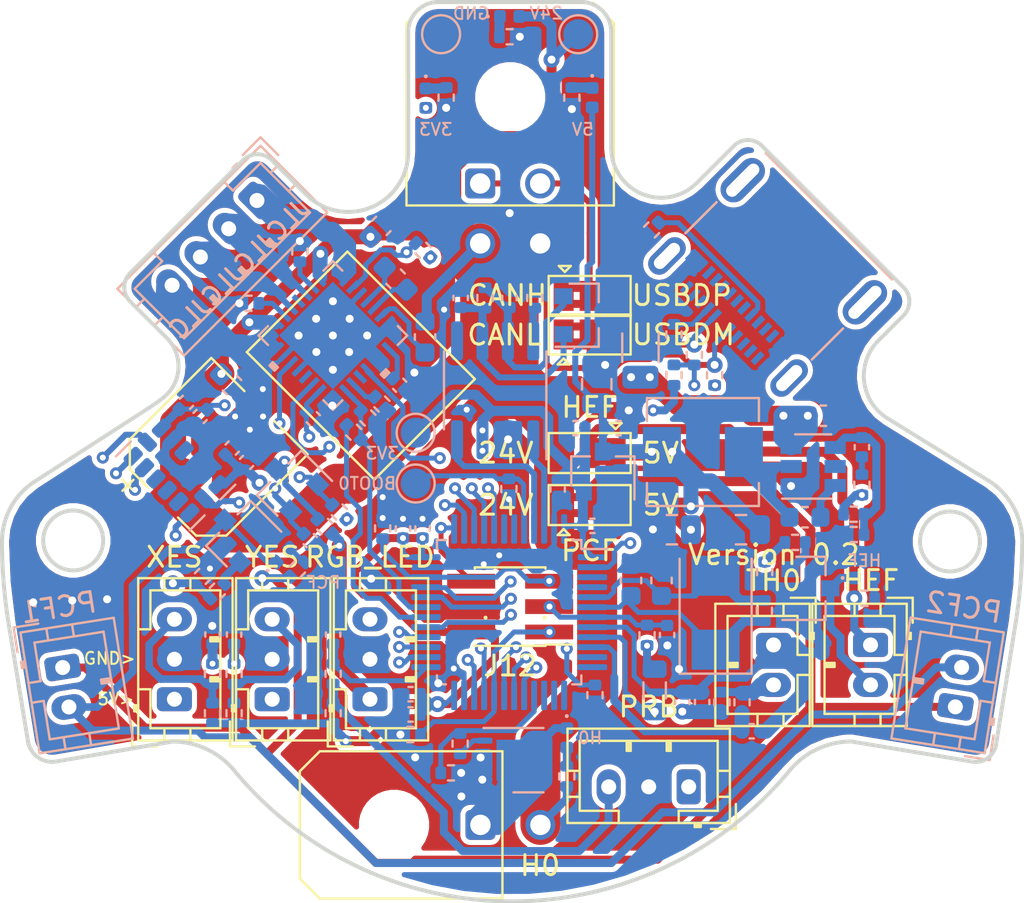
<source format=kicad_pcb>
(kicad_pcb (version 20171130) (host pcbnew "(5.1.10)-1")
  (layers (0 F.Cu power hide) (1 In1.Cu signal hide) (2 In2.Cu signal hide) (31 B.Cu power hide) (34 B.Paste user hide) (35 F.Paste user hide) (36 B.SilkS user) (37 F.SilkS user hide) (38 B.Mask user hide) (39 F.Mask user hide) (44 Edge.Cuts user))
  (net 0 "")
  (net 1 PD0)
  (net 2 GND)
  (net 3 PD1)
  (net 4 +3V3)
  (net 5 PROBE)
  (net 6 +24V)
  (net 7 AREF)
  (net 8 GNDA)
  (net 9 ENDSTOP2)
  (net 10 ENDSTOP1)
  (net 11 "Net-(C16-Pad2)")
  (net 12 "Net-(C16-Pad1)")
  (net 13 "Net-(C17-Pad2)")
  (net 14 "Net-(C17-Pad1)")
  (net 15 +5V)
  (net 16 "Net-(C27-Pad2)")
  (net 17 "Net-(C27-Pad1)")
  (net 18 "Net-(C28-Pad1)")
  (net 19 "Net-(C29-Pad2)")
  (net 20 TH0)
  (net 21 CANL)
  (net 22 CANH)
  (net 23 "Net-(D1-Pad1)")
  (net 24 "Net-(D3-Pad1)")
  (net 25 "Net-(D4-Pad1)")
  (net 26 "Net-(D5-Pad2)")
  (net 27 "Net-(D5-Pad1)")
  (net 28 "Net-(D6-Pad2)")
  (net 29 "Net-(D6-Pad1)")
  (net 30 "Net-(D7-Pad2)")
  (net 31 "Net-(D7-Pad1)")
  (net 32 SCLK)
  (net 33 SDI)
  (net 34 SDO)
  (net 35 ADXL-INT1)
  (net 36 ADXL-CS)
  (net 37 "Net-(J1-PadS1)")
  (net 38 "Net-(J1-PadB5)")
  (net 39 DM)
  (net 40 DP)
  (net 41 "Net-(J1-PadA5)")
  (net 42 "Net-(J2-Pad2)")
  (net 43 "Net-(J2-Pad1)")
  (net 44 "Net-(J7-Pad1)")
  (net 45 "Net-(J8-Pad1)")
  (net 46 "Net-(J10-Pad2)")
  (net 47 A2)
  (net 48 A1)
  (net 49 B1)
  (net 50 B2)
  (net 51 "Net-(Q1-Pad2)")
  (net 52 "Net-(Q2-Pad2)")
  (net 53 "Net-(Q3-Pad2)")
  (net 54 USBDP)
  (net 55 USBDM)
  (net 56 LED0)
  (net 57 HEATER)
  (net 58 HE-FAN)
  (net 59 PC-FAN)
  (net 60 "Net-(R32-Pad1)")
  (net 61 ST_UART_RX)
  (net 62 ST_EN)
  (net 63 ST_UART_TX)
  (net 64 "Net-(R41-Pad2)")
  (net 65 "Net-(R42-Pad2)")
  (net 66 "Net-(R43-Pad1)")
  (net 67 CAN_TX)
  (net 68 CAN_RX)
  (net 69 ST_DIR)
  (net 70 ST_STEP)
  (net 71 ST_DIAG)
  (net 72 SWCLK)
  (net 73 SWDIO)
  (net 74 NRST)
  (net 75 "Net-(J3-Pad3)")
  (net 76 "Net-(J4-Pad3)")
  (net 77 "Net-(J5-Pad3)")
  (net 78 BOOT1)
  (net 79 BOOT0)
  (net 80 "Net-(J13-Pad3)")
  (module Jumper:SolderJumper-3_P1.3mm_Bridged2Bar12_Pad1.0x1.5mm (layer F.Cu) (at -19.304 43.3832)
    (fp_text reference JP1 hide)
    (fp_text value SJ_CANH hide)
    (fp_poly (pts (xy -0.9 0.2) (xy -0.4 0.2) (xy -0.4 0.6) (xy -0.9 0.6)) (layer F.Cu) (width 0))
    (fp_poly (pts (xy -0.9 -0.6) (xy -0.4 -0.6) (xy -0.4 -0.2) (xy -0.9 -0.2)) (layer F.Cu) (width 0))
    (pad 2 smd rect (at 0 0) (size 1 1.5) (layers F.Cu F.Mask) (net 42 "Net-(J2-Pad2)"))
    (pad 3 smd rect (at 1.3 0) (size 1 1.5) (layers F.Cu F.Mask) (net 40 DP))
    (pad 1 smd rect (at -1.3 0) (size 1 1.5) (layers F.Cu F.Mask) (net 22 CANH))
  )
  (module TestPoint:TestPoint_Pad_D1.5mm (layer B.Cu) (at -28.0035 52.7685)
    (fp_text reference TP4 hide)
    (fp_text value BOOT0 (at -2.4257 0) (layer B.SilkS) (effects (font (size 0.6 0.6) (thickness 0.1)) (justify mirror)))
    (pad 1 smd circle (at 0 0) (size 1.5 1.5) (layers B.Cu B.Mask) (net 79 BOOT0))
  )
  (module TestPoint:TestPoint_Pad_D1.5mm (layer B.Cu) (at -28.0035 50.2285)
    (fp_text reference TP3 hide)
    (fp_text value 3V3 (at -1.6764 1.0287) (layer B.SilkS) (effects (font (size 0.6 0.6) (thickness 0.1)) (justify mirror)))
    (pad 1 smd circle (at 0 0) (size 1.5 1.5) (layers B.Cu B.Mask) (net 4 +3V3))
  )
  (module TestPoint:TestPoint_Pad_D1.5mm (layer B.Cu) (at -19.8755 30.2895)
    (fp_text reference TP2 hide)
    (fp_text value 24V (at -1.6002 -1.0541 180) (layer B.SilkS) (effects (font (size 0.6 0.6) (thickness 0.1)) (justify mirror)))
    (pad 1 smd circle (at 0 0) (size 1.5 1.5) (layers B.Cu B.Mask) (net 6 +24V))
  )
  (module TestPoint:TestPoint_Pad_D1.5mm (layer B.Cu) (at -26.7335 30.2895)
    (fp_text reference TP1 hide)
    (fp_text value GND (at 1.5113 -1.0414 180) (layer B.SilkS) (effects (font (size 0.6 0.6) (thickness 0.1)) (justify mirror)))
    (pad 1 smd circle (at 0 0) (size 1.5 1.5) (layers B.Cu B.Mask) (net 2 GND))
  )
  (module Resistor_SMD:R_0402_1005Metric (layer B.Cu) (at -32.5501 54.9148 315)
    (fp_text reference R44 hide)
    (fp_text value 10k hide)
    (pad 2 smd roundrect (at 0.51 0 315) (size 0.54 0.64) (layers B.Cu B.Paste B.Mask) (net 15 +5V))
    (pad 1 smd roundrect (at -0.51 0 315) (size 0.54 0.64) (layers B.Cu B.Paste B.Mask) (net 80 "Net-(J13-Pad3)"))
  )
  (module Package_TO_SOT_SMD:SOT-23 (layer B.Cu) (at -34.29 52.7685 135)
    (fp_text reference Q4 hide)
    (fp_text value BSS138 hide)
    (pad 3 smd rect (at 1 0 135) (size 0.9 0.8) (layers B.Cu B.Paste B.Mask) (net 80 "Net-(J13-Pad3)"))
    (pad 2 smd rect (at -1 -0.95 135) (size 0.9 0.8) (layers B.Cu B.Paste B.Mask) (net 4 +3V3))
    (pad 1 smd rect (at -1 0.95 135) (size 0.9 0.8) (layers B.Cu B.Paste B.Mask) (net 56 LED0))
  )
  (module Connector_JST:JST_PH_B3B-PH-K_1x03_P2.00mm_Vertical (layer F.Cu) (at -30.2895 63.5635 90)
    (fp_text reference J13 hide)
    (fp_text value RGB_LED (at 7.112 0 180) (layer F.SilkS))
    (pad 3 thru_hole oval (at 4 0 90) (size 1.2 1.75) (drill 0.75) (layers *.Cu *.Mask) (net 80 "Net-(J13-Pad3)"))
    (pad 2 thru_hole oval (at 2 0 90) (size 1.2 1.75) (drill 0.75) (layers *.Cu *.Mask) (net 2 GND))
    (pad 1 thru_hole roundrect (at 0 0 90) (size 1.2 1.75) (drill 0.75) (layers *.Cu *.Mask) (roundrect_rratio 0.208333) (net 15 +5V))
  )
  (module Connector_PinHeader_1.27mm:PinHeader_2x03_P1.27mm_Vertical_SMD (layer F.Cu) (at -23.2791 58.928 180)
    (fp_text reference J12 (at 0 -2.965) (layer F.SilkS))
    (fp_text value DBG)
    (pad 6 smd rect (at 1.95 1.27 180) (size 2.4 0.74) (layers F.Cu F.Paste F.Mask) (net 72 SWCLK))
    (pad 5 smd rect (at -1.95 1.27 180) (size 2.4 0.74) (layers F.Cu F.Paste F.Mask) (net 73 SWDIO))
    (pad 4 smd rect (at 1.95 0 180) (size 2.4 0.74) (layers F.Cu F.Paste F.Mask) (net 2 GND))
    (pad 3 smd rect (at -1.95 0 180) (size 2.4 0.74) (layers F.Cu F.Paste F.Mask) (net 74 NRST))
    (pad 2 smd rect (at 1.95 -1.27 180) (size 2.4 0.74) (layers F.Cu F.Paste F.Mask) (net 4 +3V3))
    (pad 1 smd rect (at -1.95 -1.27 180) (size 2.4 0.74) (layers F.Cu F.Paste F.Mask) (net 78 BOOT1))
  )
  (module Connector_JST:JST_PH_B3B-PH-K_1x03_P2.00mm_Vertical (layer F.Cu) (at -40.0685 63.5635 90)
    (fp_text reference J5 hide)
    (fp_text value XES (at 7.112 0 180) (layer F.SilkS))
    (pad 3 thru_hole oval (at 4 0 90) (size 1.2 1.75) (drill 0.75) (layers *.Cu *.Mask) (net 77 "Net-(J5-Pad3)"))
    (pad 2 thru_hole oval (at 2 0 90) (size 1.2 1.75) (drill 0.75) (layers *.Cu *.Mask) (net 2 GND))
    (pad 1 thru_hole roundrect (at 0 0 90) (size 1.2 1.75) (drill 0.75) (layers *.Cu *.Mask) (roundrect_rratio 0.208333) (net 15 +5V))
  )
  (module Connector_JST:JST_PH_B3B-PH-K_1x03_P2.00mm_Vertical (layer F.Cu) (at -35.179 63.5635 90)
    (fp_text reference J4 hide)
    (fp_text value YES (at 7.112 0 180) (layer F.SilkS))
    (pad 3 thru_hole oval (at 4 0 90) (size 1.2 1.75) (drill 0.75) (layers *.Cu *.Mask) (net 76 "Net-(J4-Pad3)"))
    (pad 2 thru_hole oval (at 2 0 90) (size 1.2 1.75) (drill 0.75) (layers *.Cu *.Mask) (net 2 GND))
    (pad 1 thru_hole roundrect (at 0 0 90) (size 1.2 1.75) (drill 0.75) (layers *.Cu *.Mask) (roundrect_rratio 0.208333) (net 15 +5V))
  )
  (module Connector_JST:JST_PH_B3B-PH-K_1x03_P2.00mm_Vertical (layer F.Cu) (at -14.351 67.945 180)
    (fp_text reference J3 hide)
    (fp_text value PRB (at 2 4.0005) (layer F.SilkS))
    (pad 3 thru_hole oval (at 4 0 180) (size 1.2 1.75) (drill 0.75) (layers *.Cu *.Mask) (net 75 "Net-(J3-Pad3)"))
    (pad 2 thru_hole oval (at 2 0 180) (size 1.2 1.75) (drill 0.75) (layers *.Cu *.Mask) (net 2 GND))
    (pad 1 thru_hole roundrect (at 0 0 180) (size 1.2 1.75) (drill 0.75) (layers *.Cu *.Mask) (roundrect_rratio 0.208333) (net 15 +5V))
  )
  (module Connector_Molex:Molex_Micro-Fit_3.0_43045-0200_2x01_P3.00mm_Horizontal (layer F.Cu) (at -24.765 69.85 90)
    (fp_text reference J6 hide)
    (fp_text value H0 (at -2.032 2.9845 180) (layer F.SilkS))
    (pad 2 thru_hole circle (at 0 3 90) (size 1.5 1.5) (drill 1.02) (layers *.Cu *.Mask) (net 6 +24V))
    (pad 1 thru_hole roundrect (at 0 0 90) (size 1.5 1.5) (drill 1.02) (layers *.Cu *.Mask) (roundrect_rratio 0.1666666666666667) (net 27 "Net-(D5-Pad1)"))
    (pad "" np_thru_hole circle (at 0 -4.32 90) (size 3 3) (drill 3) (layers *.Cu *.Mask))
  )
  (module Resistor_SMD:R_0402_1005Metric (layer B.Cu) (at -37.084 62.2935 90)
    (fp_text reference R12 hide)
    (fp_text value 10k hide)
    (pad 2 smd roundrect (at 0.51 0 90) (size 0.54 0.64) (layers B.Cu B.Paste B.Mask) (net 9 ENDSTOP2))
    (pad 1 smd roundrect (at -0.51 0 90) (size 0.54 0.64) (layers B.Cu B.Paste B.Mask) (net 76 "Net-(J4-Pad3)"))
  )
  (module footprints:TMC2209-LA (layer B.Cu) (at -32.1437 45.3644 225)
    (fp_text reference U4 hide)
    (fp_text value TMC2209-LA hide)
    (pad 29 smd rect (at 0 0 225) (size 3.81 3.81) (layers B.Cu B.Mask) (net 2 GND))
    (pad 28 smd rect (at -1.5 2.4257 225) (size 0.254 0.762) (layers B.Cu B.Paste B.Mask) (net 6 +24V))
    (pad 27 smd rect (at -1.000001 2.4257 225) (size 0.254 0.762) (layers B.Cu B.Paste B.Mask) (net 64 "Net-(R41-Pad2)"))
    (pad 26 smd rect (at -0.499999 2.4257 225) (size 0.254 0.762) (layers B.Cu B.Paste B.Mask) (net 49 B1))
    (pad 25 smd rect (at 0 2.4257 225) (size 0.254 0.762) (layers B.Cu B.Paste B.Mask))
    (pad 24 smd rect (at 0.499999 2.4257 225) (size 0.254 0.762) (layers B.Cu B.Paste B.Mask) (net 48 A1))
    (pad 23 smd rect (at 1.000001 2.4257 225) (size 0.254 0.762) (layers B.Cu B.Paste B.Mask) (net 65 "Net-(R42-Pad2)"))
    (pad 22 smd rect (at 1.5 2.4257 225) (size 0.254 0.762) (layers B.Cu B.Paste B.Mask) (net 6 +24V))
    (pad 21 smd rect (at 2.4257 1.5 135) (size 0.254 0.762) (layers B.Cu B.Paste B.Mask) (net 47 A2))
    (pad 20 smd rect (at 2.4257 1.000001 135) (size 0.254 0.762) (layers B.Cu B.Paste B.Mask) (net 2 GND))
    (pad 19 smd rect (at 2.4257 0.499999 135) (size 0.254 0.762) (layers B.Cu B.Paste B.Mask) (net 69 ST_DIR))
    (pad 18 smd rect (at 2.4257 0 135) (size 0.254 0.762) (layers B.Cu B.Paste B.Mask) (net 2 GND))
    (pad 17 smd rect (at 2.4257 -0.499999 135) (size 0.254 0.762) (layers B.Cu B.Paste B.Mask))
    (pad 16 smd rect (at 2.4257 -1.000001 135) (size 0.254 0.762) (layers B.Cu B.Paste B.Mask) (net 70 ST_STEP))
    (pad 15 smd rect (at 2.4257 -1.5 135) (size 0.254 0.762) (layers B.Cu B.Paste B.Mask) (net 4 +3V3))
    (pad 14 smd rect (at 1.5 -2.4257 225) (size 0.254 0.762) (layers B.Cu B.Paste B.Mask) (net 61 ST_UART_RX))
    (pad 13 smd rect (at 1.000001 -2.4257 225) (size 0.254 0.762) (layers B.Cu B.Paste B.Mask) (net 60 "Net-(R32-Pad1)"))
    (pad 12 smd rect (at 0.499999 -2.4257 225) (size 0.254 0.762) (layers B.Cu B.Paste B.Mask))
    (pad 11 smd rect (at 0 -2.4257 225) (size 0.254 0.762) (layers B.Cu B.Paste B.Mask) (net 71 ST_DIAG))
    (pad 10 smd rect (at -0.499999 -2.4257 225) (size 0.254 0.762) (layers B.Cu B.Paste B.Mask) (net 2 GND))
    (pad 9 smd rect (at -1.000001 -2.4257 225) (size 0.254 0.762) (layers B.Cu B.Paste B.Mask) (net 2 GND))
    (pad 8 smd rect (at -1.5 -2.4257 225) (size 0.254 0.762) (layers B.Cu B.Paste B.Mask) (net 19 "Net-(C29-Pad2)"))
    (pad 7 smd rect (at -2.4257 -1.5 135) (size 0.254 0.762) (layers B.Cu B.Paste B.Mask) (net 2 GND))
    (pad 6 smd rect (at -2.4257 -1.000001 135) (size 0.254 0.762) (layers B.Cu B.Paste B.Mask) (net 18 "Net-(C28-Pad1)"))
    (pad 5 smd rect (at -2.4257 -0.499999 135) (size 0.254 0.762) (layers B.Cu B.Paste B.Mask) (net 16 "Net-(C27-Pad2)"))
    (pad 4 smd rect (at -2.4257 0 135) (size 0.254 0.762) (layers B.Cu B.Paste B.Mask) (net 17 "Net-(C27-Pad1)"))
    (pad 3 smd rect (at -2.4257 0.499999 135) (size 0.254 0.762) (layers B.Cu B.Paste B.Mask) (net 2 GND))
    (pad 2 smd rect (at -2.4257 1.000001 135) (size 0.254 0.762) (layers B.Cu B.Paste B.Mask) (net 62 ST_EN))
    (pad 1 smd rect (at -2.4257 1.5 135) (size 0.254 0.762) (layers B.Cu B.Paste B.Mask) (net 50 B2))
  )
  (module HuvudTiny2:DFN-8-1EP_3x3mm_P0.65mm_EP1.7x2.05mm (layer B.Cu) (at -23.114 66.6115)
    (fp_text reference Q1 hide)
    (fp_text value AON7418-Huvud hide)
    (pad 3 smd rect (at 0 0) (size 1.7 2.05) (layers B.Cu B.Mask) (net 27 "Net-(D5-Pad1)"))
    (pad 3 smd roundrect (at 1.45 0.975) (size 0.8 0.3) (layers B.Cu B.Paste B.Mask) (net 27 "Net-(D5-Pad1)"))
    (pad 3 smd roundrect (at 1.45 0.325) (size 0.8 0.3) (layers B.Cu B.Paste B.Mask) (net 27 "Net-(D5-Pad1)"))
    (pad 3 smd roundrect (at 1.45 -0.325) (size 0.8 0.3) (layers B.Cu B.Paste B.Mask) (net 27 "Net-(D5-Pad1)"))
    (pad 3 smd roundrect (at 1.45 -0.975) (size 0.8 0.3) (layers B.Cu B.Paste B.Mask) (net 27 "Net-(D5-Pad1)"))
    (pad 2 smd roundrect (at -1.45 -0.975) (size 0.8 0.3) (layers B.Cu B.Paste B.Mask) (net 51 "Net-(Q1-Pad2)"))
    (pad 1 smd roundrect (at -1.45 -0.325) (size 0.8 0.3) (layers B.Cu B.Paste B.Mask) (net 2 GND))
    (pad 1 smd roundrect (at -1.45 0.325) (size 0.8 0.3) (layers B.Cu B.Paste B.Mask) (net 2 GND))
    (pad 1 smd roundrect (at -1.45 0.975) (size 0.8 0.3) (layers B.Cu B.Paste B.Mask) (net 2 GND))
  )
  (module Crystal:Crystal_SMD_5032-2Pin_5.0x3.2mm (layer B.Cu) (at -13.0048 59.2328 90)
    (fp_text reference Y1 hide)
    (fp_text value "8 MHz" hide)
    (pad 2 smd rect (at 1.85 0 90) (size 2 2.4) (layers B.Cu B.Paste B.Mask) (net 1 PD0))
    (pad 1 smd rect (at -1.85 0 90) (size 2 2.4) (layers B.Cu B.Paste B.Mask) (net 3 PD1))
  )
  (module Package_SO:SOIC-8_3.9x4.9mm_P1.27mm (layer B.Cu) (at -24.0284 48.1076 90)
    (fp_text reference U5 hide)
    (fp_text value SN65HVD230 hide)
    (pad 8 smd roundrect (at 2.475 1.905 90) (size 1.95 0.6) (layers B.Cu B.Paste B.Mask) (net 66 "Net-(R43-Pad1)"))
    (pad 7 smd roundrect (at 2.475 0.635 90) (size 1.95 0.6) (layers B.Cu B.Paste B.Mask) (net 22 CANH))
    (pad 6 smd roundrect (at 2.475 -0.635 90) (size 1.95 0.6) (layers B.Cu B.Paste B.Mask) (net 21 CANL))
    (pad 5 smd roundrect (at 2.475 -1.905 90) (size 1.95 0.6) (layers B.Cu B.Paste B.Mask))
    (pad 4 smd roundrect (at -2.475 -1.905 90) (size 1.95 0.6) (layers B.Cu B.Paste B.Mask) (net 68 CAN_RX))
    (pad 3 smd roundrect (at -2.475 -0.635 90) (size 1.95 0.6) (layers B.Cu B.Paste B.Mask) (net 4 +3V3))
    (pad 2 smd roundrect (at -2.475 0.635 90) (size 1.95 0.6) (layers B.Cu B.Paste B.Mask) (net 2 GND))
    (pad 1 smd roundrect (at -2.475 1.905 90) (size 1.95 0.6) (layers B.Cu B.Paste B.Mask) (net 67 CAN_TX))
  )
  (module Package_TO_SOT_SMD:SOT-23 (layer B.Cu) (at -18.6436 52.1716 90)
    (fp_text reference U3 hide)
    (fp_text value XC6206PxxxMR hide)
    (pad 3 smd rect (at 1 0 90) (size 0.9 0.8) (layers B.Cu B.Paste B.Mask) (net 15 +5V))
    (pad 2 smd rect (at -1 -0.95 90) (size 0.9 0.8) (layers B.Cu B.Paste B.Mask) (net 4 +3V3))
    (pad 1 smd rect (at -1 0.95 90) (size 0.9 0.8) (layers B.Cu B.Paste B.Mask) (net 2 GND))
  )
  (module Package_TO_SOT_SMD:SOT-23-6 (layer B.Cu) (at -8.128 51.9176)
    (fp_text reference U2 hide)
    (fp_text value TPS54202DDC hide)
    (pad 5 smd rect (at 1.1 0) (size 1.06 0.65) (layers B.Cu B.Paste B.Mask))
    (pad 6 smd rect (at 1.1 0.95) (size 1.06 0.65) (layers B.Cu B.Paste B.Mask) (net 12 "Net-(C16-Pad1)"))
    (pad 4 smd rect (at 1.1 -0.95) (size 1.06 0.65) (layers B.Cu B.Paste B.Mask) (net 13 "Net-(C17-Pad2)"))
    (pad 3 smd rect (at -1.1 -0.95) (size 1.06 0.65) (layers B.Cu B.Paste B.Mask) (net 6 +24V))
    (pad 2 smd rect (at -1.1 0) (size 1.06 0.65) (layers B.Cu B.Paste B.Mask) (net 11 "Net-(C16-Pad2)"))
    (pad 1 smd rect (at -1.1 0.95) (size 1.06 0.65) (layers B.Cu B.Paste B.Mask) (net 2 GND))
  )
  (module Package_QFP:LQFP-48_7x7mm_P0.5mm (layer B.Cu) (at -23.3299 59.2074 180)
    (fp_text reference U1 hide)
    (fp_text value STM32F103C8Tx hide)
    (pad 48 smd roundrect (at -2.75 4.1625 180) (size 0.3 1.475) (layers B.Cu B.Paste B.Mask) (net 4 +3V3))
    (pad 47 smd roundrect (at -2.25 4.1625 180) (size 0.3 1.475) (layers B.Cu B.Paste B.Mask) (net 2 GND))
    (pad 46 smd roundrect (at -1.75 4.1625 180) (size 0.3 1.475) (layers B.Cu B.Paste B.Mask) (net 67 CAN_TX))
    (pad 45 smd roundrect (at -1.25 4.1625 180) (size 0.3 1.475) (layers B.Cu B.Paste B.Mask) (net 68 CAN_RX))
    (pad 44 smd roundrect (at -0.75 4.1625 180) (size 0.3 1.475) (layers B.Cu B.Paste B.Mask) (net 79 BOOT0))
    (pad 43 smd roundrect (at -0.25 4.1625 180) (size 0.3 1.475) (layers B.Cu B.Paste B.Mask))
    (pad 42 smd roundrect (at 0.25 4.1625 180) (size 0.3 1.475) (layers B.Cu B.Paste B.Mask))
    (pad 41 smd roundrect (at 0.75 4.1625 180) (size 0.3 1.475) (layers B.Cu B.Paste B.Mask) (net 62 ST_EN))
    (pad 40 smd roundrect (at 1.25 4.1625 180) (size 0.3 1.475) (layers B.Cu B.Paste B.Mask) (net 69 ST_DIR))
    (pad 39 smd roundrect (at 1.75 4.1625 180) (size 0.3 1.475) (layers B.Cu B.Paste B.Mask) (net 70 ST_STEP))
    (pad 38 smd roundrect (at 2.25 4.1625 180) (size 0.3 1.475) (layers B.Cu B.Paste B.Mask) (net 71 ST_DIAG))
    (pad 37 smd roundrect (at 2.75 4.1625 180) (size 0.3 1.475) (layers B.Cu B.Paste B.Mask) (net 72 SWCLK))
    (pad 36 smd roundrect (at 4.1625 2.75 180) (size 1.475 0.3) (layers B.Cu B.Paste B.Mask) (net 4 +3V3))
    (pad 35 smd roundrect (at 4.1625 2.25 180) (size 1.475 0.3) (layers B.Cu B.Paste B.Mask) (net 2 GND))
    (pad 34 smd roundrect (at 4.1625 1.75 180) (size 1.475 0.3) (layers B.Cu B.Paste B.Mask) (net 73 SWDIO))
    (pad 33 smd roundrect (at 4.1625 1.25 180) (size 1.475 0.3) (layers B.Cu B.Paste B.Mask) (net 54 USBDP))
    (pad 32 smd roundrect (at 4.1625 0.75 180) (size 1.475 0.3) (layers B.Cu B.Paste B.Mask) (net 55 USBDM))
    (pad 31 smd roundrect (at 4.1625 0.25 180) (size 1.475 0.3) (layers B.Cu B.Paste B.Mask) (net 61 ST_UART_RX))
    (pad 30 smd roundrect (at 4.1625 -0.25 180) (size 1.475 0.3) (layers B.Cu B.Paste B.Mask) (net 63 ST_UART_TX))
    (pad 29 smd roundrect (at 4.1625 -0.75 180) (size 1.475 0.3) (layers B.Cu B.Paste B.Mask) (net 58 HE-FAN))
    (pad 28 smd roundrect (at 4.1625 -1.25 180) (size 1.475 0.3) (layers B.Cu B.Paste B.Mask) (net 33 SDI))
    (pad 27 smd roundrect (at 4.1625 -1.75 180) (size 1.475 0.3) (layers B.Cu B.Paste B.Mask) (net 34 SDO))
    (pad 26 smd roundrect (at 4.1625 -2.25 180) (size 1.475 0.3) (layers B.Cu B.Paste B.Mask) (net 32 SCLK))
    (pad 25 smd roundrect (at 4.1625 -2.75 180) (size 1.475 0.3) (layers B.Cu B.Paste B.Mask) (net 5 PROBE))
    (pad 24 smd roundrect (at 2.75 -4.1625 180) (size 0.3 1.475) (layers B.Cu B.Paste B.Mask) (net 4 +3V3))
    (pad 23 smd roundrect (at 2.25 -4.1625 180) (size 0.3 1.475) (layers B.Cu B.Paste B.Mask) (net 2 GND))
    (pad 22 smd roundrect (at 1.75 -4.1625 180) (size 0.3 1.475) (layers B.Cu B.Paste B.Mask) (net 9 ENDSTOP2))
    (pad 21 smd roundrect (at 1.25 -4.1625 180) (size 0.3 1.475) (layers B.Cu B.Paste B.Mask) (net 10 ENDSTOP1))
    (pad 20 smd roundrect (at 0.75 -4.1625 180) (size 0.3 1.475) (layers B.Cu B.Paste B.Mask) (net 78 BOOT1))
    (pad 19 smd roundrect (at 0.25 -4.1625 180) (size 0.3 1.475) (layers B.Cu B.Paste B.Mask) (net 36 ADXL-CS))
    (pad 18 smd roundrect (at -0.25 -4.1625 180) (size 0.3 1.475) (layers B.Cu B.Paste B.Mask) (net 35 ADXL-INT1))
    (pad 17 smd roundrect (at -0.75 -4.1625 180) (size 0.3 1.475) (layers B.Cu B.Paste B.Mask) (net 59 PC-FAN))
    (pad 16 smd roundrect (at -1.25 -4.1625 180) (size 0.3 1.475) (layers B.Cu B.Paste B.Mask) (net 57 HEATER))
    (pad 15 smd roundrect (at -1.75 -4.1625 180) (size 0.3 1.475) (layers B.Cu B.Paste B.Mask))
    (pad 14 smd roundrect (at -2.25 -4.1625 180) (size 0.3 1.475) (layers B.Cu B.Paste B.Mask))
    (pad 13 smd roundrect (at -2.75 -4.1625 180) (size 0.3 1.475) (layers B.Cu B.Paste B.Mask))
    (pad 12 smd roundrect (at -4.1625 -2.75 180) (size 1.475 0.3) (layers B.Cu B.Paste B.Mask))
    (pad 11 smd roundrect (at -4.1625 -2.25 180) (size 1.475 0.3) (layers B.Cu B.Paste B.Mask))
    (pad 10 smd roundrect (at -4.1625 -1.75 180) (size 1.475 0.3) (layers B.Cu B.Paste B.Mask) (net 20 TH0))
    (pad 9 smd roundrect (at -4.1625 -1.25 180) (size 1.475 0.3) (layers B.Cu B.Paste B.Mask) (net 7 AREF))
    (pad 8 smd roundrect (at -4.1625 -0.75 180) (size 1.475 0.3) (layers B.Cu B.Paste B.Mask) (net 8 GNDA))
    (pad 7 smd roundrect (at -4.1625 -0.25 180) (size 1.475 0.3) (layers B.Cu B.Paste B.Mask) (net 74 NRST))
    (pad 6 smd roundrect (at -4.1625 0.25 180) (size 1.475 0.3) (layers B.Cu B.Paste B.Mask) (net 3 PD1))
    (pad 5 smd roundrect (at -4.1625 0.75 180) (size 1.475 0.3) (layers B.Cu B.Paste B.Mask) (net 1 PD0))
    (pad 4 smd roundrect (at -4.1625 1.25 180) (size 1.475 0.3) (layers B.Cu B.Paste B.Mask))
    (pad 3 smd roundrect (at -4.1625 1.75 180) (size 1.475 0.3) (layers B.Cu B.Paste B.Mask))
    (pad 2 smd roundrect (at -4.1625 2.25 180) (size 1.475 0.3) (layers B.Cu B.Paste B.Mask) (net 56 LED0))
    (pad 1 smd roundrect (at -4.1625 2.75 180) (size 1.475 0.3) (layers B.Cu B.Paste B.Mask) (net 4 +3V3))
  )
  (module Resistor_SMD:R_0402_1005Metric (layer B.Cu) (at -22.0472 43.4848 90)
    (fp_text reference R43 hide)
    (fp_text value 1k hide)
    (pad 2 smd roundrect (at 0.51 0 90) (size 0.54 0.64) (layers B.Cu B.Paste B.Mask) (net 2 GND))
    (pad 1 smd roundrect (at -0.51 0 90) (size 0.54 0.64) (layers B.Cu B.Paste B.Mask) (net 66 "Net-(R43-Pad1)"))
  )
  (module Resistor_SMD:R_0402_1005Metric (layer B.Cu) (at -36.3601 43.7515)
    (fp_text reference R42 hide)
    (fp_text value "0.100 1%" hide)
    (pad 2 smd roundrect (at 0.51 0) (size 0.54 0.64) (layers B.Cu B.Paste B.Mask) (net 65 "Net-(R42-Pad2)"))
    (pad 1 smd roundrect (at -0.51 0) (size 0.54 0.64) (layers B.Cu B.Paste B.Mask) (net 2 GND))
  )
  (module Resistor_SMD:R_0402_1005Metric (layer B.Cu) (at -33.7947 41.1607 270)
    (fp_text reference R41 hide)
    (fp_text value "0.100 1%" hide)
    (pad 2 smd roundrect (at 0.51 0 270) (size 0.54 0.64) (layers B.Cu B.Paste B.Mask) (net 64 "Net-(R41-Pad2)"))
    (pad 1 smd roundrect (at -0.51 0 270) (size 0.54 0.64) (layers B.Cu B.Paste B.Mask) (net 2 GND))
  )
  (module Resistor_SMD:R_0402_1005Metric (layer B.Cu) (at -31.821176 54.195924 315)
    (fp_text reference R40 hide)
    (fp_text value 10k hide)
    (pad 2 smd roundrect (at 0.51 0 315) (size 0.54 0.64) (layers B.Cu B.Paste B.Mask) (net 4 +3V3))
    (pad 1 smd roundrect (at -0.51 0 315) (size 0.54 0.64) (layers B.Cu B.Paste B.Mask) (net 56 LED0))
  )
  (module Resistor_SMD:R_0402_1005Metric (layer B.Cu) (at -29.6545 55.0164 270)
    (fp_text reference R39 hide)
    (fp_text value 10k hide)
    (pad 2 smd roundrect (at 0.51 0 270) (size 0.54 0.64) (layers B.Cu B.Paste B.Mask) (net 73 SWDIO))
    (pad 1 smd roundrect (at -0.51 0 270) (size 0.54 0.64) (layers B.Cu B.Paste B.Mask) (net 2 GND))
  )
  (module Resistor_SMD:R_0402_1005Metric (layer B.Cu) (at -24.5364 43.4848 90)
    (fp_text reference R38 hide)
    (fp_text value 120 hide)
    (pad 2 smd roundrect (at 0.51 0 90) (size 0.54 0.64) (layers B.Cu B.Paste B.Mask) (net 22 CANH))
    (pad 1 smd roundrect (at -0.51 0 90) (size 0.54 0.64) (layers B.Cu B.Paste B.Mask) (net 21 CANL))
  )
  (module Resistor_SMD:R_0402_1005Metric (layer B.Cu) (at -11.684 63.7159 270)
    (fp_text reference R37 hide)
    (fp_text value 10k hide)
    (pad 2 smd roundrect (at 0.51 0 270) (size 0.54 0.64) (layers B.Cu B.Paste B.Mask) (net 20 TH0))
    (pad 1 smd roundrect (at -0.51 0 270) (size 0.54 0.64) (layers B.Cu B.Paste B.Mask) (net 46 "Net-(J10-Pad2)"))
  )
  (module Resistor_SMD:R_0402_1005Metric (layer B.Cu) (at -12.6873 63.7159 270)
    (fp_text reference R36 hide)
    (fp_text value 2.2k hide)
    (pad 2 smd roundrect (at 0.51 0 270) (size 0.54 0.64) (layers B.Cu B.Paste B.Mask) (net 7 AREF))
    (pad 1 smd roundrect (at -0.51 0 270) (size 0.54 0.64) (layers B.Cu B.Paste B.Mask) (net 46 "Net-(J10-Pad2)"))
  )
  (module Resistor_SMD:R_0402_1005Metric (layer B.Cu) (at -31.1023 50.2031 135)
    (fp_text reference R35 hide)
    (fp_text value 1k hide)
    (pad 2 smd roundrect (at 0.51 0 135) (size 0.54 0.64) (layers B.Cu B.Paste B.Mask) (net 63 ST_UART_TX))
    (pad 1 smd roundrect (at -0.51 0 135) (size 0.54 0.64) (layers B.Cu B.Paste B.Mask) (net 61 ST_UART_RX))
  )
  (module Resistor_SMD:R_0402_1005Metric (layer B.Cu) (at -27.6352 41.0972 315)
    (fp_text reference R34 hide)
    (fp_text value 22k hide)
    (pad 2 smd roundrect (at 0.51 0 315) (size 0.54 0.64) (layers B.Cu B.Paste B.Mask) (net 4 +3V3))
    (pad 1 smd roundrect (at -0.51 0 315) (size 0.54 0.64) (layers B.Cu B.Paste B.Mask) (net 62 ST_EN))
  )
  (module Resistor_SMD:R_0402_1005Metric (layer B.Cu) (at -30.3911 49.4919 315)
    (fp_text reference R33 hide)
    (fp_text value 22k hide)
    (pad 2 smd roundrect (at 0.51 0 315) (size 0.54 0.64) (layers B.Cu B.Paste B.Mask) (net 2 GND))
    (pad 1 smd roundrect (at -0.51 0 315) (size 0.54 0.64) (layers B.Cu B.Paste B.Mask) (net 61 ST_UART_RX))
  )
  (module Resistor_SMD:R_0402_1005Metric (layer B.Cu) (at -29.6926 48.7934 315)
    (fp_text reference R32 hide)
    (fp_text value 22k hide)
    (pad 2 smd roundrect (at 0.51 0 315) (size 0.54 0.64) (layers B.Cu B.Paste B.Mask) (net 2 GND))
    (pad 1 smd roundrect (at -0.51 0 315) (size 0.54 0.64) (layers B.Cu B.Paste B.Mask) (net 60 "Net-(R32-Pad1)"))
  )
  (module Resistor_SMD:R_0402_1005Metric (layer B.Cu) (at -33.914024 57.066124 45)
    (fp_text reference R31 hide)
    (fp_text value 10k hide)
    (pad 2 smd roundrect (at 0.51 0 45) (size 0.54 0.64) (layers B.Cu B.Paste B.Mask) (net 30 "Net-(D7-Pad2)"))
    (pad 1 smd roundrect (at -0.51 0 45) (size 0.54 0.64) (layers B.Cu B.Paste B.Mask) (net 45 "Net-(J8-Pad1)"))
  )
  (module Resistor_SMD:R_0402_1005Metric (layer B.Cu) (at -5.5626 58.5089)
    (fp_text reference R30 hide)
    (fp_text value 10k hide)
    (pad 2 smd roundrect (at 0.51 0) (size 0.54 0.64) (layers B.Cu B.Paste B.Mask) (net 28 "Net-(D6-Pad2)"))
    (pad 1 smd roundrect (at -0.51 0) (size 0.54 0.64) (layers B.Cu B.Paste B.Mask) (net 44 "Net-(J7-Pad1)"))
  )
  (module Resistor_SMD:R_0402_1005Metric (layer B.Cu) (at -20.447 67.422301 90)
    (fp_text reference R29 hide)
    (fp_text value 10k hide)
    (pad 2 smd roundrect (at 0.51 0 90) (size 0.54 0.64) (layers B.Cu B.Paste B.Mask) (net 26 "Net-(D5-Pad2)"))
    (pad 1 smd roundrect (at -0.51 0 90) (size 0.54 0.64) (layers B.Cu B.Paste B.Mask) (net 6 +24V))
  )
  (module Resistor_SMD:R_0402_1005Metric (layer B.Cu) (at -6.096 55.3212 180)
    (fp_text reference R28 hide)
    (fp_text value 13.7k hide)
    (pad 2 smd roundrect (at 0.51 0 180) (size 0.54 0.64) (layers B.Cu B.Paste B.Mask) (net 2 GND))
    (pad 1 smd roundrect (at -0.51 0 180) (size 0.54 0.64) (layers B.Cu B.Paste B.Mask) (net 13 "Net-(C17-Pad2)"))
  )
  (module Resistor_SMD:R_0402_1005Metric (layer B.Cu) (at -6.096 54.3052)
    (fp_text reference R27 hide)
    (fp_text value 100k hide)
    (pad 2 smd roundrect (at 0.51 0) (size 0.54 0.64) (layers B.Cu B.Paste B.Mask) (net 13 "Net-(C17-Pad2)"))
    (pad 1 smd roundrect (at -0.51 0) (size 0.54 0.64) (layers B.Cu B.Paste B.Mask) (net 15 +5V))
  )
  (module Resistor_SMD:R_0402_1005Metric (layer B.Cu) (at -38.663824 57.4167 225)
    (fp_text reference R26 hide)
    (fp_text value 10k hide)
    (pad 2 smd roundrect (at 0.51 0 225) (size 0.54 0.64) (layers B.Cu B.Paste B.Mask) (net 59 PC-FAN))
    (pad 1 smd roundrect (at -0.51 0 225) (size 0.54 0.64) (layers B.Cu B.Paste B.Mask) (net 2 GND))
  )
  (module Resistor_SMD:R_0402_1005Metric (layer B.Cu) (at -37.9222 58.1533 225)
    (fp_text reference R25 hide)
    (fp_text value 22 hide)
    (pad 2 smd roundrect (at 0.51 0 225) (size 0.54 0.64) (layers B.Cu B.Paste B.Mask) (net 59 PC-FAN))
    (pad 1 smd roundrect (at -0.51 0 225) (size 0.54 0.64) (layers B.Cu B.Paste B.Mask) (net 53 "Net-(Q3-Pad2)"))
  )
  (module Resistor_SMD:R_0402_1005Metric (layer B.Cu) (at -10.5537 57.2008 90)
    (fp_text reference R24 hide)
    (fp_text value 10k hide)
    (pad 2 smd roundrect (at 0.51 0 90) (size 0.54 0.64) (layers B.Cu B.Paste B.Mask) (net 58 HE-FAN))
    (pad 1 smd roundrect (at -0.51 0 90) (size 0.54 0.64) (layers B.Cu B.Paste B.Mask) (net 2 GND))
  )
  (module Resistor_SMD:R_0402_1005Metric (layer B.Cu) (at -9.0297 55.7149 180)
    (fp_text reference R23 hide)
    (fp_text value 22 hide)
    (pad 2 smd roundrect (at 0.51 0 180) (size 0.54 0.64) (layers B.Cu B.Paste B.Mask) (net 58 HE-FAN))
    (pad 1 smd roundrect (at -0.51 0 180) (size 0.54 0.64) (layers B.Cu B.Paste B.Mask) (net 52 "Net-(Q2-Pad2)"))
  )
  (module Resistor_SMD:R_0402_1005Metric (layer B.Cu) (at -26.2382 67.2465 180)
    (fp_text reference R22 hide)
    (fp_text value 10k hide)
    (pad 2 smd roundrect (at 0.51 0 180) (size 0.54 0.64) (layers B.Cu B.Paste B.Mask) (net 57 HEATER))
    (pad 1 smd roundrect (at -0.51 0 180) (size 0.54 0.64) (layers B.Cu B.Paste B.Mask) (net 2 GND))
  )
  (module Resistor_SMD:R_0402_1005Metric (layer B.Cu) (at -25.781 65.786 90)
    (fp_text reference R21 hide)
    (fp_text value 22 hide)
    (pad 2 smd roundrect (at 0.51 0 90) (size 0.54 0.64) (layers B.Cu B.Paste B.Mask) (net 57 HEATER))
    (pad 1 smd roundrect (at -0.51 0 90) (size 0.54 0.64) (layers B.Cu B.Paste B.Mask) (net 51 "Net-(Q1-Pad2)"))
  )
  (module Resistor_SMD:R_0402_1005Metric (layer B.Cu) (at -5.6896 52.832 90)
    (fp_text reference R20 hide)
    (fp_text value 2.2k hide)
    (pad 2 smd roundrect (at 0.51 0 90) (size 0.54 0.64) (layers B.Cu B.Paste B.Mask) (net 14 "Net-(C17-Pad1)"))
    (pad 1 smd roundrect (at -0.51 0 90) (size 0.54 0.64) (layers B.Cu B.Paste B.Mask) (net 15 +5V))
  )
  (module Resistor_SMD:R_0402_1005Metric (layer B.Cu) (at -38.1635 64.262 270)
    (fp_text reference R19 hide)
    (fp_text value 10k hide)
    (pad 2 smd roundrect (at 0.51 0 270) (size 0.54 0.64) (layers B.Cu B.Paste B.Mask) (net 4 +3V3))
    (pad 1 smd roundrect (at -0.51 0 270) (size 0.54 0.64) (layers B.Cu B.Paste B.Mask) (net 77 "Net-(J5-Pad3)"))
  )
  (module Resistor_SMD:R_0402_1005Metric (layer B.Cu) (at -26.4795 33.4625 90)
    (fp_text reference R18 hide)
    (fp_text value 470 hide)
    (pad 2 smd roundrect (at 0.51 0 90) (size 0.54 0.64) (layers B.Cu B.Paste B.Mask) (net 25 "Net-(D4-Pad1)"))
    (pad 1 smd roundrect (at -0.51 0 90) (size 0.54 0.64) (layers B.Cu B.Paste B.Mask) (net 2 GND))
  )
  (module Resistor_SMD:R_0402_1005Metric (layer B.Cu) (at -23.3045 30.4165 180)
    (fp_text reference R17 hide)
    (fp_text value 10k hide)
    (pad 2 smd roundrect (at 0.51 0 180) (size 0.54 0.64) (layers B.Cu B.Paste B.Mask) (net 24 "Net-(D3-Pad1)"))
    (pad 1 smd roundrect (at -0.51 0 180) (size 0.54 0.64) (layers B.Cu B.Paste B.Mask) (net 2 GND))
  )
  (module Resistor_SMD:R_0402_1005Metric (layer B.Cu) (at -38.1635 62.2935 90)
    (fp_text reference R16 hide)
    (fp_text value 10k hide)
    (pad 2 smd roundrect (at 0.51 0 90) (size 0.54 0.64) (layers B.Cu B.Paste B.Mask) (net 10 ENDSTOP1))
    (pad 1 smd roundrect (at -0.51 0 90) (size 0.54 0.64) (layers B.Cu B.Paste B.Mask) (net 77 "Net-(J5-Pad3)"))
  )
  (module Resistor_SMD:R_0402_1005Metric (layer B.Cu) (at -19.0373 63.3603 90)
    (fp_text reference R15 hide)
    (fp_text value 10k hide)
    (pad 2 smd roundrect (at 0.51 0 90) (size 0.54 0.64) (layers B.Cu B.Paste B.Mask) (net 72 SWCLK))
    (pad 1 smd roundrect (at -0.51 0 90) (size 0.54 0.64) (layers B.Cu B.Paste B.Mask) (net 2 GND))
  )
  (module Resistor_SMD:R_0402_1005Metric (layer B.Cu) (at -20.193 33.4645 90)
    (fp_text reference R14 hide)
    (fp_text value 1k hide)
    (pad 2 smd roundrect (at 0.51 0 90) (size 0.54 0.64) (layers B.Cu B.Paste B.Mask) (net 23 "Net-(D1-Pad1)"))
    (pad 1 smd roundrect (at -0.51 0 90) (size 0.54 0.64) (layers B.Cu B.Paste B.Mask) (net 2 GND))
  )
  (module Resistor_SMD:R_0402_1005Metric (layer B.Cu) (at -37.084 64.262 270)
    (fp_text reference R13 hide)
    (fp_text value 10k hide)
    (pad 2 smd roundrect (at 0.51 0 270) (size 0.54 0.64) (layers B.Cu B.Paste B.Mask) (net 4 +3V3))
    (pad 1 smd roundrect (at -0.51 0 270) (size 0.54 0.64) (layers B.Cu B.Paste B.Mask) (net 76 "Net-(J4-Pad3)"))
  )
  (module Resistor_SMD:R_0402_1005Metric (layer B.Cu) (at -32.131 64.262 270)
    (fp_text reference R11 hide)
    (fp_text value 10k hide)
    (pad 2 smd roundrect (at 0.51 0 270) (size 0.54 0.64) (layers B.Cu B.Paste B.Mask) (net 4 +3V3))
    (pad 1 smd roundrect (at -0.51 0 270) (size 0.54 0.64) (layers B.Cu B.Paste B.Mask) (net 75 "Net-(J3-Pad3)"))
  )
  (module Resistor_SMD:R_0402_1005Metric (layer B.Cu) (at -32.131 62.2935 90)
    (fp_text reference R10 hide)
    (fp_text value 10k hide)
    (pad 2 smd roundrect (at 0.51 0 90) (size 0.54 0.64) (layers B.Cu B.Paste B.Mask) (net 5 PROBE))
    (pad 1 smd roundrect (at -0.51 0 90) (size 0.54 0.64) (layers B.Cu B.Paste B.Mask) (net 75 "Net-(J3-Pad3)"))
  )
  (module Resistor_SMD:R_0402_1005Metric (layer B.Cu) (at -15.0876 47.3456 270)
    (fp_text reference R9 hide)
    (fp_text value 2.2k hide)
    (pad 2 smd roundrect (at 0.51 0 270) (size 0.54 0.64) (layers B.Cu B.Paste B.Mask) (net 4 +3V3))
    (pad 1 smd roundrect (at -0.51 0 270) (size 0.54 0.64) (layers B.Cu B.Paste B.Mask) (net 54 USBDP))
  )
  (module Resistor_SMD:R_0402_1005Metric (layer B.Cu) (at -13.0556 47.3456 270)
    (fp_text reference R8 hide)
    (fp_text value 22 hide)
    (pad 2 smd roundrect (at 0.51 0 270) (size 0.54 0.64) (layers B.Cu B.Paste B.Mask) (net 55 USBDM))
    (pad 1 smd roundrect (at -0.51 0 270) (size 0.54 0.64) (layers B.Cu B.Paste B.Mask) (net 39 DM))
  )
  (module Resistor_SMD:R_0402_1005Metric (layer B.Cu) (at -14.0716 46.3296 270)
    (fp_text reference R7 hide)
    (fp_text value 22 hide)
    (pad 2 smd roundrect (at 0.51 0 270) (size 0.54 0.64) (layers B.Cu B.Paste B.Mask) (net 54 USBDP))
    (pad 1 smd roundrect (at -0.51 0 270) (size 0.54 0.64) (layers B.Cu B.Paste B.Mask) (net 40 DP))
  )
  (module Resistor_SMD:R_0402_1005Metric (layer B.Cu) (at -23.3426 53.0459 270)
    (fp_text reference R6 hide)
    (fp_text value 10k hide)
    (pad 2 smd roundrect (at 0.51 0 270) (size 0.54 0.64) (layers B.Cu B.Paste B.Mask) (net 2 GND))
    (pad 1 smd roundrect (at -0.51 0 270) (size 0.54 0.64) (layers B.Cu B.Paste B.Mask) (net 79 BOOT0))
  )
  (module Resistor_SMD:R_0402_1005Metric (layer B.Cu) (at -16.4338 60.3631 270)
    (fp_text reference R5 hide)
    (fp_text value 10k hide)
    (pad 1 smd roundrect (at -0.51 0 270) (size 0.54 0.64) (layers B.Cu B.Paste B.Mask) (net 74 NRST))
    (pad 2 smd roundrect (at 0.51 0 270) (size 0.54 0.64) (layers B.Cu B.Paste B.Mask) (net 4 +3V3))
  )
  (module Resistor_SMD:R_0402_1005Metric (layer B.Cu) (at -28.2702 65.3288 180)
    (fp_text reference R4 hide)
    (fp_text value 10k hide)
    (pad 2 smd roundrect (at 0.51 0 180) (size 0.54 0.64) (layers B.Cu B.Paste B.Mask) (net 2 GND))
    (pad 1 smd roundrect (at -0.51 0 180) (size 0.54 0.64) (layers B.Cu B.Paste B.Mask) (net 78 BOOT1))
  )
  (module Resistor_SMD:R_0402_1005Metric (layer B.Cu) (at -10.5664 59.1312 90)
    (fp_text reference R3 hide)
    (fp_text value 1M hide)
    (pad 2 smd roundrect (at 0.51 0 90) (size 0.54 0.64) (layers B.Cu B.Paste B.Mask) (net 1 PD0))
    (pad 1 smd roundrect (at -0.51 0 90) (size 0.54 0.64) (layers B.Cu B.Paste B.Mask) (net 3 PD1))
  )
  (module Resistor_SMD:R_0402_1005Metric (layer B.Cu) (at -16.2052 40.0812 45)
    (fp_text reference R2 hide)
    (fp_text value 5.1k hide)
    (pad 2 smd roundrect (at 0.51 0 45) (size 0.54 0.64) (layers B.Cu B.Paste B.Mask) (net 38 "Net-(J1-PadB5)"))
    (pad 1 smd roundrect (at -0.51 0 45) (size 0.54 0.64) (layers B.Cu B.Paste B.Mask) (net 2 GND))
  )
  (module Resistor_SMD:R_0402_1005Metric (layer B.Cu) (at -15.0876 45.3136 270)
    (fp_text reference R1 hide)
    (fp_text value 5.1k hide)
    (pad 2 smd roundrect (at 0.51 0 270) (size 0.54 0.64) (layers B.Cu B.Paste B.Mask) (net 2 GND))
    (pad 1 smd roundrect (at -0.51 0 270) (size 0.54 0.64) (layers B.Cu B.Paste B.Mask) (net 41 "Net-(J1-PadA5)"))
  )
  (module Package_TO_SOT_SMD:SOT-23 (layer B.Cu) (at -36.83 55.3085 135)
    (fp_text reference Q3 hide)
    (fp_text value AO3400A hide)
    (pad 3 smd rect (at 1 0 135) (size 0.9 0.8) (layers B.Cu B.Paste B.Mask) (net 31 "Net-(D7-Pad1)"))
    (pad 2 smd rect (at -1 -0.95 135) (size 0.9 0.8) (layers B.Cu B.Paste B.Mask) (net 53 "Net-(Q3-Pad2)"))
    (pad 1 smd rect (at -1 0.95 135) (size 0.9 0.8) (layers B.Cu B.Paste B.Mask) (net 2 GND))
  )
  (module Package_TO_SOT_SMD:SOT-23 (layer B.Cu) (at -8.2677 58.0136)
    (fp_text reference Q2 hide)
    (fp_text value AO3400A hide)
    (pad 3 smd rect (at 1 0) (size 0.9 0.8) (layers B.Cu B.Paste B.Mask) (net 29 "Net-(D6-Pad1)"))
    (pad 2 smd rect (at -1 -0.95) (size 0.9 0.8) (layers B.Cu B.Paste B.Mask) (net 52 "Net-(Q2-Pad2)"))
    (pad 1 smd rect (at -1 0.95) (size 0.9 0.8) (layers B.Cu B.Paste B.Mask) (net 2 GND))
  )
  (module NetTie:NetTie-2_SMD_Pad0.5mm (layer B.Cu) (at -8.1788 61.2394)
    (fp_text reference NT1 hide)
    (fp_text value Net-Tie_2 hide)
    (fp_poly (pts (xy -0.5 0.25) (xy 0.5 0.25) (xy 0.5 -0.25) (xy -0.5 -0.25)) (layer B.Cu) (width 0))
    (pad 2 smd circle (at 0.5 0) (size 0.5 0.5) (layers B.Cu) (net 2 GND))
    (pad 1 smd circle (at -0.5 0) (size 0.5 0.5) (layers B.Cu) (net 8 GNDA))
  )
  (module Inductor_SMD:L_Sunlord_MWSA0518_5.4x5.2mm (layer B.Cu) (at -13.6398 51.1937 180)
    (fp_text reference L2 hide)
    (fp_text value "10uH/max. 145mOhm 2A" hide)
    (pad 2 smd rect (at 2.05 0 180) (size 1.9 2.5) (layers B.Cu B.Paste B.Mask) (net 15 +5V))
    (pad 1 smd rect (at -2.05 0 180) (size 1.9 2.5) (layers B.Cu B.Paste B.Mask) (net 11 "Net-(C16-Pad2)"))
  )
  (module Inductor_SMD:L_0805_2012Metric (layer B.Cu) (at -16.0528 63.119 270)
    (fp_text reference L1 hide)
    (fp_text value 22uH hide)
    (pad 2 smd roundrect (at 1.0625 0 270) (size 0.875 1.2) (layers B.Cu B.Paste B.Mask) (net 7 AREF))
    (pad 1 smd roundrect (at -1.0625 0 270) (size 0.875 1.2) (layers B.Cu B.Paste B.Mask) (net 4 +3V3))
  )
  (module Jumper:SolderJumper-3_P1.3mm_Bridged2Bar12_Pad1.0x1.5mm (layer F.Cu) (at -19.304 53.848)
    (fp_text reference JP4 hide)
    (fp_text value PCF (at 0 2.286) (layer F.SilkS))
    (fp_poly (pts (xy -0.9 0.2) (xy -0.4 0.2) (xy -0.4 0.6) (xy -0.9 0.6)) (layer F.Cu) (width 0))
    (fp_poly (pts (xy -0.9 -0.6) (xy -0.4 -0.6) (xy -0.4 -0.2) (xy -0.9 -0.2)) (layer F.Cu) (width 0))
    (pad 2 smd rect (at 0 0) (size 1 1.5) (layers F.Cu F.Mask) (net 45 "Net-(J8-Pad1)"))
    (pad 3 smd rect (at 1.3 0) (size 1 1.5) (layers F.Cu F.Mask) (net 15 +5V))
    (pad 1 smd rect (at -1.3 0) (size 1 1.5) (layers F.Cu F.Mask) (net 6 +24V))
  )
  (module Jumper:SolderJumper-3_P1.3mm_Bridged2Bar12_Pad1.0x1.5mm (layer F.Cu) (at -19.304 51.2445 180)
    (fp_text reference JP3 hide)
    (fp_text value HEF (at 0 2.286) (layer F.SilkS))
    (fp_poly (pts (xy -0.9 0.2) (xy -0.4 0.2) (xy -0.4 0.6) (xy -0.9 0.6)) (layer F.Cu) (width 0))
    (fp_poly (pts (xy -0.9 -0.6) (xy -0.4 -0.6) (xy -0.4 -0.2) (xy -0.9 -0.2)) (layer F.Cu) (width 0))
    (pad 2 smd rect (at 0 0 180) (size 1 1.5) (layers F.Cu F.Mask) (net 44 "Net-(J7-Pad1)"))
    (pad 3 smd rect (at 1.3 0 180) (size 1 1.5) (layers F.Cu F.Mask) (net 6 +24V))
    (pad 1 smd rect (at -1.3 0 180) (size 1 1.5) (layers F.Cu F.Mask) (net 15 +5V))
  )
  (module Jumper:SolderJumper-3_P1.3mm_Bridged2Bar12_Pad1.0x1.5mm (layer F.Cu) (at -19.304 45.3136)
    (fp_text reference JP2 hide)
    (fp_text value SJ_CANL hide)
    (fp_poly (pts (xy -0.9 0.2) (xy -0.4 0.2) (xy -0.4 0.6) (xy -0.9 0.6)) (layer F.Cu) (width 0))
    (fp_poly (pts (xy -0.9 -0.6) (xy -0.4 -0.6) (xy -0.4 -0.2) (xy -0.9 -0.2)) (layer F.Cu) (width 0))
    (pad 2 smd rect (at 0 0) (size 1 1.5) (layers F.Cu F.Mask) (net 43 "Net-(J2-Pad1)"))
    (pad 3 smd rect (at 1.3 0) (size 1 1.5) (layers F.Cu F.Mask) (net 39 DM))
    (pad 1 smd rect (at -1.3 0) (size 1 1.5) (layers F.Cu F.Mask) (net 21 CANL))
  )
  (module Connector_JST:JST_PH_B4B-PH-K_1x04_P2.00mm_Vertical (layer B.Cu) (at -35.941 38.608 225)
    (fp_text reference J11 hide)
    (fp_text value STEPPER hide)
    (pad 4 thru_hole oval (at 6 0 225) (size 1.2 1.75) (drill 0.75) (layers *.Cu *.Mask) (net 47 A2))
    (pad 3 thru_hole oval (at 4 0 225) (size 1.2 1.75) (drill 0.75) (layers *.Cu *.Mask) (net 48 A1))
    (pad 2 thru_hole oval (at 2 0 225) (size 1.2 1.75) (drill 0.75) (layers *.Cu *.Mask) (net 49 B1))
    (pad 1 thru_hole roundrect (at 0 0 225) (size 1.2 1.75) (drill 0.75) (layers *.Cu *.Mask) (roundrect_rratio 0.2083325) (net 50 B2))
  )
  (module Connector_JST:JST_PH_B2B-PH-K_1x02_P2.00mm_Vertical (layer F.Cu) (at -10.1092 60.8457 270)
    (fp_text reference J10 hide)
    (fp_text value TH0 (at -3.2131 0 180) (layer F.SilkS))
    (pad 2 thru_hole oval (at 2 0 270) (size 1.2 1.75) (drill 0.75) (layers *.Cu *.Mask) (net 46 "Net-(J10-Pad2)"))
    (pad 1 thru_hole roundrect (at 0 0 270) (size 1.2 1.75) (drill 0.75) (layers *.Cu *.Mask) (roundrect_rratio 0.2083325) (net 8 GNDA))
  )
  (module Connector_JST:JST_PH_B2B-PH-K_1x02_P2.00mm_Vertical (layer B.Cu) (at -1.016 63.9445 81)
    (fp_text reference J9 hide)
    (fp_text value PCF2 (at 4.99098 -0.364208 -9) (layer B.SilkS) (effects (justify mirror)))
    (pad 2 thru_hole oval (at 2 0 81) (size 1.2 1.75) (drill 0.75) (layers *.Cu *.Mask) (net 31 "Net-(D7-Pad1)"))
    (pad 1 thru_hole roundrect (at 0 0 81) (size 1.2 1.75) (drill 0.75) (layers *.Cu *.Mask) (roundrect_rratio 0.2083325) (net 45 "Net-(J8-Pad1)"))
  )
  (module Connector_JST:JST_PH_B2B-PH-K_1x02_P2.00mm_Vertical (layer B.Cu) (at -45.6565 61.976 279)
    (fp_text reference J8 hide)
    (fp_text value PCF1 (at -2.995772 -0.270317 9) (layer B.SilkS) (effects (justify mirror)))
    (pad 2 thru_hole oval (at 2 0 279) (size 1.2 1.75) (drill 0.75) (layers *.Cu *.Mask) (net 31 "Net-(D7-Pad1)"))
    (pad 1 thru_hole roundrect (at 0 0 279) (size 1.2 1.75) (drill 0.75) (layers *.Cu *.Mask) (roundrect_rratio 0.2083325) (net 45 "Net-(J8-Pad1)"))
  )
  (module Connector_JST:JST_PH_B2B-PH-K_1x02_P2.00mm_Vertical (layer F.Cu) (at -5.2578 60.8457 270)
    (fp_text reference J7 hide)
    (fp_text value HEF (at -3.2258 -0.0254 180) (layer F.SilkS))
    (pad 2 thru_hole oval (at 2 0 270) (size 1.2 1.75) (drill 0.75) (layers *.Cu *.Mask) (net 29 "Net-(D6-Pad1)"))
    (pad 1 thru_hole roundrect (at 0 0 270) (size 1.2 1.75) (drill 0.75) (layers *.Cu *.Mask) (roundrect_rratio 0.2083325) (net 44 "Net-(J7-Pad1)"))
  )
  (module Connector_Molex:Molex_Micro-Fit_3.0_43045-0400_2x02_P3.00mm_Horizontal (layer F.Cu) (at -24.7777 37.7571)
    (fp_text reference J2 hide)
    (fp_text value CAN hide)
    (pad 4 thru_hole circle (at 3 3) (size 1.5 1.5) (drill 1.02) (layers *.Cu *.Mask) (net 2 GND))
    (pad 3 thru_hole circle (at 0 3) (size 1.5 1.5) (drill 1.02) (layers *.Cu *.Mask) (net 6 +24V))
    (pad 2 thru_hole circle (at 3 0) (size 1.5 1.5) (drill 1.02) (layers *.Cu *.Mask) (net 42 "Net-(J2-Pad2)"))
    (pad 1 thru_hole roundrect (at 0 0) (size 1.5 1.5) (drill 1.02) (layers *.Cu *.Mask) (roundrect_rratio 0.1666666666666667) (net 43 "Net-(J2-Pad1)"))
    (pad "" np_thru_hole circle (at 1.5 -4.32) (size 3 3) (drill 3) (layers *.Cu *.Mask))
  )
  (module Molex105450-0101:MOLEX_105450-0101 (layer B.Cu) (at -10.0076 42.0624 315)
    (fp_text reference J1 hide)
    (fp_text value 105450-0101 hide)
    (pad S4 thru_hole oval (at 4.32 -2 315) (size 1.3 2.6) (drill oval 0.6 2.1) (layers *.Cu *.Mask) (net 37 "Net-(J1-PadS1)"))
    (pad S3 thru_hole oval (at -4.32 -2 315) (size 1.3 2.6) (drill oval 0.6 2.1) (layers *.Cu *.Mask) (net 37 "Net-(J1-PadS1)"))
    (pad S2 thru_hole oval (at 4.32 3.36 315) (size 1.1 2.2) (drill oval 0.6 1.6) (layers *.Cu *.Mask) (net 37 "Net-(J1-PadS1)"))
    (pad S1 thru_hole oval (at -4.32 3.36 315) (size 1.1 2.2) (drill oval 0.6 1.6) (layers *.Cu *.Mask) (net 37 "Net-(J1-PadS1)"))
    (pad B12 smd rect (at -3.1 2.47 315) (size 1 0.7) (layers B.Cu B.Paste B.Mask) (net 2 GND))
    (pad B11 smd rect (at -2.25 2.47 315) (size 0.3 0.7) (layers B.Cu B.Paste B.Mask))
    (pad B10 smd rect (at -1.75 2.47 315) (size 0.3 0.7) (layers B.Cu B.Paste B.Mask))
    (pad B9 smd rect (at -1.25 2.47 315) (size 0.3 0.7) (layers B.Cu B.Paste B.Mask))
    (pad B8 smd rect (at -0.75 2.47 315) (size 0.3 0.7) (layers B.Cu B.Paste B.Mask))
    (pad B7 smd rect (at -0.25 2.47 315) (size 0.3 0.7) (layers B.Cu B.Paste B.Mask))
    (pad B6 smd rect (at 0.25 2.47 315) (size 0.3 0.7) (layers B.Cu B.Paste B.Mask))
    (pad B5 smd rect (at 0.75 2.47 315) (size 0.3 0.7) (layers B.Cu B.Paste B.Mask) (net 38 "Net-(J1-PadB5)"))
    (pad B4 smd rect (at 1.25 2.47 315) (size 0.3 0.7) (layers B.Cu B.Paste B.Mask))
    (pad B3 smd rect (at 1.75 2.47 315) (size 0.3 0.7) (layers B.Cu B.Paste B.Mask))
    (pad B2 smd rect (at 2.25 2.47 315) (size 0.3 0.7) (layers B.Cu B.Paste B.Mask))
    (pad B1 smd rect (at 3.1 2.47 315) (size 1 0.7) (layers B.Cu B.Paste B.Mask) (net 2 GND))
    (pad A12 smd rect (at 3 3.77 315) (size 0.3 0.7) (layers B.Cu B.Paste B.Mask) (net 2 GND))
    (pad A11 smd rect (at 2.5 3.77 315) (size 0.3 0.7) (layers B.Cu B.Paste B.Mask))
    (pad A10 smd rect (at 2 3.77 315) (size 0.3 0.7) (layers B.Cu B.Paste B.Mask))
    (pad A9 smd rect (at 1.5 3.77 315) (size 0.3 0.7) (layers B.Cu B.Paste B.Mask))
    (pad A8 smd rect (at 1 3.77 315) (size 0.3 0.7) (layers B.Cu B.Paste B.Mask))
    (pad A7 smd rect (at 0.5 3.77 315) (size 0.3 0.7) (layers B.Cu B.Paste B.Mask) (net 39 DM))
    (pad A6 smd rect (at -0.5 3.77 315) (size 0.3 0.7) (layers B.Cu B.Paste B.Mask) (net 40 DP))
    (pad A5 smd rect (at -1 3.77 315) (size 0.3 0.7) (layers B.Cu B.Paste B.Mask) (net 41 "Net-(J1-PadA5)"))
    (pad A4 smd rect (at -1.5 3.77 315) (size 0.3 0.7) (layers B.Cu B.Paste B.Mask))
    (pad A3 smd rect (at -2 3.77 315) (size 0.3 0.7) (layers B.Cu B.Paste B.Mask))
    (pad A2 smd rect (at -2.5 3.77 315) (size 0.3 0.7) (layers B.Cu B.Paste B.Mask))
    (pad A1 smd rect (at -3 3.77 315) (size 0.3 0.7) (layers B.Cu B.Paste B.Mask) (net 2 GND))
  )
  (module Package_LGA:LGA-14_3x5mm_P0.8mm_LayoutBorder1x6y (layer B.Cu) (at -40.007417 52.119414 225)
    (fp_text reference IC1 hide)
    (fp_text value ADXL345 hide)
    (pad 14 smd roundrect (at 0 2 225) (size 0.6 0.95) (layers B.Cu B.Paste B.Mask) (net 32 SCLK))
    (pad 13 smd roundrect (at 1 2 225) (size 0.95 0.6) (layers B.Cu B.Paste B.Mask) (net 33 SDI))
    (pad 12 smd roundrect (at 1 1.2 225) (size 0.95 0.6) (layers B.Cu B.Paste B.Mask) (net 34 SDO))
    (pad 11 smd roundrect (at 1 0.4 225) (size 0.95 0.6) (layers B.Cu B.Paste B.Mask))
    (pad 10 smd roundrect (at 1 -0.4 225) (size 0.95 0.6) (layers B.Cu B.Paste B.Mask))
    (pad 9 smd roundrect (at 1 -1.2 225) (size 0.95 0.6) (layers B.Cu B.Paste B.Mask))
    (pad 8 smd roundrect (at 1 -2 225) (size 0.95 0.6) (layers B.Cu B.Paste B.Mask) (net 35 ADXL-INT1))
    (pad 7 smd roundrect (at 0 -2 225) (size 0.6 0.95) (layers B.Cu B.Paste B.Mask) (net 36 ADXL-CS))
    (pad 6 smd roundrect (at -1 -2 225) (size 0.95 0.6) (layers B.Cu B.Paste B.Mask) (net 7 AREF))
    (pad 5 smd roundrect (at -1 -1.2 225) (size 0.95 0.6) (layers B.Cu B.Paste B.Mask) (net 2 GND))
    (pad 4 smd roundrect (at -1 -0.4 225) (size 0.95 0.6) (layers B.Cu B.Paste B.Mask) (net 2 GND))
    (pad 3 smd roundrect (at -1 0.4 225) (size 0.95 0.6) (layers B.Cu B.Paste B.Mask))
    (pad 2 smd roundrect (at -1 1.2 225) (size 0.95 0.6) (layers B.Cu B.Paste B.Mask) (net 2 GND))
    (pad 1 smd roundrect (at -1 2 225) (size 0.95 0.6) (layers B.Cu B.Paste B.Mask) (net 4 +3V3))
  )
  (module Package_TO_SOT_SMD:SOT-23 (layer B.Cu) (at -19.6088 44.3484)
    (fp_text reference D8 hide)
    (fp_text value SZNUP2105L hide)
    (pad 3 smd rect (at 1 0) (size 0.9 0.8) (layers B.Cu B.Paste B.Mask) (net 2 GND))
    (pad 2 smd rect (at -1 -0.95) (size 0.9 0.8) (layers B.Cu B.Paste B.Mask) (net 22 CANH))
    (pad 1 smd rect (at -1 0.95) (size 0.9 0.8) (layers B.Cu B.Paste B.Mask) (net 21 CANL))
  )
  (module LED_SMD:LED_0402_1005Metric (layer B.Cu) (at -34.6329 56.3499 45)
    (fp_text reference D7 hide)
    (fp_text value PCF (at 0.449013 2.388748 180) (layer B.SilkS) (effects (font (size 0.6 0.6) (thickness 0.1)) (justify mirror)))
    (pad 2 smd roundrect (at 0.485 0 45) (size 0.59 0.64) (layers B.Cu B.Paste B.Mask) (net 30 "Net-(D7-Pad2)"))
    (pad 1 smd roundrect (at -0.485 0 45) (size 0.59 0.64) (layers B.Cu B.Paste B.Mask) (net 31 "Net-(D7-Pad1)"))
  )
  (module LED_SMD:LED_0402_1005Metric (layer B.Cu) (at -5.5626 57.492899)
    (fp_text reference D6 hide)
    (fp_text value HEF (at 0 -0.863599) (layer B.SilkS) (effects (font (size 0.6 0.6) (thickness 0.1)) (justify mirror)))
    (pad 1 smd roundrect (at -0.485 0) (size 0.59 0.64) (layers B.Cu B.Paste B.Mask) (net 29 "Net-(D6-Pad1)"))
    (pad 2 smd roundrect (at 0.485 0) (size 0.59 0.64) (layers B.Cu B.Paste B.Mask) (net 28 "Net-(D6-Pad2)"))
  )
  (module LED_SMD:LED_0402_1005Metric (layer B.Cu) (at -20.447 65.4963 270)
    (fp_text reference D5 hide)
    (fp_text value H0 (at -0.0024 -1.1684) (layer B.SilkS) (effects (font (size 0.6 0.6) (thickness 0.1)) (justify mirror)))
    (pad 1 smd roundrect (at -0.485 0 270) (size 0.59 0.64) (layers B.Cu B.Paste B.Mask) (net 27 "Net-(D5-Pad1)"))
    (pad 2 smd roundrect (at 0.485 0 270) (size 0.59 0.64) (layers B.Cu B.Paste B.Mask) (net 26 "Net-(D5-Pad2)"))
  )
  (module LED_SMD:LED_0402_1005Metric (layer B.Cu) (at -27.4955 33.4875 270)
    (fp_text reference D4 hide)
    (fp_text value 3V3 (at 1.5645 -0.4953) (layer B.SilkS) (effects (font (size 0.6 0.6) (thickness 0.1)) (justify mirror)))
    (pad 2 smd roundrect (at 0.485 0 270) (size 0.59 0.64) (layers B.Cu B.Paste B.Mask) (net 4 +3V3))
    (pad 1 smd roundrect (at -0.485 0 270) (size 0.59 0.64) (layers B.Cu B.Paste B.Mask) (net 25 "Net-(D4-Pad1)"))
  )
  (module LED_SMD:LED_0402_1005Metric (layer B.Cu) (at -23.3045 29.4005)
    (fp_text reference D3 hide)
    (fp_text value 24V hide)
    (pad 2 smd roundrect (at 0.485 0) (size 0.59 0.64) (layers B.Cu B.Paste B.Mask) (net 6 +24V))
    (pad 1 smd roundrect (at -0.485 0) (size 0.59 0.64) (layers B.Cu B.Paste B.Mask) (net 24 "Net-(D3-Pad1)"))
  )
  (module LED_SMD:LED_0402_1005Metric (layer B.Cu) (at -19.177 33.4645 270)
    (fp_text reference D1 hide)
    (fp_text value 5V (at 1.5875 0.4699) (layer B.SilkS) (effects (font (size 0.6 0.6) (thickness 0.1)) (justify mirror)))
    (pad 2 smd roundrect (at 0.485 0 270) (size 0.59 0.64) (layers B.Cu B.Paste B.Mask) (net 15 +5V))
    (pad 1 smd roundrect (at -0.485 0 270) (size 0.59 0.64) (layers B.Cu B.Paste B.Mask) (net 23 "Net-(D1-Pad1)"))
  )
  (module Capacitor_SMD:C_0402_1005Metric (layer B.Cu) (at -20.0152 49.9999)
    (fp_text reference C38 hide)
    (fp_text value 0.1uF hide)
    (pad 2 smd roundrect (at 0.48 0) (size 0.56 0.62) (layers B.Cu B.Paste B.Mask) (net 4 +3V3))
    (pad 1 smd roundrect (at -0.48 0) (size 0.56 0.62) (layers B.Cu B.Paste B.Mask) (net 2 GND))
  )
  (module Capacitor_SMD:C_0402_1005Metric (layer B.Cu) (at -33.274 55.626 315)
    (fp_text reference C37 hide)
    (fp_text value 0.1uF hide)
    (pad 2 smd roundrect (at 0.48 0 315) (size 0.56 0.62) (layers B.Cu B.Paste B.Mask) (net 2 GND))
    (pad 1 smd roundrect (at -0.48 0 315) (size 0.56 0.62) (layers B.Cu B.Paste B.Mask) (net 4 +3V3))
  )
  (module Capacitor_SMD:C_0402_1005Metric (layer B.Cu) (at -33.1216 49.53 315)
    (fp_text reference C36 hide)
    (fp_text value 0.1uF hide)
    (pad 2 smd roundrect (at 0.48 0 315) (size 0.56 0.62) (layers B.Cu B.Paste B.Mask) (net 2 GND))
    (pad 1 smd roundrect (at -0.48 0 315) (size 0.56 0.62) (layers B.Cu B.Paste B.Mask) (net 4 +3V3))
  )
  (module Capacitor_SMD:C_0402_1005Metric (layer B.Cu) (at -23.3172 43.4848 90)
    (fp_text reference C35 hide)
    (fp_text value 22pF hide)
    (pad 2 smd roundrect (at 0.48 0 90) (size 0.56 0.62) (layers B.Cu B.Paste B.Mask) (net 2 GND))
    (pad 1 smd roundrect (at -0.48 0 90) (size 0.56 0.62) (layers B.Cu B.Paste B.Mask) (net 22 CANH))
  )
  (module Capacitor_SMD:C_0402_1005Metric (layer B.Cu) (at -25.7556 43.4848 270)
    (fp_text reference C34 hide)
    (fp_text value 22pF hide)
    (pad 2 smd roundrect (at 0.48 0 270) (size 0.56 0.62) (layers B.Cu B.Paste B.Mask) (net 21 CANL))
    (pad 1 smd roundrect (at -0.48 0 270) (size 0.56 0.62) (layers B.Cu B.Paste B.Mask) (net 2 GND))
  )
  (module Capacitor_SMD:CP_Elec_6.3x5.8 (layer F.Cu) (at -38.227 51.308 45)
    (fp_text reference C33 hide)
    (fp_text value 100uF/35V hide)
    (pad 2 smd roundrect (at 2.7 0 45) (size 3.5 1.6) (layers F.Cu F.Paste F.Mask) (roundrect_rratio 0.15625) (net 2 GND))
    (pad 1 smd roundrect (at -2.7 0 45) (size 3.5 1.6) (layers F.Cu F.Paste F.Mask) (roundrect_rratio 0.15625) (net 6 +24V))
  )
  (module Capacitor_SMD:C_0603_1608Metric (layer B.Cu) (at -29.718 39.878 45)
    (fp_text reference C32 hide)
    (fp_text value 0.1uF/35V hide)
    (pad 2 smd roundrect (at 0.775 0 45) (size 0.9 0.95) (layers B.Cu B.Paste B.Mask) (net 2 GND))
    (pad 1 smd roundrect (at -0.775 0 45) (size 0.9 0.95) (layers B.Cu B.Paste B.Mask) (net 6 +24V))
  )
  (module Capacitor_SMD:C_0402_1005Metric (layer B.Cu) (at -11.2014 65.1637)
    (fp_text reference C31 hide)
    (fp_text value 0.1uF hide)
    (pad 2 smd roundrect (at 0.48 0) (size 0.56 0.62) (layers B.Cu B.Paste B.Mask) (net 8 GNDA))
    (pad 1 smd roundrect (at -0.48 0) (size 0.56 0.62) (layers B.Cu B.Paste B.Mask) (net 20 TH0))
  )
  (module Capacitor_SMD:C_0603_1608Metric (layer B.Cu) (at -37.1856 47.8536 135)
    (fp_text reference C30 hide)
    (fp_text value 0.1uF/35V hide)
    (pad 2 smd roundrect (at 0.775 0 135) (size 0.9 0.95) (layers B.Cu B.Paste B.Mask) (net 6 +24V))
    (pad 1 smd roundrect (at -0.775 0 135) (size 0.9 0.95) (layers B.Cu B.Paste B.Mask) (net 2 GND))
  )
  (module Capacitor_SMD:C_0402_1005Metric (layer B.Cu) (at -28.8036 47.8536 135)
    (fp_text reference C29 hide)
    (fp_text value 4.7uF hide)
    (pad 2 smd roundrect (at 0.48 0 135) (size 0.56 0.62) (layers B.Cu B.Paste B.Mask) (net 19 "Net-(C29-Pad2)"))
    (pad 1 smd roundrect (at -0.48 0 135) (size 0.56 0.62) (layers B.Cu B.Paste B.Mask) (net 2 GND))
  )
  (module Capacitor_SMD:C_0603_1608Metric (layer B.Cu) (at -27.5336 45.4406 90)
    (fp_text reference C28 hide)
    (fp_text value 0.1uF/35V hide)
    (pad 2 smd roundrect (at 0.775 0 90) (size 0.9 0.95) (layers B.Cu B.Paste B.Mask) (net 6 +24V))
    (pad 1 smd roundrect (at -0.775 0 90) (size 0.9 0.95) (layers B.Cu B.Paste B.Mask) (net 18 "Net-(C28-Pad1)"))
  )
  (module Capacitor_SMD:C_0603_1608Metric (layer B.Cu) (at -29.0068 42.5196 315)
    (fp_text reference C27 hide)
    (fp_text value 22nF/50V hide)
    (pad 2 smd roundrect (at 0.775 0 315) (size 0.9 0.95) (layers B.Cu B.Paste B.Mask) (net 16 "Net-(C27-Pad2)"))
    (pad 1 smd roundrect (at -0.775 0 315) (size 0.9 0.95) (layers B.Cu B.Paste B.Mask) (net 17 "Net-(C27-Pad1)"))
  )
  (module Capacitor_SMD:C_0402_1005Metric (layer B.Cu) (at -20.9042 53.0733 90)
    (fp_text reference C26 hide)
    (fp_text value 4.7uF hide)
    (pad 2 smd roundrect (at 0.48 0 90) (size 0.56 0.62) (layers B.Cu B.Paste B.Mask) (net 4 +3V3))
    (pad 1 smd roundrect (at -0.48 0 90) (size 0.56 0.62) (layers B.Cu B.Paste B.Mask) (net 2 GND))
  )
  (module Capacitor_SMD:C_0402_1005Metric (layer B.Cu) (at -17.8562 49.9999 180)
    (fp_text reference C25 hide)
    (fp_text value 4.7uF hide)
    (pad 2 smd roundrect (at 0.48 0 180) (size 0.56 0.62) (layers B.Cu B.Paste B.Mask) (net 15 +5V))
    (pad 1 smd roundrect (at -0.48 0 180) (size 0.56 0.62) (layers B.Cu B.Paste B.Mask) (net 2 GND))
  )
  (module Capacitor_SMD:C_0402_1005Metric (layer B.Cu) (at -39.468601 48.706917 225)
    (fp_text reference C24 hide)
    (fp_text value 4.7uF hide)
    (pad 2 smd roundrect (at 0.48 0 225) (size 0.56 0.62) (layers B.Cu B.Paste B.Mask) (net 4 +3V3))
    (pad 1 smd roundrect (at -0.48 0 225) (size 0.56 0.62) (layers B.Cu B.Paste B.Mask) (net 2 GND))
  )
  (module Capacitor_SMD:C_0402_1005Metric (layer B.Cu) (at -37.178636 50.996882 45)
    (fp_text reference C23 hide)
    (fp_text value 4.7uF hide)
    (pad 2 smd roundrect (at 0.48 0 45) (size 0.56 0.62) (layers B.Cu B.Paste B.Mask) (net 2 GND))
    (pad 1 smd roundrect (at -0.48 0 45) (size 0.56 0.62) (layers B.Cu B.Paste B.Mask) (net 7 AREF))
  )
  (module Capacitor_SMD:C_0805_2012Metric (layer B.Cu) (at -18.9484 47.8028 90)
    (fp_text reference C22 hide)
    (fp_text value 22uF hide)
    (pad 2 smd roundrect (at 0.95 0 90) (size 1 1.45) (layers B.Cu B.Paste B.Mask) (net 2 GND))
    (pad 1 smd roundrect (at -0.95 0 90) (size 1 1.45) (layers B.Cu B.Paste B.Mask) (net 15 +5V))
  )
  (module Capacitor_SMD:C_0402_1005Metric (layer B.Cu) (at -38.7858 49.4157 225)
    (fp_text reference C21 hide)
    (fp_text value 0.1uF hide)
    (pad 2 smd roundrect (at 0.48 0 225) (size 0.56 0.62) (layers B.Cu B.Paste B.Mask) (net 2 GND))
    (pad 1 smd roundrect (at -0.48 0 225) (size 0.56 0.62) (layers B.Cu B.Paste B.Mask) (net 4 +3V3))
  )
  (module Capacitor_SMD:C_0402_1005Metric (layer B.Cu) (at -36.460216 51.715303 225)
    (fp_text reference C20 hide)
    (fp_text value 0.1uF hide)
    (pad 2 smd roundrect (at 0.48 0 225) (size 0.56 0.62) (layers B.Cu B.Paste B.Mask) (net 7 AREF))
    (pad 1 smd roundrect (at -0.48 0 225) (size 0.56 0.62) (layers B.Cu B.Paste B.Mask) (net 2 GND))
  )
  (module Capacitor_SMD:C_0805_2012Metric (layer B.Cu) (at -11.7348 55.0799 180)
    (fp_text reference C19 hide)
    (fp_text value 22uF hide)
    (pad 2 smd roundrect (at 0.95 0 180) (size 1 1.45) (layers B.Cu B.Paste B.Mask) (net 2 GND))
    (pad 1 smd roundrect (at -0.95 0 180) (size 1 1.45) (layers B.Cu B.Paste B.Mask) (net 15 +5V))
  )
  (module Capacitor_SMD:C_0805_2012Metric (layer B.Cu) (at -15.1892 55.0799 180)
    (fp_text reference C18 hide)
    (fp_text value 22uF hide)
    (pad 2 smd roundrect (at 0.95 0 180) (size 1 1.45) (layers B.Cu B.Paste B.Mask) (net 2 GND))
    (pad 1 smd roundrect (at -0.95 0 180) (size 1 1.45) (layers B.Cu B.Paste B.Mask) (net 15 +5V))
  )
  (module Capacitor_SMD:C_0402_1005Metric (layer B.Cu) (at -5.6896 50.9524 90)
    (fp_text reference C17 hide)
    (fp_text value 68pF hide)
    (pad 2 smd roundrect (at 0.48 0 90) (size 0.56 0.62) (layers B.Cu B.Paste B.Mask) (net 13 "Net-(C17-Pad2)"))
    (pad 1 smd roundrect (at -0.48 0 90) (size 0.56 0.62) (layers B.Cu B.Paste B.Mask) (net 14 "Net-(C17-Pad1)"))
  )
  (module Capacitor_SMD:C_0603_1608Metric (layer B.Cu) (at -8.5344 54.4576 180)
    (fp_text reference C16 hide)
    (fp_text value 0.1uF/35V hide)
    (pad 2 smd roundrect (at 0.775 0 180) (size 0.9 0.95) (layers B.Cu B.Paste B.Mask) (net 11 "Net-(C16-Pad2)"))
    (pad 1 smd roundrect (at -0.775 0 180) (size 0.9 0.95) (layers B.Cu B.Paste B.Mask) (net 12 "Net-(C16-Pad1)"))
  )
  (module Capacitor_SMD:C_0402_1005Metric (layer B.Cu) (at -38.1635 60.325 270)
    (fp_text reference C15 hide)
    (fp_text value 0.1uF hide)
    (pad 2 smd roundrect (at 0.48 0 270) (size 0.56 0.62) (layers B.Cu B.Paste B.Mask) (net 10 ENDSTOP1))
    (pad 1 smd roundrect (at -0.48 0 270) (size 0.56 0.62) (layers B.Cu B.Paste B.Mask) (net 2 GND))
  )
  (module Capacitor_SMD:C_0402_1005Metric (layer B.Cu) (at -28.2575 64.3255 180)
    (fp_text reference C14 hide)
    (fp_text value 4.7uF hide)
    (pad 2 smd roundrect (at 0.48 0 180) (size 0.56 0.62) (layers B.Cu B.Paste B.Mask) (net 2 GND))
    (pad 1 smd roundrect (at -0.48 0 180) (size 0.56 0.62) (layers B.Cu B.Paste B.Mask) (net 4 +3V3))
  )
  (module Capacitor_SMD:C_0402_1005Metric (layer B.Cu) (at -37.084 60.325 270)
    (fp_text reference C13 hide)
    (fp_text value 0.1uF hide)
    (pad 2 smd roundrect (at 0.48 0 270) (size 0.56 0.62) (layers B.Cu B.Paste B.Mask) (net 9 ENDSTOP2))
    (pad 1 smd roundrect (at -0.48 0 270) (size 0.56 0.62) (layers B.Cu B.Paste B.Mask) (net 2 GND))
  )
  (module Capacitor_SMD:C_0402_1005Metric (layer B.Cu) (at -28.6385 55.0164 90)
    (fp_text reference C12 hide)
    (fp_text value 4.7uF hide)
    (pad 2 smd roundrect (at 0.48 0 90) (size 0.56 0.62) (layers B.Cu B.Paste B.Mask) (net 2 GND))
    (pad 1 smd roundrect (at -0.48 0 90) (size 0.56 0.62) (layers B.Cu B.Paste B.Mask) (net 4 +3V3))
  )
  (module Capacitor_SMD:C_0603_1608Metric (layer B.Cu) (at -7.62 49.3776 180)
    (fp_text reference C11 hide)
    (fp_text value 0.1uF/35V hide)
    (pad 2 smd roundrect (at 0.775 0 180) (size 0.9 0.95) (layers B.Cu B.Paste B.Mask) (net 6 +24V))
    (pad 1 smd roundrect (at -0.775 0 180) (size 0.9 0.95) (layers B.Cu B.Paste B.Mask) (net 2 GND))
  )
  (module Capacitor_SMD:C_0402_1005Metric (layer B.Cu) (at -13.6779 63.7032 90)
    (fp_text reference C10 hide)
    (fp_text value 4.7uF hide)
    (pad 2 smd roundrect (at 0.48 0 90) (size 0.56 0.62) (layers B.Cu B.Paste B.Mask) (net 8 GNDA))
    (pad 1 smd roundrect (at -0.48 0 90) (size 0.56 0.62) (layers B.Cu B.Paste B.Mask) (net 7 AREF))
  )
  (module Capacitor_SMD:C_0402_1005Metric (layer B.Cu) (at -14.6685 63.7032 270)
    (fp_text reference C9 hide)
    (fp_text value 0.1uF hide)
    (pad 2 smd roundrect (at 0.48 0 270) (size 0.56 0.62) (layers B.Cu B.Paste B.Mask) (net 7 AREF))
    (pad 1 smd roundrect (at -0.48 0 270) (size 0.56 0.62) (layers B.Cu B.Paste B.Mask) (net 8 GNDA))
  )
  (module Capacitor_SMD:C_0402_1005Metric (layer B.Cu) (at -28.2575 63.3095)
    (fp_text reference C8 hide)
    (fp_text value 0.1uF hide)
    (pad 2 smd roundrect (at 0.48 0) (size 0.56 0.62) (layers B.Cu B.Paste B.Mask) (net 4 +3V3))
    (pad 1 smd roundrect (at -0.48 0) (size 0.56 0.62) (layers B.Cu B.Paste B.Mask) (net 2 GND))
  )
  (module Capacitor_SMD:C_1206_3216Metric (layer B.Cu) (at -16.764 45.974 270)
    (fp_text reference C7 hide)
    (fp_text value 10uF/35V hide)
    (pad 2 smd roundrect (at 1.475 0 270) (size 1.15 1.8) (layers B.Cu B.Paste B.Mask) (roundrect_rratio 0.2173904347826087) (net 6 +24V))
    (pad 1 smd roundrect (at -1.475 0 270) (size 1.15 1.8) (layers B.Cu B.Paste B.Mask) (roundrect_rratio 0.2173904347826087) (net 2 GND))
  )
  (module Capacitor_SMD:C_0402_1005Metric (layer B.Cu) (at -32.131 60.325 270)
    (fp_text reference C6 hide)
    (fp_text value 0.1uF hide)
    (pad 2 smd roundrect (at 0.48 0 270) (size 0.56 0.62) (layers B.Cu B.Paste B.Mask) (net 5 PROBE))
    (pad 1 smd roundrect (at -0.48 0 270) (size 0.56 0.62) (layers B.Cu B.Paste B.Mask) (net 2 GND))
  )
  (module Capacitor_SMD:C_0402_1005Metric (layer B.Cu) (at -19.1643 54.8894)
    (fp_text reference C5 hide)
    (fp_text value 0.1uF hide)
    (pad 2 smd roundrect (at 0.48 0) (size 0.56 0.62) (layers B.Cu B.Paste B.Mask) (net 2 GND))
    (pad 1 smd roundrect (at -0.48 0) (size 0.56 0.62) (layers B.Cu B.Paste B.Mask) (net 4 +3V3))
  )
  (module Capacitor_SMD:C_0402_1005Metric (layer B.Cu) (at -27.6606 55.0164 90)
    (fp_text reference C4 hide)
    (fp_text value 0.1uF hide)
    (pad 2 smd roundrect (at 0.48 0 90) (size 0.56 0.62) (layers B.Cu B.Paste B.Mask) (net 2 GND))
    (pad 1 smd roundrect (at -0.48 0 90) (size 0.56 0.62) (layers B.Cu B.Paste B.Mask) (net 4 +3V3))
  )
  (module Capacitor_SMD:C_0402_1005Metric (layer B.Cu) (at -15.4305 60.3504 270)
    (fp_text reference C3 hide)
    (fp_text value 0.1uF hide)
    (pad 2 smd roundrect (at 0.48 0 270) (size 0.56 0.62) (layers B.Cu B.Paste B.Mask) (net 2 GND))
    (pad 1 smd roundrect (at -0.48 0 270) (size 0.56 0.62) (layers B.Cu B.Paste B.Mask) (net 74 NRST))
  )
  (module Capacitor_SMD:C_0603_1608Metric (layer B.Cu) (at -17.2339 57.6202 270)
    (fp_text reference C2 hide)
    (fp_text value 22pF hide)
    (pad 2 smd roundrect (at 0.775 0 270) (size 0.9 0.95) (layers B.Cu B.Paste B.Mask) (net 3 PD1))
    (pad 1 smd roundrect (at -0.775 0 270) (size 0.9 0.95) (layers B.Cu B.Paste B.Mask) (net 2 GND))
  )
  (module Capacitor_SMD:C_0603_1608Metric (layer B.Cu) (at -15.7099 57.6202 270)
    (fp_text reference C1 hide)
    (fp_text value 22pF hide)
    (pad 2 smd roundrect (at 0.775 0 270) (size 0.9 0.95) (layers B.Cu B.Paste B.Mask) (net 1 PD0))
    (pad 1 smd roundrect (at -0.775 0 270) (size 0.9 0.95) (layers B.Cu B.Paste B.Mask) (net 2 GND))
  )
  (gr_text JLCJLCJLCJLC (at -36.83 42.037 45) (layer B.SilkS) (effects (font (size 0.9 0.9)) (justify mirror)))
  (gr_text "GND>\n" (at -43.307 61.5188) (layer F.SilkS) (effects (font (size 0.6 0.6) (thickness 0.1))))
  (gr_text "5V>\n" (at -43.0022 63.5508) (layer F.SilkS) (effects (font (size 0.6 0.6) (thickness 0.1))))
  (gr_text USBDM (at -14.6177 45.3263) (layer F.SilkS) (effects (font (size 1 1))))
  (gr_text USBDP (at -14.6939 43.3578) (layer F.SilkS) (effects (font (size 1 1))))
  (gr_text "CANL\n" (at -23.5585 45.339) (layer F.SilkS) (effects (font (size 1 1))))
  (gr_text CANH (at -23.4188 43.3578) (layer F.SilkS) (effects (font (size 1 1))))
  (gr_text "5V\n" (at -15.748 53.848) (layer F.SilkS) (effects (font (size 1 1))))
  (gr_text 24V (at -23.495 53.848) (layer F.SilkS) (effects (font (size 1 1))))
  (gr_line (start -31.417776 41.165843) (end -25.041794 47.541825) (layer F.SilkS) (width 0.12))
  (gr_line (start -36.44672 46.194787) (end -31.417776 41.165843) (layer F.SilkS) (width 0.12))
  (gr_line (start -30.070738 52.570769) (end -36.44672 46.194787) (layer F.SilkS) (width 0.12))
  (gr_line (start -25.041794 47.541825) (end -30.070738 52.570769) (layer F.SilkS) (width 0.12))
  (gr_line (start -21.557204 59.4827) (end -21.557204 59.4827) (layer F.SilkS) (width 0.2))
  (gr_line (start -24.509944 59.4827) (end -24.509944 59.4827) (layer F.SilkS) (width 0.2))
  (gr_text "Version 0.2" (at -10.0965 56.3245) (layer F.SilkS) (effects (font (size 1 1))))
  (gr_text "5V\n" (at -15.748 51.2445) (layer F.SilkS) (effects (font (size 1 1))))
  (gr_text 24V (at -23.495 51.2445) (layer F.SilkS) (effects (font (size 1 1))))
  (gr_arc (start -41.574782 42.948884) (end -42.281889 42.241777) (angle -90) (layer Edge.Cuts) (width 0.2))
  (gr_arc (start -35.917922 37.292023) (end -35.210815 36.584916) (angle -90) (layer Edge.Cuts) (width 0.2))
  (gr_line (start -36.625029 36.584916) (end -42.281889 42.241777) (layer Edge.Cuts) (width 0.2))
  (gr_line (start -6.219438 65.676799) (end -0.144579 66.68629) (layer Edge.Cuts) (width 0.2))
  (gr_line (start -42.119999 43.8268) (end -40.448701 45.489178) (layer Edge.Cuts) (width 0.2))
  (gr_arc (start -41.862914 46.903392) (end -40.63377 48.481113) (angle -97.07916413) (layer Edge.Cuts) (width 0.2))
  (gr_arc (start -46.779491 40.592506) (end -41.357779 48.995187) (angle -5.089270486) (layer Edge.Cuts) (width 0.2))
  (gr_line (start 1.01 65.876798) (end 2.01 59.676799) (layer Edge.Cuts) (width 0.2))
  (gr_line (start -41.357779 48.995187) (end -47.050972 52.66864) (layer Edge.Cuts) (width 0.2))
  (gr_arc (start -45.109999 55.6768) (end -47.050972 52.66864) (angle -57.16843751) (layer Edge.Cuts) (width 0.2))
  (gr_arc (start -23.19 55.6768) (end -48.689999 55.6768) (angle -9.019322431) (layer Edge.Cuts) (width 0.2))
  (gr_line (start -48.374705 59.674371) (end -47.389999 65.676799) (layer Edge.Cuts) (width 0.2))
  (gr_arc (start -46.179215 65.467953) (end -47.389999 65.676799) (angle -92.80386508) (layer Edge.Cuts) (width 0.2))
  (gr_arc (start -40.160562 69.676799) (end -37.075005 67.131344) (angle -50.47879885) (layer Edge.Cuts) (width 0.2))
  (gr_arc (start 0.001154 65.666015) (end -0.144579 66.68629) (angle -86.32760487) (layer Edge.Cuts) (width 0.2))
  (gr_arc (start -6.219438 69.676798) (end -6.219438 65.676799) (angle -50.47881386) (layer Edge.Cuts) (width 0.2))
  (gr_line (start -45.911391 66.667071) (end -40.160562 65.676798) (layer Edge.Cuts) (width 0.2))
  (gr_arc (start -23.19 55.6768) (end 2.01 59.676799) (angle -8.570225629) (layer Edge.Cuts) (width 0.2))
  (gr_line (start -10.681121 35.877809) (end -3.610048 42.948884) (layer Edge.Cuts) (width 0.2))
  (gr_arc (start -11.388228 36.584916) (end -10.681121 35.877809) (angle -90.00000506) (layer Edge.Cuts) (width 0.2))
  (gr_line (start -3.610048 44.363098) (end -4.86186 45.61491) (layer Edge.Cuts) (width 0.2))
  (gr_line (start -28.374521 36.178569) (end -28.374521 30.177133) (layer Edge.Cuts) (width 0.2))
  (gr_arc (start -23.19 55.6768) (end -37.075005 67.131344) (angle -100.9576073) (layer Edge.Cuts) (width 0.2))
  (gr_arc (start -15.724523 35.971462) (end -18.224523 35.971462) (angle -135.0000003) (layer Edge.Cuts) (width 0.2))
  (gr_line (start -18.224523 30.177133) (end -18.224523 35.971462) (layer Edge.Cuts) (width 0.2))
  (gr_arc (start -26.874521 30.177133) (end -26.874521 28.677133) (angle -90) (layer Edge.Cuts) (width 0.2))
  (gr_arc (start -19.724523 30.177133) (end -18.224523 30.177133) (angle -90.00000171) (layer Edge.Cuts) (width 0.2))
  (gr_line (start -35.210815 36.584916) (end -33.495842 38.299889) (layer Edge.Cuts) (width 0.2))
  (gr_line (start -26.874521 28.677133) (end -19.724523 28.677133) (layer Edge.Cuts) (width 0.2))
  (gr_line (start -12.095335 35.877809) (end -13.956756 37.739229) (layer Edge.Cuts) (width 0.2))
  (gr_line (start -4.407297 49.509998) (end 0.681958 52.651615) (layer Edge.Cuts) (width 0.2))
  (gr_arc (start -3.094094 47.382677) (end -4.86186 45.61491) (angle -103.3128173) (layer Edge.Cuts) (width 0.2))
  (gr_arc (start -31.374521 36.178569) (end -33.495842 38.299889) (angle -135) (layer Edge.Cuts) (width 0.2))
  (gr_arc (start -4.317155 43.655991) (end -3.610048 44.363098) (angle -90.00000437) (layer Edge.Cuts) (width 0.2))
  (gr_line (start -42.281889 43.655991) (end -42.119999 43.8268) (layer Edge.Cuts) (width 0.2))
  (gr_arc (start -1.27 55.6768) (end 2.324702 55.876793) (angle -60.35284933) (layer Edge.Cuts) (width 0.2))
  (gr_circle (center -45.129878 55.617031) (end -43.629878 55.617031) (layer Edge.Cuts) (width 0.2))
  (gr_circle (center -1.285478 55.667831) (end 0.214522 55.667831) (layer Edge.Cuts) (width 0.2))
  (segment (start -18.364198 58.4574) (end -19.1674 58.4574) (width 0.25) (layer B.Cu) (net 1))
  (segment (start -18.10489 58.198092) (end -18.364198 58.4574) (width 0.25) (layer B.Cu) (net 1))
  (segment (start -18.10489 57.97019) (end -18.10489 58.198092) (width 0.25) (layer B.Cu) (net 1))
  (segment (start -17.7549 57.6202) (end -18.10489 57.97019) (width 0.25) (layer B.Cu) (net 1))
  (segment (start -16.4849 57.6202) (end -17.7549 57.6202) (width 0.25) (layer B.Cu) (net 1))
  (segment (start -15.7099 58.3952) (end -16.4849 57.6202) (width 0.25) (layer B.Cu) (net 1))
  (segment (start -14.0172 58.3952) (end -13.0048 57.3828) (width 0.25) (layer B.Cu) (net 1))
  (segment (start -15.7099 58.3952) (end -14.0172 58.3952) (width 0.25) (layer B.Cu) (net 1))
  (segment (start -11.7664 58.6212) (end -13.0048 57.3828) (width 0.5) (layer B.Cu) (net 1))
  (segment (start -10.5664 58.6212) (end -11.7664 58.6212) (width 0.5) (layer B.Cu) (net 1))
  (via (at -24.5999 56.8071) (size 0.6) (drill 0.3) (layers F.Cu B.Cu) (net 2))
  (via (at -23.8252 56.3626) (size 0.6) (drill 0.3) (layers F.Cu B.Cu) (net 2))
  (via (at -14.8336 62.0522) (size 0.8) (drill 0.4) (layers F.Cu B.Cu) (net 2))
  (via (at -15.4178 60.8711) (size 0.8) (drill 0.4) (layers F.Cu B.Cu) (net 2))
  (via (at -37.0332 49.4157) (size 0.6) (drill 0.3) (layers F.Cu B.Cu) (net 2))
  (via (at -35.6362 49.4157) (size 0.6) (drill 0.3) (layers F.Cu B.Cu) (net 2))
  (via (at -35.6489 48.0441) (size 0.6) (drill 0.3) (layers F.Cu B.Cu) (net 2))
  (via (at -36.2966 50.0761) (size 0.6) (drill 0.3) (layers F.Cu B.Cu) (net 2))
  (via (at -38.2905 57.023) (size 0.6) (drill 0.3) (layers F.Cu B.Cu) (net 2))
  (via (at -29.6545 53.4543) (size 0.6) (drill 0.3) (layers F.Cu B.Cu) (net 2))
  (via (at -27.6606 54.5338) (size 0.6) (drill 0.3) (layers F.Cu B.Cu) (net 2))
  (via (at -28.6385 54.5338) (size 0.6) (drill 0.3) (layers F.Cu B.Cu) (net 2))
  (via (at -29.6545 54.4957) (size 0.6) (drill 0.3) (layers F.Cu B.Cu) (net 2))
  (via (at -25.4508 49.0728) (size 0.6) (drill 0.3) (layers F.Cu B.Cu) (net 2))
  (via (at -26.5811 44.069) (size 0.6) (drill 0.3) (layers F.Cu B.Cu) (net 2))
  (via (at -32.1691 48.8696) (size 0.8) (drill 0.4) (layers F.Cu B.Cu) (net 2))
  (via (at -28.067 47.2186) (size 0.8) (drill 0.4) (layers F.Cu B.Cu) (net 2))
  (via (at -16.1417 55.0672) (size 0.8) (drill 0.4) (layers F.Cu B.Cu) (net 2))
  (via (at -30.226 57.531) (size 0.8) (drill 0.4) (layers F.Cu B.Cu) (net 2))
  (via (at -26.0985 62.0268) (size 0.6) (drill 0.3) (layers F.Cu B.Cu) (net 2))
  (via (at -38.1762 59.8932) (size 0.8) (drill 0.4) (layers F.Cu B.Cu) (net 2))
  (via (at -28.0289 66.4718) (size 0.8) (drill 0.4) (layers F.Cu B.Cu) (net 2))
  (via (at -28.7655 65.3288) (size 0.8) (drill 0.4) (layers F.Cu B.Cu) (net 2))
  (via (at -25.7175 68.4276) (size 0.8) (drill 0.4) (layers F.Cu B.Cu) (net 2))
  (via (at -9.2329 52.8955) (size 0.8) (drill 0.4) (layers F.Cu B.Cu) (net 2))
  (via (at -17.3482 49.1109) (size 0.8) (drill 0.4) (layers F.Cu B.Cu) (net 2))
  (via (at -18.5293 46.8376) (size 0.8) (drill 0.4) (layers F.Cu B.Cu) (net 2))
  (via (at -23.3807 50.5587) (size 0.8) (drill 0.4) (layers F.Cu B.Cu) (net 2))
  (via (at -23.3045 39.243) (size 0.8) (drill 0.4) (layers F.Cu B.Cu) (net 2))
  (via (at -33.7947 40.64) (size 0.8) (drill 0.4) (layers F.Cu B.Cu) (net 2))
  (via (at -36.8173 43.7515) (size 0.8) (drill 0.4) (layers F.Cu B.Cu) (net 2))
  (via (at -23.3426 53.5559) (size 0.6) (drill 0.3) (layers F.Cu B.Cu) (net 2))
  (via (at -26.8732 62.7634) (size 0.8) (drill 0.4) (layers F.Cu B.Cu) (net 2))
  (via (at -32.1437 45.3644) (size 0.8) (drill 0.4) (layers F.Cu B.Cu) (net 2))
  (via (at -31.3055 44.5262) (size 0.8) (drill 0.4) (layers F.Cu B.Cu) (net 2))
  (via (at -32.9819 44.5262) (size 0.8) (drill 0.4) (layers F.Cu B.Cu) (net 2))
  (via (at -31.3309 46.1899) (size 0.8) (drill 0.4) (layers F.Cu B.Cu) (net 2))
  (via (at -32.9692 46.1899) (size 0.8) (drill 0.4) (layers F.Cu B.Cu) (net 2))
  (via (at -30.4292 45.3644) (size 0.8) (drill 0.4) (layers F.Cu B.Cu) (net 2))
  (via (at -33.8582 45.3644) (size 0.8) (drill 0.4) (layers F.Cu B.Cu) (net 2))
  (via (at -32.1437 47.0789) (size 0.8) (drill 0.4) (layers F.Cu B.Cu) (net 2))
  (via (at -32.1437 43.6499) (size 0.8) (drill 0.4) (layers F.Cu B.Cu) (net 2))
  (via (at -26.4795 33.9725) (size 0.8) (drill 0.4) (layers F.Cu B.Cu) (net 2))
  (via (at -22.7965 30.4165) (size 0.8) (drill 0.4) (layers F.Cu B.Cu) (net 2))
  (via (at -20.193 34.036) (size 0.8) (drill 0.4) (layers F.Cu B.Cu) (net 2))
  (segment (start -9.703544 46.000985) (end -10.552072 46.849513) (width 0.25) (layer B.Cu) (net 2))
  (segment (start -9.562123 46.000985) (end -9.703544 46.000985) (width 0.25) (layer B.Cu) (net 2))
  (segment (start -13.946185 41.758344) (end -14.794713 42.606872) (width 0.25) (layer B.Cu) (net 2))
  (segment (start -13.946185 41.616923) (end -13.946185 41.758344) (width 0.25) (layer B.Cu) (net 2))
  (segment (start -25.3882 67.5865) (end -25.7282 67.2465) (width 0.75) (layer B.Cu) (net 2))
  (segment (start -24.564 67.5865) (end -24.6732 67.5865) (width 0.75) (layer B.Cu) (net 2))
  (segment (start -24.874 67.2465) (end -24.564 66.9365) (width 0.75) (layer B.Cu) (net 2))
  (segment (start -25.7282 67.2465) (end -24.874 67.2465) (width 0.75) (layer B.Cu) (net 2))
  (segment (start -25.524 67.2465) (end -25.7282 67.2465) (width 0.5) (layer B.Cu) (net 2))
  (segment (start -24.564 66.2865) (end -24.75715 66.47965) (width 0.5) (layer B.Cu) (net 2))
  (segment (start -24.564 67.4365) (end -24.414001 67.286501) (width 0.5) (layer B.Cu) (net 2))
  (segment (start -24.564 67.5865) (end -24.564 67.4365) (width 0.5) (layer B.Cu) (net 2))
  (segment (start -24.414001 67.286501) (end -24.414001 66.436499) (width 0.5) (layer B.Cu) (net 2))
  (segment (start -24.564 66.2865) (end -24.414001 66.436499) (width 0.5) (layer B.Cu) (net 2))
  (segment (start -30.02238 45.3644) (end -32.1437 45.3644) (width 0.25) (layer B.Cu) (net 2))
  (segment (start -29.367811 44.709831) (end -30.02238 45.3644) (width 0.25) (layer B.Cu) (net 2))
  (segment (start -31.3055 43.819094) (end -31.3055 44.5262) (width 0.25) (layer B.Cu) (net 2))
  (segment (start -30.782024 43.295618) (end -31.3055 43.819094) (width 0.25) (layer B.Cu) (net 2))
  (segment (start -33.557915 45.3644) (end -32.1437 45.3644) (width 0.25) (layer B.Cu) (net 2))
  (segment (start -34.566036 46.372521) (end -33.557915 45.3644) (width 0.25) (layer B.Cu) (net 2))
  (segment (start -33.858929 47.079629) (end -32.1437 45.3644) (width 0.25) (layer B.Cu) (net 2))
  (segment (start -30.4292 45.664685) (end -29.721364 46.372521) (width 0.25) (layer B.Cu) (net 2))
  (segment (start -30.4292 45.3644) (end -30.4292 45.664685) (width 0.25) (layer B.Cu) (net 2))
  (segment (start -31.436594 45.3644) (end -32.1437 45.3644) (width 0.25) (layer B.Cu) (net 2))
  (segment (start -30.074918 46.726076) (end -31.436594 45.3644) (width 0.25) (layer B.Cu) (net 2))
  (segment (start -9.2677 59.049429) (end -9.2677 58.9636) (width 0.75) (layer B.Cu) (net 2))
  (segment (start -7.6788 60.638329) (end -9.2677 59.049429) (width 0.75) (layer B.Cu) (net 2))
  (segment (start -7.6788 61.2394) (end -7.6788 60.638329) (width 0.75) (layer B.Cu) (net 2))
  (segment (start -25.7282 67.2465) (end -25.7282 67.2465) (width 0.5) (layer B.Cu) (net 2))
  (via (at -25.7282 67.2465) (size 0.8) (drill 0.4) (layers F.Cu B.Cu) (net 2))
  (segment (start -24.6732 67.5865) (end -25.3882 67.5865) (width 0.75) (layer B.Cu) (net 2))
  (via (at -24.6732 67.5865) (size 0.8) (drill 0.4) (layers F.Cu B.Cu) (net 2))
  (segment (start -24.75715 66.47965) (end -25.524 67.2465) (width 0.5) (layer B.Cu) (net 2))
  (via (at -24.75715 66.47965) (size 0.8) (drill 0.4) (layers F.Cu B.Cu) (net 2))
  (segment (start -25.5799 62.5454) (end -25.5799 63.3699) (width 0.25) (layer B.Cu) (net 2))
  (segment (start -26.0985 62.0268) (end -25.5799 62.5454) (width 0.25) (layer B.Cu) (net 2))
  (segment (start -21.0799 53.729) (end -20.9042 53.5533) (width 0.25) (layer B.Cu) (net 2))
  (segment (start -21.0799 55.0449) (end -21.0799 53.729) (width 0.25) (layer B.Cu) (net 2))
  (via (at -43.434 58.5597) (size 0.8) (drill 0.4) (layers F.Cu B.Cu) (net 2))
  (via (at -45.1739 58.6232) (size 0.8) (drill 0.4) (layers F.Cu B.Cu) (net 2))
  (via (at -47.1297 58.7121) (size 0.8) (drill 0.4) (layers F.Cu B.Cu) (net 2))
  (segment (start -24.755001 56.962201) (end -24.5999 56.8071) (width 0.25) (layer B.Cu) (net 2))
  (segment (start -27.365799 56.962201) (end -24.755001 56.962201) (width 0.25) (layer B.Cu) (net 2))
  (segment (start -27.3706 56.9574) (end -27.365799 56.962201) (width 0.25) (layer B.Cu) (net 2))
  (segment (start -27.4924 56.9574) (end -27.3706 56.9574) (width 0.25) (layer B.Cu) (net 2))
  (segment (start -21.594398 56.3626) (end -23.8252 56.3626) (width 0.25) (layer B.Cu) (net 2))
  (segment (start -21.0799 55.848102) (end -21.594398 56.3626) (width 0.25) (layer B.Cu) (net 2))
  (segment (start -21.0799 55.0449) (end -21.0799 55.848102) (width 0.25) (layer B.Cu) (net 2))
  (segment (start -17.7961 58.9574) (end -17.2339 58.3952) (width 0.25) (layer B.Cu) (net 3))
  (segment (start -19.1674 58.9574) (end -17.7961 58.9574) (width 0.25) (layer B.Cu) (net 3))
  (segment (start -17.2339 58.8452) (end -16.859 59.2201) (width 0.25) (layer B.Cu) (net 3))
  (segment (start -17.2339 58.3952) (end -17.2339 58.8452) (width 0.25) (layer B.Cu) (net 3))
  (segment (start -14.8675 59.2201) (end -13.0048 61.0828) (width 0.25) (layer B.Cu) (net 3))
  (segment (start -16.859 59.2201) (end -14.8675 59.2201) (width 0.25) (layer B.Cu) (net 3))
  (segment (start -11.5632 59.6412) (end -13.0048 61.0828) (width 0.5) (layer B.Cu) (net 3))
  (segment (start -10.5664 59.6412) (end -11.5632 59.6412) (width 0.5) (layer B.Cu) (net 3))
  (via (at -35.0266 53.0225) (size 0.6) (drill 0.3) (layers F.Cu B.Cu) (net 4))
  (via (at -31.496 65.659) (size 0.6) (drill 0.3) (layers F.Cu B.Cu) (net 4))
  (via (at -31.4452 54.5465) (size 0.6) (drill 0.3) (layers F.Cu B.Cu) (net 4))
  (via (at -37.5539 48.8569) (size 0.6) (drill 0.3) (layers F.Cu B.Cu) (net 4))
  (via (at -33.3248 50.4317) (size 0.6) (drill 0.3) (layers F.Cu B.Cu) (net 4))
  (via (at -27.4955 33.9725) (size 0.6) (drill 0.3) (layers F.Cu B.Cu) (net 4))
  (via (at -16.129 49.1109) (size 0.6) (drill 0.3) (layers F.Cu B.Cu) (net 4))
  (via (at -27.6606 55.499) (size 0.6) (drill 0.3) (layers F.Cu B.Cu) (net 4))
  (via (at -28.6385 55.499) (size 0.6) (drill 0.3) (layers F.Cu B.Cu) (net 4))
  (via (at -27.2669 41.4528) (size 0.6) (drill 0.3) (layers F.Cu B.Cu) (net 4))
  (via (at -24.6634 51.1302) (size 0.6) (drill 0.3) (layers F.Cu B.Cu) (net 4))
  (via (at -26.9113 63.8048) (size 0.8) (drill 0.4) (layers F.Cu B.Cu) (net 4))
  (segment (start -19.6443 53.2223) (end -19.5936 53.1716) (width 0.5) (layer B.Cu) (net 4))
  (segment (start -19.6443 54.8894) (end -19.6443 53.2223) (width 0.5) (layer B.Cu) (net 4))
  (segment (start -20.4244 54.8894) (end -20.5799 55.0449) (width 0.3) (layer B.Cu) (net 4))
  (segment (start -19.6443 54.8894) (end -20.4244 54.8894) (width 0.3) (layer B.Cu) (net 4))
  (segment (start -19.6443 55.9805) (end -19.6443 54.8894) (width 0.3) (layer B.Cu) (net 4))
  (segment (start -19.1674 56.4574) (end -19.6443 55.9805) (width 0.3) (layer B.Cu) (net 4))
  (segment (start -27.7775 64.3255) (end -27.7775 63.3095) (width 0.4) (layer B.Cu) (net 4))
  (segment (start -19.5352 49.9999) (end -19.5352 51.9566) (width 0.4) (layer B.Cu) (net 4))
  (segment (start -19.9462 52.819) (end -19.5936 53.1716) (width 0.4) (layer B.Cu) (net 4))
  (segment (start -19.9462 52.3676) (end -19.9462 52.819) (width 0.4) (layer B.Cu) (net 4))
  (segment (start -19.5352 51.9566) (end -19.9462 52.3676) (width 0.4) (layer B.Cu) (net 4))
  (segment (start -19.9462 52.3676) (end -20.1719 52.5933) (width 0.4) (layer B.Cu) (net 4))
  (segment (start -33.461011 48.803031) (end -32.798269 48.140289) (width 0.25) (layer B.Cu) (net 4))
  (segment (start -33.461011 49.190589) (end -33.461011 48.803031) (width 0.25) (layer B.Cu) (net 4))
  (segment (start -27.2568 63.8048) (end -26.9113 63.8048) (width 0.5) (layer B.Cu) (net 4))
  (segment (start -27.7775 64.3255) (end -27.2568 63.8048) (width 0.5) (layer B.Cu) (net 4))
  (segment (start -27.2822 63.8048) (end -27.7775 63.3095) (width 0.5) (layer B.Cu) (net 4))
  (segment (start -26.9113 63.8048) (end -27.2822 63.8048) (width 0.5) (layer B.Cu) (net 4))
  (segment (start -26.5148 63.8048) (end -26.0799 63.3699) (width 0.25) (layer B.Cu) (net 4))
  (segment (start -26.9113 63.8048) (end -26.5148 63.8048) (width 0.25) (layer B.Cu) (net 4))
  (segment (start -26.0799 63.3699) (end -26.1112 63.4012) (width 0.25) (layer B.Cu) (net 4))
  (segment (start -40.714524 49.95284) (end -39.808012 49.046328) (width 0.4) (layer B.Cu) (net 4))
  (segment (start -40.714524 49.998094) (end -40.714524 49.95284) (width 0.4) (layer B.Cu) (net 4))
  (segment (start -34.254645 54.645355) (end -33.613411 55.286589) (width 0.25) (layer B.Cu) (net 4))
  (segment (start -34.254645 54.147358) (end -34.254645 54.645355) (width 0.25) (layer B.Cu) (net 4))
  (segment (start -16.4338 61.6755) (end -16.0528 62.0565) (width 0.4) (layer B.Cu) (net 4))
  (segment (start -16.4338 60.8731) (end -16.4338 60.8838) (width 0.4) (layer B.Cu) (net 4))
  (segment (start -38.1635 64.772) (end -37.084 64.772) (width 0.4) (layer B.Cu) (net 4))
  (segment (start -32.131 64.772) (end -37.084 64.772) (width 0.4) (layer B.Cu) (net 4))
  (segment (start -24.6634 50.5826) (end -24.6634 50.1142) (width 0.4) (layer B.Cu) (net 4))
  (segment (start -19.5352 49.810256) (end -19.5352 49.9999) (width 0.4) (layer B.Cu) (net 4))
  (via (at -24.6634 50.1142) (size 0.6) (drill 0.3) (layers F.Cu B.Cu) (net 4))
  (segment (start -28.6385 55.499) (end -28.6385 56.2229) (width 0.25) (layer B.Cu) (net 4))
  (segment (start -28.404 56.4574) (end -27.4924 56.4574) (width 0.25) (layer B.Cu) (net 4))
  (segment (start -28.6385 56.2229) (end -28.404 56.4574) (width 0.25) (layer B.Cu) (net 4))
  (segment (start -27.6606 56.2892) (end -27.4924 56.4574) (width 0.25) (layer B.Cu) (net 4))
  (segment (start -27.6606 55.499) (end -27.6606 56.2892) (width 0.25) (layer B.Cu) (net 4))
  (segment (start -16.4338 60.8838) (end -16.4338 61.6755) (width 0.4) (layer B.Cu) (net 4))
  (via (at -16.4338 60.8838) (size 0.6) (drill 0.3) (layers F.Cu B.Cu) (net 4))
  (segment (start -15.0876 47.8556) (end -15.0876 48.6664) (width 0.4) (layer B.Cu) (net 4))
  (segment (start -15.5321 49.1109) (end -16.129 49.1109) (width 0.4) (layer B.Cu) (net 4))
  (segment (start -15.0876 48.6664) (end -15.5321 49.1109) (width 0.4) (layer B.Cu) (net 4))
  (segment (start -20.1719 52.5933) (end -20.9042 52.5933) (width 0.5) (layer B.Cu) (net 4))
  (segment (start -19.5936 53.1716) (end -20.1719 52.5933) (width 0.5) (layer B.Cu) (net 4))
  (segment (start -19.5352 51.2243) (end -19.5352 49.9999) (width 0.5) (layer B.Cu) (net 4))
  (segment (start -20.9042 52.5933) (end -19.5352 51.2243) (width 0.5) (layer B.Cu) (net 4))
  (segment (start -19.5352 53.1132) (end -19.5936 53.1716) (width 0.5) (layer B.Cu) (net 4))
  (segment (start -19.5352 49.9999) (end -19.5352 53.1132) (width 0.5) (layer B.Cu) (net 4))
  (segment (start -19.5936 53.1716) (end -19.5936 52.6821) (width 0.5) (layer B.Cu) (net 4))
  (segment (start -21.37339 50.90231) (end -21.37339 49.47991) (width 0.5) (layer B.Cu) (net 4))
  (segment (start -19.5936 52.6821) (end -21.37339 50.90231) (width 0.5) (layer B.Cu) (net 4))
  (segment (start -21.37339 49.47991) (end -21.717 49.1363) (width 0.5) (layer B.Cu) (net 4))
  (segment (start -24.6634 49.6076) (end -24.6634 51.1302) (width 0.5) (layer B.Cu) (net 4))
  (segment (start -24.1921 49.1363) (end -24.6634 49.6076) (width 0.5) (layer B.Cu) (net 4))
  (segment (start -21.717 49.1363) (end -24.1921 49.1363) (width 0.5) (layer B.Cu) (net 4))
  (segment (start -25.005601 48.322799) (end -24.1921 49.1363) (width 0.5) (layer B.Cu) (net 4))
  (segment (start -26.097799 48.322799) (end -25.005601 48.322799) (width 0.5) (layer B.Cu) (net 4))
  (segment (start -28.0035 50.2285) (end -26.097799 48.322799) (width 0.5) (layer B.Cu) (net 4))
  (segment (start -33.3248 50.224842) (end -33.3248 50.4317) (width 0.25) (layer B.Cu) (net 4))
  (segment (start -33.466402 50.08324) (end -33.3248 50.224842) (width 0.25) (layer B.Cu) (net 4))
  (segment (start -33.466402 49.19598) (end -33.466402 50.08324) (width 0.25) (layer B.Cu) (net 4))
  (segment (start -33.461011 49.190589) (end -33.466402 49.19598) (width 0.25) (layer B.Cu) (net 4))
  (segment (start -38.470959 49.051719) (end -38.446389 49.076289) (width 0.25) (layer B.Cu) (net 4))
  (segment (start -39.300591 49.051719) (end -38.470959 49.051719) (width 0.25) (layer B.Cu) (net 4))
  (segment (start -39.305982 49.046328) (end -39.300591 49.051719) (width 0.25) (layer B.Cu) (net 4))
  (segment (start -39.808012 49.046328) (end -39.305982 49.046328) (width 0.25) (layer B.Cu) (net 4))
  (segment (start -38.227 48.8569) (end -38.446389 49.076289) (width 0.25) (layer B.Cu) (net 4))
  (segment (start -37.5539 48.8569) (end -38.227 48.8569) (width 0.25) (layer B.Cu) (net 4))
  (segment (start -26.345615 63.8048) (end -26.9113 63.8048) (width 0.4) (layer F.Cu) (net 4))
  (segment (start -24.039599 61.498784) (end -26.345615 63.8048) (width 0.4) (layer F.Cu) (net 4))
  (segment (start -24.039599 60.288401) (end -24.039599 61.498784) (width 0.4) (layer F.Cu) (net 4))
  (segment (start -24.13 60.198) (end -24.039599 60.288401) (width 0.4) (layer F.Cu) (net 4))
  (segment (start -25.2291 60.198) (end -24.13 60.198) (width 0.4) (layer F.Cu) (net 4))
  (segment (start -29.378002 55.499) (end -27.6606 55.499) (width 0.4) (layer F.Cu) (net 4))
  (segment (start -31.026001 57.146999) (end -29.378002 55.499) (width 0.4) (layer F.Cu) (net 4))
  (segment (start -31.026001 57.915001) (end -31.026001 57.146999) (width 0.4) (layer F.Cu) (net 4))
  (segment (start -30.610001 58.331001) (end -31.026001 57.915001) (width 0.4) (layer F.Cu) (net 4))
  (segment (start -29.659997 58.331001) (end -30.610001 58.331001) (width 0.4) (layer F.Cu) (net 4))
  (segment (start -27.792998 60.198) (end -29.659997 58.331001) (width 0.4) (layer F.Cu) (net 4))
  (segment (start -25.2291 60.198) (end -27.792998 60.198) (width 0.4) (layer F.Cu) (net 4))
  (segment (start -32.131 65.024) (end -31.496 65.659) (width 0.5) (layer B.Cu) (net 4))
  (segment (start -32.131 64.772) (end -32.131 65.024) (width 0.5) (layer B.Cu) (net 4))
  (segment (start -28.499502 63.8048) (end -26.9113 63.8048) (width 0.5) (layer F.Cu) (net 4))
  (segment (start -30.353702 65.659) (end -28.499502 63.8048) (width 0.5) (layer F.Cu) (net 4))
  (segment (start -31.496 65.659) (end -30.353702 65.659) (width 0.5) (layer F.Cu) (net 4))
  (segment (start -35.0266 53.375403) (end -34.254645 54.147358) (width 0.3) (layer B.Cu) (net 4))
  (segment (start -35.0266 53.0225) (end -35.0266 53.375403) (width 0.3) (layer B.Cu) (net 4))
  (segment (start -28.17349 62.63849) (end -27.4924 61.9574) (width 0.25) (layer B.Cu) (net 5))
  (segment (start -31.27601 62.63849) (end -28.17349 62.63849) (width 0.25) (layer B.Cu) (net 5))
  (segment (start -32.131 61.7835) (end -31.27601 62.63849) (width 0.25) (layer B.Cu) (net 5))
  (segment (start -32.131 61.7835) (end -32.131 60.805) (width 0.5) (layer B.Cu) (net 5))
  (via (at -9.6139 49.3776) (size 0.8) (drill 0.4) (layers F.Cu B.Cu) (net 6))
  (via (at -17.2339 47.4472) (size 0.8) (drill 0.4) (layers F.Cu B.Cu) (net 6))
  (via (at -16.2941 47.4472) (size 0.8) (drill 0.4) (layers F.Cu B.Cu) (net 6))
  (via (at -37.719 47.2821) (size 0.8) (drill 0.4) (layers F.Cu B.Cu) (net 6))
  (via (at -32.766 41.275) (size 0.8) (drill 0.4) (layers F.Cu B.Cu) (net 6))
  (via (at -36.322 44.704) (size 0.8) (drill 0.4) (layers F.Cu B.Cu) (net 6))
  (segment (start -24.397667 35.387101) (end -22.341699 35.387101) (width 0.5) (layer F.Cu) (net 6))
  (segment (start -22.341699 35.387101) (end -21.209 34.254402) (width 0.5) (layer F.Cu) (net 6))
  (segment (start -21.209 34.254402) (end -21.209 31.5595) (width 0.5) (layer F.Cu) (net 6))
  (segment (start -21.209 31.5595) (end -21.209 31.5595) (width 0.5) (layer F.Cu) (net 6))
  (via (at -21.209 31.5595) (size 0.8) (drill 0.4) (layers F.Cu B.Cu) (net 6))
  (segment (start -19.939 30.2895) (end -21.209 31.5595) (width 0.5) (layer B.Cu) (net 6))
  (segment (start -19.8755 30.2895) (end -19.939 30.2895) (width 0.5) (layer B.Cu) (net 6))
  (segment (start -21.209 29.845) (end -21.209 31.5595) (width 0.5) (layer B.Cu) (net 6))
  (segment (start -21.6535 29.4005) (end -21.209 29.845) (width 0.5) (layer B.Cu) (net 6))
  (segment (start -22.8195 29.4005) (end -21.6535 29.4005) (width 0.5) (layer B.Cu) (net 6))
  (segment (start -9.228 50.2106) (end -8.395 49.3776) (width 0.75) (layer B.Cu) (net 6))
  (segment (start -9.228 50.9676) (end -9.228 50.2106) (width 0.75) (layer B.Cu) (net 6))
  (segment (start -8.395 49.3776) (end -8.403901 49.368699) (width 0.75) (layer B.Cu) (net 6))
  (segment (start -27.447906 43.427306) (end -24.7777 40.7571) (width 0.5) (layer B.Cu) (net 6))
  (segment (start -27.447906 44.579906) (end -27.447906 43.427306) (width 0.5) (layer B.Cu) (net 6))
  (segment (start -27.5336 44.6656) (end -27.447906 44.579906) (width 0.5) (layer B.Cu) (net 6))
  (segment (start -30.266008 40.426008) (end -30.266008 40.426008) (width 0.5) (layer B.Cu) (net 6))
  (via (at -30.266008 40.426008) (size 0.8) (drill 0.4) (layers F.Cu B.Cu) (net 6))
  (segment (start -32.798269 41.307269) (end -32.766 41.275) (width 0.3) (layer B.Cu) (net 6))
  (segment (start -20.447 68.532) (end -21.765 69.85) (width 0.4) (layer B.Cu) (net 6))
  (segment (start -20.447 67.932301) (end -20.447 68.532) (width 0.4) (layer B.Cu) (net 6))
  (segment (start -31.917008 40.426008) (end -32.766 41.275) (width 0.75) (layer F.Cu) (net 6))
  (segment (start -30.266008 40.426008) (end -31.917008 40.426008) (width 0.75) (layer F.Cu) (net 6))
  (segment (start -37.719 46.101) (end -36.322 44.704) (width 0.75) (layer F.Cu) (net 6))
  (segment (start -37.719 47.2821) (end -37.719 46.101) (width 0.75) (layer F.Cu) (net 6))
  (segment (start -25.83836 40.7571) (end -24.7777 40.7571) (width 1) (layer F.Cu) (net 6))
  (segment (start -26.48765 40.10781) (end -25.83836 40.7571) (width 1) (layer F.Cu) (net 6))
  (segment (start -29.94781 40.10781) (end -26.48765 40.10781) (width 1) (layer F.Cu) (net 6))
  (segment (start -30.266008 40.426008) (end -29.94781 40.10781) (width 1) (layer F.Cu) (net 6))
  (segment (start -24.751221 35.387101) (end -24.397667 35.387101) (width 1) (layer F.Cu) (net 6))
  (segment (start -26.22771 39.408292) (end -26.22771 36.86359) (width 1) (layer F.Cu) (net 6))
  (segment (start -25.293001 40.343001) (end -26.22771 39.408292) (width 1) (layer F.Cu) (net 6))
  (segment (start -26.22771 36.86359) (end -24.751221 35.387101) (width 1) (layer F.Cu) (net 6))
  (segment (start -25.191799 40.343001) (end -25.293001 40.343001) (width 1) (layer F.Cu) (net 6))
  (segment (start -24.7777 40.7571) (end -25.191799 40.343001) (width 1) (layer F.Cu) (net 6))
  (segment (start -24.7777 40.7571) (end -24.7777 46.3931) (width 2) (layer F.Cu) (net 6))
  (segment (start -39.93981 53.217188) (end -40.136188 53.217188) (width 2) (layer F.Cu) (net 6))
  (segment (start -37.935997 55.221001) (end -39.93981 53.217188) (width 2) (layer F.Cu) (net 6))
  (segment (start -21.765 65.6308) (end -21.765 69.85) (width 2) (layer F.Cu) (net 6))
  (segment (start -18.929099 62.794899) (end -21.765 65.6308) (width 2) (layer F.Cu) (net 6))
  (segment (start -18.929099 56.327999) (end -18.929099 62.794899) (width 2) (layer F.Cu) (net 6))
  (segment (start -19.169099 56.087999) (end -18.929099 56.327999) (width 2) (layer F.Cu) (net 6))
  (segment (start -20.474003 56.087999) (end -19.169099 56.087999) (width 2) (layer F.Cu) (net 6))
  (segment (start -21.082 55.480002) (end -20.474003 56.087999) (width 2) (layer F.Cu) (net 6))
  (segment (start -21.082 50.0888) (end -21.082 55.480002) (width 2) (layer F.Cu) (net 6))
  (segment (start -24.7777 46.3931) (end -22.81555 48.35525) (width 2) (layer F.Cu) (net 6))
  (segment (start -22.81555 48.35525) (end -21.082 50.0888) (width 2) (layer F.Cu) (net 6))
  (segment (start -16.2941 47.4472) (end -17.2339 47.4472) (width 1) (layer F.Cu) (net 6))
  (segment (start -18.930801 47.937601) (end -21.082 50.0888) (width 1) (layer F.Cu) (net 6))
  (segment (start -17.724301 47.937601) (end -18.930801 47.937601) (width 1) (layer F.Cu) (net 6))
  (segment (start -17.2339 47.4472) (end -17.724301 47.937601) (width 1) (layer F.Cu) (net 6))
  (segment (start -32.766 41.275) (end -35.1409 43.6499) (width 0.75) (layer F.Cu) (net 6))
  (segment (start -35.2679 43.6499) (end -36.322 44.704) (width 0.75) (layer F.Cu) (net 6))
  (segment (start -35.1409 43.6499) (end -35.2679 43.6499) (width 0.75) (layer F.Cu) (net 6))
  (segment (start -40.136188 49.699288) (end -40.136188 53.217188) (width 1.3) (layer F.Cu) (net 6))
  (segment (start -37.719 47.2821) (end -40.136188 49.699288) (width 1.3) (layer F.Cu) (net 6))
  (segment (start -8.395 49.3776) (end -8.395 49.3776) (width 0.75) (layer B.Cu) (net 6))
  (via (at -8.395 49.3776) (size 0.8) (drill 0.4) (layers F.Cu B.Cu) (net 6))
  (segment (start -9.6139 49.3776) (end -8.395 49.3776) (width 1) (layer B.Cu) (net 6))
  (segment (start -9.6139 50.45669) (end -9.228 50.84259) (width 1) (layer B.Cu) (net 6))
  (segment (start -9.6139 49.3776) (end -9.6139 50.45669) (width 1) (layer B.Cu) (net 6))
  (segment (start -8.395 50.00959) (end -9.228 50.84259) (width 1) (layer B.Cu) (net 6))
  (segment (start -8.395 49.3776) (end -8.395 50.00959) (width 1) (layer B.Cu) (net 6))
  (segment (start -14.887699 48.853601) (end -11.725399 48.853601) (width 1) (layer F.Cu) (net 6))
  (segment (start -16.2941 47.4472) (end -14.887699 48.853601) (width 1) (layer F.Cu) (net 6))
  (segment (start -11.2014 49.3776) (end -8.395 49.3776) (width 1) (layer F.Cu) (net 6))
  (segment (start -11.725399 48.853601) (end -11.2014 49.3776) (width 1) (layer F.Cu) (net 6))
  (segment (start -15.803699 47.937601) (end -14.887699 48.853601) (width 1) (layer F.Cu) (net 6))
  (segment (start -18.930801 47.937601) (end -15.803699 47.937601) (width 1) (layer F.Cu) (net 6))
  (segment (start -24.9555 46.3931) (end -24.7777 46.3931) (width 2) (layer F.Cu) (net 6))
  (segment (start -34.382799 55.221001) (end -31.9405 52.778702) (width 2) (layer F.Cu) (net 6))
  (segment (start -37.935997 55.221001) (end -34.382799 55.221001) (width 2) (layer F.Cu) (net 6))
  (segment (start -31.154501 52.778702) (end -31.154501 52.734299) (width 2) (layer F.Cu) (net 6))
  (segment (start -31.9405 52.778702) (end -31.154501 52.778702) (width 2) (layer F.Cu) (net 6))
  (segment (start -27.2542 48.833998) (end -27.2542 48.773802) (width 2) (layer F.Cu) (net 6))
  (segment (start -31.154501 52.734299) (end -27.2542 48.833998) (width 2) (layer F.Cu) (net 6))
  (segment (start -27.2542 48.6918) (end -24.9555 46.3931) (width 2) (layer F.Cu) (net 6))
  (segment (start -27.2542 48.833998) (end -27.2542 48.6918) (width 2) (layer F.Cu) (net 6))
  (via (at -35.814 52.7304) (size 0.8) (drill 0.4) (layers F.Cu B.Cu) (net 7))
  (via (at -16.0528 64.1858) (size 0.8) (drill 0.4) (layers F.Cu B.Cu) (net 7))
  (segment (start -37.518047 51.336294) (end -36.799627 52.054714) (width 0.4) (layer B.Cu) (net 7))
  (segment (start -37.518047 51.336293) (end -37.518047 51.336294) (width 0.4) (layer B.Cu) (net 7))
  (segment (start -37.571434 52.826521) (end -36.799627 52.054714) (width 0.4) (layer B.Cu) (net 7))
  (segment (start -37.886097 52.826521) (end -37.571434 52.826521) (width 0.4) (layer B.Cu) (net 7))
  (segment (start -14.6702 64.1815) (end -14.6702 64.1815) (width 0.4) (layer B.Cu) (net 7))
  (segment (start -14.6685 64.1832) (end -13.6779 64.1832) (width 0.4) (layer B.Cu) (net 7))
  (segment (start -14.6702 64.1815) (end -14.6685 64.1832) (width 0.4) (layer B.Cu) (net 7))
  (via (at -14.6702 64.1815) (size 0.8) (drill 0.4) (layers F.Cu B.Cu) (net 7))
  (segment (start -13.6796 64.1815) (end -13.6779 64.1832) (width 0.75) (layer B.Cu) (net 7))
  (segment (start -14.6702 64.1815) (end -13.6796 64.1815) (width 0.75) (layer B.Cu) (net 7))
  (segment (start -12.73 64.1832) (end -12.6873 64.2259) (width 0.75) (layer B.Cu) (net 7))
  (segment (start -13.6779 64.1832) (end -12.73 64.1832) (width 0.75) (layer B.Cu) (net 7))
  (segment (start -16.618485 64.1858) (end -17.47209 63.332195) (width 0.4) (layer B.Cu) (net 7))
  (segment (start -16.0528 64.1858) (end -16.618485 64.1858) (width 0.4) (layer B.Cu) (net 7))
  (segment (start -17.52882 63.275465) (end -17.47209 63.332195) (width 0.25) (layer B.Cu) (net 7))
  (segment (start -17.52882 60.7187) (end -17.52882 63.275465) (width 0.25) (layer B.Cu) (net 7))
  (segment (start -17.79012 60.4574) (end -17.52882 60.7187) (width 0.25) (layer B.Cu) (net 7))
  (segment (start -19.1674 60.4574) (end -17.79012 60.4574) (width 0.25) (layer B.Cu) (net 7))
  (segment (start -36.489686 52.054714) (end -35.814 52.7304) (width 0.5) (layer B.Cu) (net 7))
  (segment (start -36.799627 52.054714) (end -36.489686 52.054714) (width 0.5) (layer B.Cu) (net 7))
  (segment (start -17.47591 59.9574) (end -17.07881 60.3545) (width 0.25) (layer B.Cu) (net 8))
  (segment (start -19.1674 59.9574) (end -17.47591 59.9574) (width 0.25) (layer B.Cu) (net 8))
  (segment (start -17.07881 62.399484) (end -16.255094 63.2232) (width 0.25) (layer B.Cu) (net 8))
  (segment (start -17.07881 60.3545) (end -17.07881 62.399484) (width 0.25) (layer B.Cu) (net 8))
  (segment (start -13.6779 63.2232) (end -14.6685 63.2232) (width 0.4) (layer B.Cu) (net 8))
  (segment (start -14.6685 63.2232) (end -16.255094 63.2232) (width 0.4) (layer B.Cu) (net 8))
  (segment (start -13.217501 62.482801) (end -11.484799 62.482801) (width 0.4) (layer B.Cu) (net 8))
  (segment (start -13.6779 62.9432) (end -13.217501 62.482801) (width 0.4) (layer B.Cu) (net 8))
  (segment (start -13.6779 63.2232) (end -13.6779 62.9432) (width 0.4) (layer B.Cu) (net 8))
  (segment (start -8.65919 61.25901) (end -8.6788 61.2394) (width 0.75) (layer B.Cu) (net 8))
  (segment (start -8.65919 63.332405) (end -8.65919 61.25901) (width 0.75) (layer B.Cu) (net 8))
  (segment (start -10.490485 65.1637) (end -8.65919 63.332405) (width 0.75) (layer B.Cu) (net 8))
  (segment (start -10.7214 65.1637) (end -10.490485 65.1637) (width 0.75) (layer B.Cu) (net 8))
  (segment (start -9.349584 61.668601) (end -10.670599 61.668601) (width 0.75) (layer B.Cu) (net 8))
  (segment (start -8.65919 62.358995) (end -9.349584 61.668601) (width 0.75) (layer B.Cu) (net 8))
  (segment (start -8.65919 62.29571) (end -8.65919 62.358995) (width 0.75) (layer B.Cu) (net 8))
  (segment (start -10.1092 60.8457) (end -8.65919 62.29571) (width 0.75) (layer B.Cu) (net 8))
  (segment (start -11.484799 62.482801) (end -10.670599 61.668601) (width 0.4) (layer B.Cu) (net 8))
  (segment (start -9.0725 60.8457) (end -8.6788 61.2394) (width 0.75) (layer B.Cu) (net 8))
  (segment (start -10.1092 60.8457) (end -9.0725 60.8457) (width 0.75) (layer B.Cu) (net 8))
  (segment (start -14.202199 63.206499) (end -14.6685 63.206499) (width 0.75) (layer B.Cu) (net 8))
  (segment (start -14.185498 63.2232) (end -14.202199 63.206499) (width 0.75) (layer B.Cu) (net 8))
  (segment (start -13.6779 63.2232) (end -14.185498 63.2232) (width 0.75) (layer B.Cu) (net 8))
  (via (at -25.4 61.595) (size 0.6) (drill 0.3) (layers F.Cu B.Cu) (net 9))
  (segment (start -25.0799 61.9151) (end -25.0799 63.3699) (width 0.25) (layer B.Cu) (net 9))
  (segment (start -25.4 61.595) (end -25.0799 61.9151) (width 0.25) (layer B.Cu) (net 9))
  (segment (start -37.084 61.7835) (end -37.084 61.7835) (width 0.5) (layer B.Cu) (net 9))
  (segment (start -37.084 61.7835) (end -37.084 60.805) (width 0.5) (layer B.Cu) (net 9))
  (via (at -37.084 61.7835) (size 0.6) (drill 0.3) (layers F.Cu B.Cu) (net 9))
  (via (at -24.7396 61.0235) (size 0.6) (drill 0.3) (layers F.Cu B.Cu) (net 10))
  (segment (start -24.5799 61.1832) (end -24.5799 63.3699) (width 0.25) (layer B.Cu) (net 10))
  (segment (start -24.7396 61.0235) (end -24.5799 61.1832) (width 0.25) (layer B.Cu) (net 10))
  (segment (start -38.1635 61.7835) (end -38.1635 61.7835) (width 0.5) (layer B.Cu) (net 10))
  (segment (start -38.1635 61.7835) (end -38.1635 60.805) (width 0.5) (layer B.Cu) (net 10))
  (via (at -38.1635 61.7835) (size 0.6) (drill 0.3) (layers F.Cu B.Cu) (net 10))
  (segment (start -10.158001 52.222599) (end -9.853002 51.9176) (width 0.4) (layer B.Cu) (net 11))
  (segment (start -9.853002 51.9176) (end -9.228 51.9176) (width 0.4) (layer B.Cu) (net 11))
  (segment (start -10.158001 53.512601) (end -10.158001 52.222599) (width 0.4) (layer B.Cu) (net 11))
  (segment (start -9.3094 54.361202) (end -10.158001 53.512601) (width 0.4) (layer B.Cu) (net 11))
  (segment (start -9.3094 54.4576) (end -9.3094 54.361202) (width 0.4) (layer B.Cu) (net 11))
  (segment (start -10.158 51.9176) (end -10.556451 52.316051) (width 0.4) (layer B.Cu) (net 11))
  (segment (start -9.228 51.9176) (end -10.158 51.9176) (width 0.4) (layer B.Cu) (net 11))
  (segment (start -10.556451 53.114151) (end -10.158001 53.512601) (width 0.4) (layer B.Cu) (net 11))
  (segment (start -10.556451 52.316051) (end -10.556451 53.114151) (width 0.4) (layer B.Cu) (net 11))
  (segment (start -10.556451 53.114151) (end -10.556451 52.918149) (width 0.4) (layer B.Cu) (net 11))
  (segment (start -11.5898 51.8848) (end -11.5898 51.1937) (width 0.4) (layer B.Cu) (net 11))
  (segment (start -10.556451 52.918149) (end -11.5898 51.8848) (width 0.4) (layer B.Cu) (net 11))
  (segment (start -11.5898 52.1772) (end -11.5898 51.1937) (width 0.4) (layer B.Cu) (net 11))
  (segment (start -9.3094 54.4576) (end -11.5898 52.1772) (width 0.4) (layer B.Cu) (net 11))
  (segment (start -10.8659 51.9176) (end -11.5898 51.1937) (width 0.4) (layer B.Cu) (net 11))
  (segment (start -9.228 51.9176) (end -10.8659 51.9176) (width 0.4) (layer B.Cu) (net 11))
  (segment (start -7.7594 53.599) (end -7.028 52.8676) (width 0.4) (layer B.Cu) (net 12))
  (segment (start -7.7594 54.4576) (end -7.7594 53.599) (width 0.4) (layer B.Cu) (net 12))
  (segment (start -5.316 54.3052) (end -5.586 54.3052) (width 0.4) (layer B.Cu) (net 13))
  (segment (start -4.96959 53.95879) (end -5.316 54.3052) (width 0.4) (layer B.Cu) (net 13))
  (segment (start -4.96959 50.88241) (end -4.96959 53.95879) (width 0.4) (layer B.Cu) (net 13))
  (segment (start -5.3796 50.4724) (end -4.96959 50.88241) (width 0.4) (layer B.Cu) (net 13))
  (segment (start -5.6896 50.4724) (end -5.3796 50.4724) (width 0.4) (layer B.Cu) (net 13))
  (segment (start -5.586 55.3212) (end -5.586 54.3052) (width 0.4) (layer B.Cu) (net 13))
  (segment (start -6.5328 50.4724) (end -5.6896 50.4724) (width 0.4) (layer B.Cu) (net 13))
  (segment (start -7.028 50.9676) (end -6.5328 50.4724) (width 0.4) (layer B.Cu) (net 13))
  (segment (start -5.6896 51.4324) (end -5.6896 52.322) (width 0.3) (layer B.Cu) (net 14))
  (via (at -31.8262 55.88) (size 0.6) (drill 0.3) (layers F.Cu B.Cu) (net 15))
  (via (at -15.1765 51.181) (size 0.8) (drill 0.4) (layers F.Cu B.Cu) (net 15))
  (via (at -16.2052 51.181) (size 0.8) (drill 0.4) (layers F.Cu B.Cu) (net 15))
  (segment (start -18.6436 50.3073) (end -18.3362 49.9999) (width 0.4) (layer B.Cu) (net 15))
  (segment (start -18.6436 51.1716) (end -18.6436 50.3073) (width 0.4) (layer B.Cu) (net 15))
  (segment (start -18.9484 48.7528) (end -18.6436 49.0576) (width 0.4) (layer B.Cu) (net 15))
  (segment (start -18.6436 49.6925) (end -18.3362 49.9999) (width 0.4) (layer B.Cu) (net 15))
  (segment (start -18.6436 49.5935) (end -18.6436 49.6925) (width 0.4) (layer B.Cu) (net 15))
  (segment (start -18.6436 49.0576) (end -18.6436 49.5935) (width 0.4) (layer B.Cu) (net 15))
  (segment (start -18.6436 49.5935) (end -18.6436 50.3073) (width 0.4) (layer B.Cu) (net 15))
  (segment (start -5.6896 53.342) (end -5.6896 53.342) (width 0.3) (layer B.Cu) (net 15))
  (segment (start -14.2392 55.0799) (end -14.2392 55.0799) (width 0.75) (layer B.Cu) (net 15))
  (segment (start -13.2204 52.6443) (end -14.2392 52.6443) (width 0.75) (layer B.Cu) (net 15))
  (segment (start -10.7848 55.0799) (end -13.2204 52.6443) (width 0.75) (layer B.Cu) (net 15))
  (segment (start -15.7119 51.1716) (end -15.6898 51.1937) (width 0.75) (layer B.Cu) (net 15))
  (segment (start -18.6436 51.1716) (end -15.7119 51.1716) (width 0.75) (layer B.Cu) (net 15))
  (segment (start -14.2392 52.1183) (end -14.2392 52.6443) (width 0.75) (layer B.Cu) (net 15))
  (segment (start -15.1765 51.181) (end -14.2392 52.1183) (width 0.75) (layer B.Cu) (net 15))
  (segment (start -14.2392 52.6443) (end -15.6898 51.1937) (width 0.75) (layer B.Cu) (net 15))
  (segment (start -13.7132 52.6443) (end -13.2204 52.6443) (width 0.75) (layer B.Cu) (net 15))
  (segment (start -15.1765 51.181) (end -13.7132 52.6443) (width 0.75) (layer B.Cu) (net 15))
  (segment (start -15.24 51.2445) (end -15.1765 51.181) (width 0.75) (layer F.Cu) (net 15))
  (segment (start -18.004 51.2445) (end -15.24 51.2445) (width 0.75) (layer F.Cu) (net 15))
  (via (at -14.2392 55.0799) (size 0.8) (drill 0.4) (layers F.Cu B.Cu) (net 15))
  (segment (start -14.2392 53.914) (end -14.2392 52.6443) (width 0.75) (layer B.Cu) (net 15))
  (via (at -14.2392 53.914) (size 0.8) (drill 0.4) (layers F.Cu B.Cu) (net 15))
  (segment (start -14.3052 53.848) (end -14.2392 53.914) (width 0.75) (layer F.Cu) (net 15))
  (segment (start -18.004 53.848) (end -14.3052 53.848) (width 0.75) (layer F.Cu) (net 15))
  (segment (start -15.4711 53.848) (end -18.004 53.848) (width 0.75) (layer F.Cu) (net 15))
  (segment (start -14.2392 55.0799) (end -15.4711 53.848) (width 0.75) (layer F.Cu) (net 15))
  (segment (start -19.408801 45.578403) (end -19.408801 41.913201) (width 0.3) (layer B.Cu) (net 15))
  (segment (start -20.02341 46.193012) (end -19.408801 45.578403) (width 0.3) (layer B.Cu) (net 15))
  (segment (start -20.02341 47.67779) (end -20.02341 46.193012) (width 0.3) (layer B.Cu) (net 15))
  (segment (start -18.9484 48.7528) (end -20.02341 47.67779) (width 0.3) (layer B.Cu) (net 15))
  (segment (start -19.177 41.6814) (end -19.177 33.9495) (width 0.3) (layer B.Cu) (net 15))
  (segment (start -19.408801 41.913201) (end -19.177 41.6814) (width 0.3) (layer B.Cu) (net 15))
  (segment (start -31.8262 55.6387) (end -32.189476 55.275424) (width 0.5) (layer B.Cu) (net 15))
  (segment (start -31.8262 55.88) (end -31.8262 55.6387) (width 0.5) (layer B.Cu) (net 15))
  (segment (start -31.8262 62.0268) (end -30.2895 63.5635) (width 0.75) (layer F.Cu) (net 15))
  (segment (start -31.8262 55.88) (end -31.8262 62.0268) (width 0.75) (layer F.Cu) (net 15))
  (via (at -5.6896 53.342) (size 0.6) (drill 0.3) (layers F.Cu B.Cu) (net 15))
  (segment (start -6.606 53.9384) (end -6.606 54.3052) (width 0.4) (layer B.Cu) (net 15))
  (segment (start -6.0096 53.342) (end -6.606 53.9384) (width 0.4) (layer B.Cu) (net 15))
  (segment (start -5.6896 53.342) (end -6.0096 53.342) (width 0.4) (layer B.Cu) (net 15))
  (segment (start -29.139802 43.067608) (end -28.458792 43.067608) (width 0.25) (layer B.Cu) (net 16))
  (segment (start -30.074918 44.002724) (end -29.139802 43.067608) (width 0.25) (layer B.Cu) (net 16))
  (segment (start -29.554808 42.775508) (end -29.554808 41.971592) (width 0.25) (layer B.Cu) (net 17))
  (segment (start -30.428471 43.649171) (end -29.554808 42.775508) (width 0.25) (layer B.Cu) (net 17))
  (segment (start -28.33361 44.745582) (end -28.33361 45.41559) (width 0.25) (layer B.Cu) (net 18))
  (segment (start -29.053581 44.025611) (end -28.33361 44.745582) (width 0.25) (layer B.Cu) (net 18))
  (segment (start -29.322831 44.025611) (end -29.053581 44.025611) (width 0.25) (layer B.Cu) (net 18))
  (segment (start -28.33361 45.41559) (end -27.5336 46.2156) (width 0.25) (layer B.Cu) (net 18))
  (segment (start -29.653499 44.356279) (end -29.322831 44.025611) (width 0.25) (layer B.Cu) (net 18))
  (segment (start -29.721364 44.356279) (end -29.653499 44.356279) (width 0.25) (layer B.Cu) (net 18))
  (segment (start -28.923808 46.462972) (end -29.367811 46.018969) (width 0.25) (layer B.Cu) (net 19))
  (segment (start -28.923808 47.294986) (end -28.923808 46.462972) (width 0.25) (layer B.Cu) (net 19))
  (segment (start -29.143011 47.514189) (end -28.923808 47.294986) (width 0.25) (layer B.Cu) (net 19))
  (segment (start -16.54566 65.1637) (end -18.0721 63.63726) (width 0.4) (layer B.Cu) (net 20))
  (segment (start -11.6814 65.1637) (end -16.54566 65.1637) (width 0.4) (layer B.Cu) (net 20))
  (segment (start -18.0721 63.63726) (end -18.0721 62.4586) (width 0.4) (layer B.Cu) (net 20))
  (segment (start -18.0721 61.249498) (end -18.0721 62.4586) (width 0.25) (layer B.Cu) (net 20))
  (segment (start -18.364198 60.9574) (end -18.0721 61.249498) (width 0.25) (layer B.Cu) (net 20))
  (segment (start -19.1674 60.9574) (end -18.364198 60.9574) (width 0.25) (layer B.Cu) (net 20))
  (segment (start -11.684 65.1611) (end -11.6814 65.1637) (width 0.75) (layer B.Cu) (net 20))
  (segment (start -11.684 64.2259) (end -11.684 65.1611) (width 0.75) (layer B.Cu) (net 20))
  (segment (start -24.6634 44.1218) (end -24.5364 43.9948) (width 0.4) (layer B.Cu) (net 21))
  (segment (start -24.6634 45.6326) (end -24.6634 44.1218) (width 0.4) (layer B.Cu) (net 21))
  (segment (start -25.7256 43.9948) (end -25.7556 43.9648) (width 0.4) (layer B.Cu) (net 21))
  (segment (start -24.5364 43.9948) (end -25.7256 43.9948) (width 0.4) (layer B.Cu) (net 21))
  (segment (start -24.6634 46.6076) (end -24.6634 45.6326) (width 0.3) (layer B.Cu) (net 21))
  (segment (start -23.81338 47.45762) (end -24.6634 46.6076) (width 0.3) (layer B.Cu) (net 21))
  (segment (start -21.559176 47.45762) (end -23.81338 47.45762) (width 0.3) (layer B.Cu) (net 21))
  (segment (start -20.6088 46.507244) (end -21.559176 47.45762) (width 0.3) (layer B.Cu) (net 21))
  (segment (start -20.6088 45.2984) (end -20.6088 46.507244) (width 0.3) (layer B.Cu) (net 21))
  (segment (start -23.3934 44.041) (end -23.3172 43.9648) (width 0.4) (layer B.Cu) (net 22))
  (segment (start -23.3934 45.6326) (end -23.3934 44.041) (width 0.4) (layer B.Cu) (net 22))
  (segment (start -24.47978 42.9748) (end -23.48978 43.9648) (width 0.4) (layer B.Cu) (net 22))
  (segment (start -23.48978 43.9648) (end -23.3172 43.9648) (width 0.4) (layer B.Cu) (net 22))
  (segment (start -24.5364 42.9748) (end -24.47978 42.9748) (width 0.4) (layer B.Cu) (net 22))
  (segment (start -23.3934 46.6076) (end -23.3934 45.6326) (width 0.3) (layer B.Cu) (net 22))
  (segment (start -21.47339 46.664714) (end -21.766286 46.95761) (width 0.3) (layer B.Cu) (net 22))
  (segment (start -21.766286 46.95761) (end -23.04339 46.95761) (width 0.3) (layer B.Cu) (net 22))
  (segment (start -21.47339 44.68899) (end -21.47339 46.664714) (width 0.3) (layer B.Cu) (net 22))
  (segment (start -20.6088 43.8244) (end -21.47339 44.68899) (width 0.3) (layer B.Cu) (net 22))
  (segment (start -23.04339 46.95761) (end -23.3934 46.6076) (width 0.3) (layer B.Cu) (net 22))
  (segment (start -20.6088 43.3984) (end -20.6088 43.8244) (width 0.3) (layer B.Cu) (net 22))
  (segment (start -19.202 32.9545) (end -19.177 32.9795) (width 0.5) (layer B.Cu) (net 23))
  (segment (start -20.193 32.9545) (end -19.202 32.9545) (width 0.5) (layer B.Cu) (net 23))
  (segment (start -23.8145 29.4255) (end -23.7895 29.4005) (width 0.5) (layer B.Cu) (net 24))
  (segment (start -23.8145 30.4165) (end -23.8145 29.4255) (width 0.5) (layer B.Cu) (net 24))
  (segment (start -26.5295 33.0025) (end -26.4795 32.9525) (width 0.5) (layer B.Cu) (net 25))
  (segment (start -27.4955 33.0025) (end -26.5295 33.0025) (width 0.5) (layer B.Cu) (net 25))
  (segment (start -20.447 66.912301) (end -20.447 65.9813) (width 0.4) (layer B.Cu) (net 26))
  (segment (start -22.789 66.2865) (end -23.114 66.6115) (width 0.75) (layer B.Cu) (net 27))
  (segment (start -21.664 66.2865) (end -22.789 66.2865) (width 0.75) (layer B.Cu) (net 27))
  (segment (start -22.789 66.9365) (end -23.114 66.6115) (width 0.75) (layer B.Cu) (net 27))
  (segment (start -21.664 66.9365) (end -22.789 66.9365) (width 0.75) (layer B.Cu) (net 27))
  (segment (start -21.664 67.5865) (end -21.664 65.6365) (width 1) (layer B.Cu) (net 27))
  (segment (start -22.139 65.6365) (end -23.114 66.6115) (width 1) (layer B.Cu) (net 27))
  (segment (start -21.664 65.6365) (end -22.139 65.6365) (width 1) (layer B.Cu) (net 27))
  (segment (start -21.664 67.5865) (end -22.139 67.5865) (width 1) (layer B.Cu) (net 27))
  (segment (start -23.114 68.199) (end -23.114 66.6115) (width 1) (layer B.Cu) (net 27))
  (segment (start -24.765 69.85) (end -23.114 68.199) (width 1) (layer B.Cu) (net 27))
  (segment (start -23.9275 69.85) (end -21.664 67.5865) (width 1) (layer B.Cu) (net 27))
  (segment (start -24.765 69.85) (end -23.9275 69.85) (width 1) (layer B.Cu) (net 27))
  (segment (start -21.0388 65.0113) (end -21.664 65.6365) (width 0.4) (layer B.Cu) (net 27))
  (segment (start -20.447 65.0113) (end -21.0388 65.0113) (width 0.4) (layer B.Cu) (net 27))
  (segment (start -5.0776 58.4839) (end -5.0526 58.5089) (width 0.4) (layer B.Cu) (net 28))
  (segment (start -5.0776 57.492899) (end -5.0776 58.4839) (width 0.4) (layer B.Cu) (net 28))
  (segment (start -6.746999 57.492899) (end -6.0476 57.492899) (width 0.4) (layer B.Cu) (net 29))
  (segment (start -7.2677 58.0136) (end -6.746999 57.492899) (width 0.4) (layer B.Cu) (net 29))
  (segment (start -5.2578 62.8457) (end -6.7564 61.3471) (width 0.4) (layer B.Cu) (net 29))
  (segment (start -6.7564 61.3471) (end -6.7564 60.4647) (width 0.4) (layer B.Cu) (net 29))
  (segment (start -7.2677 59.9534) (end -7.2677 58.0136) (width 0.4) (layer B.Cu) (net 29))
  (segment (start -6.7564 60.4647) (end -7.2677 59.9534) (width 0.4) (layer B.Cu) (net 29))
  (segment (start -33.591406 56.7055) (end -34.289953 56.006953) (width 0.25) (layer B.Cu) (net 30))
  (segment (start -33.5534 56.7055) (end -33.591406 56.7055) (width 0.25) (layer B.Cu) (net 30))
  (segment (start -35.445653 56.692847) (end -37.537107 54.601393) (width 0.25) (layer B.Cu) (net 31))
  (segment (start -34.975847 56.692847) (end -35.445653 56.692847) (width 0.25) (layer B.Cu) (net 31))
  (segment (start -45.343631 63.951377) (end -43.923477 63.951377) (width 0.381) (layer B.Cu) (net 31))
  (segment (start -43.923477 63.951377) (end -42.1513 62.1792) (width 0.381) (layer B.Cu) (net 31))
  (segment (start -42.1513 62.1792) (end -42.1513 59.215586) (width 0.381) (layer B.Cu) (net 31))
  (segment (start -29.988892 71.75811) (end -18.21491 71.75811) (width 0.4) (layer B.Cu) (net 31))
  (segment (start -36.276167 65.470835) (end -29.988892 71.75811) (width 0.4) (layer B.Cu) (net 31))
  (segment (start -38.88351 65.12861) (end -38.541285 65.470835) (width 0.4) (layer B.Cu) (net 31))
  (segment (start -44.166398 65.12861) (end -38.88351 65.12861) (width 0.4) (layer B.Cu) (net 31))
  (segment (start -38.541285 65.470835) (end -36.276167 65.470835) (width 0.4) (layer B.Cu) (net 31))
  (segment (start -45.343631 63.951377) (end -44.166398 65.12861) (width 0.4) (layer B.Cu) (net 31))
  (segment (start -15.67681 69.22001) (end -13.08601 69.22001) (width 0.4) (layer B.Cu) (net 31))
  (segment (start -18.21491 71.75811) (end -15.67681 69.22001) (width 0.4) (layer B.Cu) (net 31))
  (segment (start -13.08601 69.22001) (end -8.1915 64.3255) (width 0.4) (layer B.Cu) (net 31))
  (segment (start -1.974745 61.969123) (end -0.703131 61.969123) (width 0.4) (layer B.Cu) (net 31))
  (segment (start -4.331122 64.3255) (end -1.974745 61.969123) (width 0.4) (layer B.Cu) (net 31))
  (segment (start -8.1915 64.3255) (end -4.331122 64.3255) (width 0.4) (layer B.Cu) (net 31))
  (segment (start -39.007715 56.072001) (end -37.537107 54.601393) (width 0.4) (layer B.Cu) (net 31))
  (segment (start -40.341001 56.072001) (end -39.007715 56.072001) (width 0.4) (layer B.Cu) (net 31))
  (segment (start -42.1513 57.8823) (end -40.341001 56.072001) (width 0.4) (layer B.Cu) (net 31))
  (segment (start -42.1513 59.215586) (end -42.1513 57.8823) (width 0.4) (layer B.Cu) (net 31))
  (via (at -28.829 61.722) (size 0.6) (drill 0.3) (layers F.Cu B.Cu) (net 32))
  (segment (start -28.295602 61.4574) (end -27.4924 61.4574) (width 0.25) (layer B.Cu) (net 32))
  (segment (start -28.560202 61.722) (end -28.295602 61.4574) (width 0.25) (layer B.Cu) (net 32))
  (segment (start -28.829 61.722) (end -28.560202 61.722) (width 0.25) (layer B.Cu) (net 32))
  (segment (start -41.797879 50.328952) (end -41.421631 50.7052) (width 0.3) (layer B.Cu) (net 32))
  (segment (start -42.505752 50.328952) (end -41.797879 50.328952) (width 0.3) (layer B.Cu) (net 32))
  (via (at -43.6499 51.4731) (size 0.6) (drill 0.3) (layers F.Cu B.Cu) (net 32))
  (segment (start -43.6499 51.4731) (end -42.505752 50.328952) (width 0.3) (layer B.Cu) (net 32))
  (via (at -42.9895 52.2605) (size 0.6) (drill 0.3) (layers F.Cu B.Cu) (net 33))
  (via (at -28.829 60.198) (size 0.6) (drill 0.3) (layers F.Cu B.Cu) (net 33))
  (segment (start -28.295602 60.4574) (end -27.4924 60.4574) (width 0.25) (layer B.Cu) (net 33))
  (segment (start -28.555002 60.198) (end -28.295602 60.4574) (width 0.25) (layer B.Cu) (net 33))
  (segment (start -28.829 60.198) (end -28.555002 60.198) (width 0.25) (layer B.Cu) (net 33))
  (segment (start -42.97693 52.2605) (end -42.128737 51.412307) (width 0.3) (layer B.Cu) (net 33))
  (segment (start -42.9895 52.2605) (end -42.97693 52.2605) (width 0.3) (layer B.Cu) (net 33))
  (via (at -42.037 53.086) (size 0.6) (drill 0.3) (layers F.Cu B.Cu) (net 34))
  (segment (start -27.5025 60.9473) (end -27.4924 60.9574) (width 0.25) (layer B.Cu) (net 34))
  (segment (start -28.829 60.9473) (end -27.5025 60.9473) (width 0.25) (layer B.Cu) (net 34))
  (via (at -28.829 60.9473) (size 0.6) (drill 0.3) (layers F.Cu B.Cu) (net 34))
  (segment (start -42.037 52.451941) (end -41.563052 51.977993) (width 0.381) (layer B.Cu) (net 34))
  (segment (start -42.037 53.086) (end -42.037 52.451941) (width 0.381) (layer B.Cu) (net 34))
  (via (at -40.005 55.372) (size 0.6) (drill 0.3) (layers F.Cu B.Cu) (net 35))
  (via (at -22.479 61.468) (size 0.6) (drill 0.3) (layers F.Cu B.Cu) (net 35))
  (segment (start -23.0799 62.0689) (end -22.479 61.468) (width 0.25) (layer B.Cu) (net 35))
  (segment (start -23.0799 63.3699) (end -23.0799 62.0689) (width 0.25) (layer B.Cu) (net 35))
  (segment (start -40.005 54.945424) (end -39.30031 54.240734) (width 0.3) (layer B.Cu) (net 35))
  (segment (start -40.005 55.372) (end -40.005 54.945424) (width 0.3) (layer B.Cu) (net 35))
  (via (at -36.83 53.721) (size 0.6) (drill 0.3) (layers F.Cu B.Cu) (net 36))
  (via (at -22.987 60.96) (size 0.6) (drill 0.3) (layers F.Cu B.Cu) (net 36))
  (segment (start -23.5799 61.5529) (end -22.987 60.96) (width 0.25) (layer B.Cu) (net 36))
  (segment (start -23.5799 63.3699) (end -23.5799 61.5529) (width 0.25) (layer B.Cu) (net 36))
  (segment (start -37.936604 53.869504) (end -38.257327 53.869504) (width 0.3) (layer B.Cu) (net 36))
  (segment (start -37.717442 53.650342) (end -37.936604 53.869504) (width 0.3) (layer B.Cu) (net 36))
  (segment (start -38.257327 53.869504) (end -38.593203 53.533628) (width 0.3) (layer B.Cu) (net 36))
  (segment (start -36.900658 53.650342) (end -37.717442 53.650342) (width 0.3) (layer B.Cu) (net 36))
  (segment (start -36.83 53.721) (end -36.900658 53.650342) (width 0.3) (layer B.Cu) (net 36))
  (segment (start -14.887921 39.720576) (end -15.844576 39.720576) (width 0.25) (layer B.Cu) (net 38))
  (segment (start -10.898814 43.709683) (end -14.887921 39.720576) (width 0.25) (layer B.Cu) (net 38))
  (segment (start -10.898814 44.014274) (end -10.898814 43.709683) (width 0.25) (layer B.Cu) (net 38))
  (segment (start -11.223824 44.339284) (end -10.898814 44.014274) (width 0.25) (layer B.Cu) (net 38))
  (segment (start -13.0556 45.817507) (end -12.319839 45.081746) (width 0.25) (layer B.Cu) (net 39))
  (segment (start -13.0556 46.8356) (end -13.0556 46.8356) (width 0.25) (layer B.Cu) (net 39))
  (segment (start -13.0556 45.817507) (end -13.0556 45.8216) (width 0.25) (layer B.Cu) (net 39))
  (segment (start -13.0556 46.8356) (end -13.0556 45.817507) (width 0.25) (layer B.Cu) (net 39))
  (via (at -13.0556 46.8356) (size 0.8) (drill 0.4) (layers F.Cu B.Cu) (net 39))
  (segment (start -16.78072 45.3136) (end -18.004 45.3136) (width 0.3) (layer F.Cu) (net 39))
  (segment (start -15.77471 46.31961) (end -16.78072 45.3136) (width 0.3) (layer F.Cu) (net 39))
  (segment (start -14.75469 46.31961) (end -15.77471 46.31961) (width 0.3) (layer F.Cu) (net 39))
  (segment (start -14.2387 46.8356) (end -14.75469 46.31961) (width 0.3) (layer F.Cu) (net 39))
  (segment (start -13.0556 46.8356) (end -14.2387 46.8356) (width 0.3) (layer F.Cu) (net 39))
  (segment (start -14.0716 45.419293) (end -13.026946 44.374639) (width 0.25) (layer B.Cu) (net 40))
  (segment (start -14.0716 45.8196) (end -14.0716 45.8196) (width 0.25) (layer B.Cu) (net 40))
  (segment (start -14.0716 45.8196) (end -14.0716 45.419293) (width 0.25) (layer B.Cu) (net 40))
  (via (at -14.0716 45.8196) (size 0.8) (drill 0.4) (layers F.Cu B.Cu) (net 40))
  (segment (start -15.5676 45.8196) (end -18.004 43.3832) (width 0.3) (layer F.Cu) (net 40))
  (segment (start -14.0716 45.8196) (end -15.5676 45.8196) (width 0.3) (layer F.Cu) (net 40))
  (segment (start -14.163013 44.8036) (end -15.0876 44.8036) (width 0.25) (layer B.Cu) (net 41))
  (segment (start -13.380499 44.021086) (end -14.163013 44.8036) (width 0.25) (layer B.Cu) (net 41))
  (segment (start -19.304 40.2308) (end -19.304 38.735) (width 0.3) (layer F.Cu) (net 42))
  (segment (start -20.2819 37.7571) (end -21.7777 37.7571) (width 0.3) (layer F.Cu) (net 42))
  (segment (start -19.304 38.735) (end -20.2819 37.7571) (width 0.3) (layer F.Cu) (net 42))
  (segment (start -19.304 40.2308) (end -19.304 43.3832) (width 0.3) (layer F.Cu) (net 42))
  (segment (start -19.304 46.7995) (end -19.304 45.3136) (width 0.3) (layer F.Cu) (net 43))
  (segment (start -19.4945 46.99) (end -19.304 46.7995) (width 0.3) (layer F.Cu) (net 43))
  (segment (start -21.254502 46.99) (end -19.4945 46.99) (width 0.3) (layer F.Cu) (net 43))
  (segment (start -21.454001 42.398199) (end -21.454001 46.790501) (width 0.3) (layer F.Cu) (net 43))
  (segment (start -21.454001 46.790501) (end -21.254502 46.99) (width 0.3) (layer F.Cu) (net 43))
  (segment (start -21.454001 42.398199) (end -20.965802 41.91) (width 0.3) (layer F.Cu) (net 43))
  (segment (start -20.3835 41.91) (end -19.8755 41.402) (width 0.3) (layer F.Cu) (net 43))
  (segment (start -20.965802 41.91) (end -20.3835 41.91) (width 0.3) (layer F.Cu) (net 43))
  (segment (start -19.8755 41.402) (end -19.8755 39.5605) (width 0.3) (layer F.Cu) (net 43))
  (segment (start -19.8755 39.5605) (end -20.447 38.989) (width 0.3) (layer F.Cu) (net 43))
  (segment (start -20.447 38.989) (end -22.479 38.989) (width 0.3) (layer F.Cu) (net 43))
  (segment (start -23.7109 37.7571) (end -24.7777 37.7571) (width 0.3) (layer F.Cu) (net 43))
  (segment (start -22.479 38.989) (end -23.7109 37.7571) (width 0.3) (layer F.Cu) (net 43))
  (segment (start -6.0726 60.0309) (end -5.2578 60.8457) (width 0.4) (layer B.Cu) (net 44))
  (segment (start -6.0726 58.5089) (end -6.0726 58.5089) (width 0.4) (layer B.Cu) (net 44))
  (segment (start -6.0726 58.5089) (end -6.0726 60.0309) (width 0.4) (layer B.Cu) (net 44))
  (segment (start -6.0726 58.5089) (end -6.0726 58.5089) (width 0.4) (layer B.Cu) (net 44))
  (via (at -6.0726 58.5089) (size 0.8) (drill 0.4) (layers F.Cu B.Cu) (net 44))
  (segment (start -9.689398 51.181) (end -7.5184 51.181) (width 0.5) (layer F.Cu) (net 44))
  (segment (start -9.702098 51.1683) (end -9.689398 51.181) (width 0.5) (layer F.Cu) (net 44))
  (segment (start -11.202037 51.1683) (end -9.702098 51.1683) (width 0.5) (layer F.Cu) (net 44))
  (segment (start -12.325838 50.044499) (end -11.202037 51.1683) (width 0.5) (layer F.Cu) (net 44))
  (segment (start -18.864001 50.044499) (end -12.325838 50.044499) (width 0.5) (layer F.Cu) (net 44))
  (segment (start -19.304 50.484498) (end -18.864001 50.044499) (width 0.5) (layer F.Cu) (net 44))
  (segment (start -19.304 51.2445) (end -19.304 50.484498) (width 0.5) (layer F.Cu) (net 44))
  (segment (start -6.0726 58.5089) (end -6.0726 54.2143) (width 0.5) (layer F.Cu) (net 44))
  (segment (start -6.0726 54.2143) (end -6.6675 53.6194) (width 0.5) (layer F.Cu) (net 44))
  (segment (start -6.6675 52.0319) (end -7.5184 51.181) (width 0.5) (layer F.Cu) (net 44))
  (segment (start -6.6675 53.6194) (end -6.6675 52.0319) (width 0.5) (layer F.Cu) (net 44))
  (via (at -35.6743 57.5056) (size 0.8) (drill 0.4) (layers F.Cu B.Cu) (net 45))
  (segment (start -44.5389 61.976) (end -45.6565 61.976) (width 0.4) (layer F.Cu) (net 45))
  (segment (start -28.012899 71.589901) (end -28.172999 71.750001) (width 0.4) (layer F.Cu) (net 45))
  (segment (start -15.909267 71.589901) (end -28.012899 71.589901) (width 0.4) (layer F.Cu) (net 45))
  (segment (start -41.529 64.9859) (end -44.5389 61.976) (width 0.4) (layer F.Cu) (net 45))
  (segment (start -28.172999 71.750001) (end -29.997001 71.750001) (width 0.4) (layer F.Cu) (net 45))
  (segment (start -8.263866 63.9445) (end -15.909267 71.589901) (width 0.4) (layer F.Cu) (net 45))
  (segment (start -1.016 63.9445) (end -8.263866 63.9445) (width 0.4) (layer F.Cu) (net 45))
  (segment (start -36.761102 64.9859) (end -41.529 64.9859) (width 0.4) (layer F.Cu) (net 45))
  (segment (start -34.3535 57.5056) (end -35.6743 57.5056) (width 0.4) (layer B.Cu) (net 45))
  (segment (start -34.274648 57.426748) (end -34.3535 57.5056) (width 0.4) (layer B.Cu) (net 45))
  (segment (start -33.90399 58.710225) (end -33.90399 64.75229) (width 0.4) (layer F.Cu) (net 45))
  (segment (start -35.108615 57.5056) (end -33.90399 58.710225) (width 0.4) (layer F.Cu) (net 45))
  (segment (start -35.6743 57.5056) (end -35.108615 57.5056) (width 0.4) (layer F.Cu) (net 45))
  (segment (start -35.398551 66.246851) (end -35.398551 66.348451) (width 0.4) (layer F.Cu) (net 45))
  (segment (start -33.90399 64.75229) (end -35.398551 66.246851) (width 0.4) (layer F.Cu) (net 45))
  (segment (start -35.398551 66.348451) (end -36.761102 64.9859) (width 0.4) (layer F.Cu) (net 45))
  (segment (start -29.997001 71.750001) (end -35.398551 66.348451) (width 0.4) (layer F.Cu) (net 45))
  (segment (start -18.864001 52.647999) (end -10.712301 52.647999) (width 0.5) (layer F.Cu) (net 45))
  (segment (start -19.304 53.087998) (end -18.864001 52.647999) (width 0.5) (layer F.Cu) (net 45))
  (segment (start -19.304 53.848) (end -19.304 53.087998) (width 0.5) (layer F.Cu) (net 45))
  (segment (start -8.263866 55.096434) (end -8.263866 63.9445) (width 0.5) (layer F.Cu) (net 45))
  (segment (start -10.712301 52.647999) (end -8.263866 55.096434) (width 0.5) (layer F.Cu) (net 45))
  (segment (start -12.6873 63.2059) (end -11.684 63.2059) (width 0.4) (layer B.Cu) (net 46))
  (segment (start -10.4694 63.2059) (end -10.1092 62.8457) (width 0.4) (layer B.Cu) (net 46))
  (segment (start -11.684 63.2059) (end -10.4694 63.2059) (width 0.4) (layer B.Cu) (net 46))
  (segment (start -11.16378 63.257811) (end -11.684 63.257811) (width 0.75) (layer B.Cu) (net 46))
  (segment (start -10.751669 62.8457) (end -11.16378 63.257811) (width 0.75) (layer B.Cu) (net 46))
  (segment (start -10.1092 62.8457) (end -10.751669 62.8457) (width 0.75) (layer B.Cu) (net 46))
  (segment (start -40.183641 42.850641) (end -40.181959 42.850641) (width 1) (layer B.Cu) (net 47))
  (segment (start -40.181959 42.850641) (end -36.770429 46.262171) (width 1) (layer B.Cu) (net 47))
  (segment (start -38.769427 41.436427) (end -38.689178 41.516676) (width 1) (layer B.Cu) (net 48))
  (segment (start -38.769427 41.436427) (end -38.751373 41.436427) (width 1) (layer B.Cu) (net 48))
  (segment (start -37.536301 42.651499) (end -35.933199 42.651499) (width 1) (layer B.Cu) (net 48))
  (segment (start -38.751373 41.436427) (end -37.536301 42.651499) (width 1) (layer B.Cu) (net 48))
  (segment (start -34.212482 44.002724) (end -35.073306 43.1419) (width 0.3) (layer B.Cu) (net 48))
  (segment (start -35.563707 42.651499) (end -35.073306 43.1419) (width 0.3) (layer B.Cu) (net 48))
  (segment (start -35.933199 42.651499) (end -35.563707 42.651499) (width 0.3) (layer B.Cu) (net 48))
  (segment (start -37.355214 40.022214) (end -37.346186 40.022214) (width 1) (layer B.Cu) (net 49))
  (segment (start -36.120408 41.247992) (end -35.637808 41.247992) (width 1) (layer B.Cu) (net 49))
  (segment (start -37.346186 40.022214) (end -36.120408 41.247992) (width 1) (layer B.Cu) (net 49))
  (segment (start -33.505376 43.295618) (end -33.513982 43.295618) (width 0.3) (layer B.Cu) (net 49))
  (segment (start -33.505376 43.295618) (end -34.977408 41.823586) (width 0.3) (layer B.Cu) (net 49))
  (segment (start -35.553002 41.247992) (end -36.120408 41.247992) (width 0.3) (layer B.Cu) (net 49))
  (segment (start -33.505376 43.295618) (end -35.553002 41.247992) (width 0.3) (layer B.Cu) (net 49))
  (segment (start -33.176695 39.539999) (end -32.541695 40.174999) (width 1) (layer B.Cu) (net 50))
  (segment (start -35.009001 39.539999) (end -33.176695 39.539999) (width 1) (layer B.Cu) (net 50))
  (segment (start -32.541695 40.174999) (end -32.189601 40.174999) (width 1) (layer B.Cu) (net 50))
  (segment (start -35.941 38.608) (end -35.009001 39.539999) (width 1) (layer B.Cu) (net 50))
  (segment (start -31.4833 40.8813) (end -31.4833 41.5925) (width 1) (layer B.Cu) (net 50))
  (segment (start -32.189601 40.174999) (end -31.4833 40.8813) (width 1) (layer B.Cu) (net 50))
  (segment (start -25.1215 65.6365) (end -25.781 66.296) (width 0.25) (layer B.Cu) (net 51))
  (segment (start -24.564 65.6365) (end -25.1215 65.6365) (width 0.25) (layer B.Cu) (net 51))
  (segment (start -8.5197 56.3156) (end -9.2677 57.0636) (width 0.4) (layer B.Cu) (net 52))
  (segment (start -8.5197 55.7149) (end -8.5197 56.3156) (width 0.4) (layer B.Cu) (net 52))
  (segment (start -37.561576 57.454289) (end -36.794645 56.687358) (width 0.4) (layer B.Cu) (net 53))
  (segment (start -37.561576 57.792676) (end -37.561576 57.454289) (width 0.4) (layer B.Cu) (net 53))
  (via (at -14.0716 47.8536) (size 0.6) (drill 0.3) (layers F.Cu B.Cu) (net 54))
  (segment (start -15.0836 46.8396) (end -15.0876 46.8356) (width 0.25) (layer B.Cu) (net 54))
  (segment (start -14.0716 46.8396) (end -15.0836 46.8396) (width 0.25) (layer B.Cu) (net 54))
  (via (at -23.2537 57.6707) (size 0.6) (drill 0.3) (layers F.Cu B.Cu) (net 54))
  (segment (start -26.51071 57.98239) (end -25.98971 58.50339) (width 0.25) (layer B.Cu) (net 54))
  (segment (start -27.46971 57.98239) (end -26.51071 57.98239) (width 0.25) (layer B.Cu) (net 54))
  (segment (start -27.4924 57.9597) (end -27.46971 57.98239) (width 0.25) (layer B.Cu) (net 54))
  (segment (start -27.4924 57.9574) (end -27.4924 57.9597) (width 0.25) (layer B.Cu) (net 54))
  (segment (start -24.08639 58.50339) (end -23.2537 57.6707) (width 0.25) (layer B.Cu) (net 54))
  (segment (start -25.98971 58.50339) (end -24.08639 58.50339) (width 0.25) (layer B.Cu) (net 54))
  (segment (start -14.0716 47.8536) (end -14.0716 46.8396) (width 0.25) (layer B.Cu) (net 54))
  (via (at -23.241 58.5343) (size 0.6) (drill 0.3) (layers F.Cu B.Cu) (net 55))
  (via (at -13.0302 47.8536) (size 0.6) (drill 0.3) (layers F.Cu B.Cu) (net 55))
  (segment (start -26.689198 58.4574) (end -26.193198 58.9534) (width 0.25) (layer B.Cu) (net 55))
  (segment (start -27.4924 58.4574) (end -26.689198 58.4574) (width 0.25) (layer B.Cu) (net 55))
  (segment (start -23.6601 58.9534) (end -23.241 58.5343) (width 0.25) (layer B.Cu) (net 55))
  (segment (start -26.193198 58.9534) (end -23.6601 58.9534) (width 0.25) (layer B.Cu) (net 55))
  (via (at -33.8074 52.451) (size 0.6) (drill 0.3) (layers F.Cu B.Cu) (net 56))
  (via (at -17.272 55.753) (size 0.6) (drill 0.3) (layers F.Cu B.Cu) (net 56))
  (segment (start -32.911142 53.105958) (end -32.1818 53.8353) (width 0.25) (layer B.Cu) (net 56))
  (segment (start -32.911142 52.803855) (end -32.911142 53.105958) (width 0.25) (layer B.Cu) (net 56))
  (segment (start -17.696264 55.753) (end -17.272 55.753) (width 0.25) (layer B.Cu) (net 56))
  (segment (start -18.0721 56.128836) (end -17.696264 55.753) (width 0.25) (layer B.Cu) (net 56))
  (segment (start -18.0721 56.665302) (end -18.0721 56.128836) (width 0.25) (layer B.Cu) (net 56))
  (segment (start -18.364198 56.9574) (end -18.0721 56.665302) (width 0.25) (layer B.Cu) (net 56))
  (segment (start -19.1674 56.9574) (end -18.364198 56.9574) (width 0.25) (layer B.Cu) (net 56))
  (segment (start -33.263997 52.451) (end -32.911142 52.803855) (width 0.25) (layer B.Cu) (net 56))
  (segment (start -33.8074 52.451) (end -33.263997 52.451) (width 0.25) (layer B.Cu) (net 56))
  (segment (start -25.635999 65.130999) (end -25.781 65.276) (width 0.25) (layer B.Cu) (net 57))
  (segment (start -22.0799 64.173102) (end -23.037797 65.130999) (width 0.25) (layer B.Cu) (net 57))
  (segment (start -23.037797 65.130999) (end -25.635999 65.130999) (width 0.25) (layer B.Cu) (net 57))
  (segment (start -22.0799 63.3699) (end -22.0799 64.173102) (width 0.25) (layer B.Cu) (net 57))
  (segment (start -26.7482 65.9232) (end -26.7482 67.2465) (width 0.25) (layer B.Cu) (net 57))
  (segment (start -26.101 65.276) (end -26.7482 65.9232) (width 0.25) (layer B.Cu) (net 57))
  (segment (start -25.781 65.276) (end -26.101 65.276) (width 0.25) (layer B.Cu) (net 57))
  (via (at -23.241 59.3344) (size 0.6) (drill 0.3) (layers F.Cu B.Cu) (net 58))
  (segment (start -9.5778 55.7149) (end -10.5537 56.6908) (width 0.4) (layer B.Cu) (net 58))
  (segment (start -9.5397 55.7149) (end -9.5778 55.7149) (width 0.4) (layer B.Cu) (net 58))
  (segment (start -10.5537 56.6908) (end -10.5537 56.6908) (width 0.4) (layer B.Cu) (net 58))
  (via (at -10.5537 56.6908) (size 0.6) (drill 0.3) (layers F.Cu B.Cu) (net 58))
  (segment (start -26.6453 59.9574) (end -27.4924 59.9574) (width 0.25) (layer B.Cu) (net 58))
  (segment (start -26.4033 59.7154) (end -26.6453 59.9574) (width 0.25) (layer B.Cu) (net 58))
  (segment (start -23.622 59.7154) (end -23.241 59.3344) (width 0.25) (layer B.Cu) (net 58))
  (segment (start -26.4033 59.7154) (end -23.622 59.7154) (width 0.25) (layer B.Cu) (net 58))
  (via (at -40.1447 57.7596) (size 0.8) (drill 0.4) (layers F.Cu B.Cu) (net 59))
  (via (at -21.971 61.976) (size 0.6) (drill 0.3) (layers F.Cu B.Cu) (net 59))
  (segment (start -21.989202 61.976) (end -21.971 61.976) (width 0.25) (layer B.Cu) (net 59))
  (segment (start -22.5799 62.566698) (end -21.989202 61.976) (width 0.25) (layer B.Cu) (net 59))
  (segment (start -22.5799 63.3699) (end -22.5799 62.566698) (width 0.25) (layer B.Cu) (net 59))
  (segment (start -39.042172 57.7596) (end -39.024448 57.777324) (width 0.4) (layer B.Cu) (net 59))
  (segment (start -40.1447 57.7596) (end -39.042172 57.7596) (width 0.4) (layer B.Cu) (net 59))
  (segment (start -39.019424 57.777324) (end -38.282824 58.513924) (width 0.4) (layer B.Cu) (net 59))
  (segment (start -39.024448 57.777324) (end -39.019424 57.777324) (width 0.4) (layer B.Cu) (net 59))
  (segment (start -30.489539 48.432776) (end -31.135579 47.786736) (width 0.25) (layer B.Cu) (net 60))
  (segment (start -30.053224 48.432776) (end -30.489539 48.432776) (width 0.25) (layer B.Cu) (net 60))
  (segment (start -30.751724 48.877696) (end -31.489131 48.140289) (width 0.25) (layer B.Cu) (net 61))
  (segment (start -30.751724 49.131276) (end -30.751724 48.877696) (width 0.25) (layer B.Cu) (net 61))
  (segment (start -30.751724 50.553676) (end -30.741676 50.563724) (width 0.25) (layer B.Cu) (net 61))
  (segment (start -30.751724 49.131276) (end -30.751724 50.553676) (width 0.25) (layer B.Cu) (net 61))
  (segment (start -30.29951 51.00589) (end -30.741676 50.563724) (width 0.25) (layer B.Cu) (net 61))
  (segment (start -30.29951 56.139882) (end -30.29951 51.00589) (width 0.25) (layer B.Cu) (net 61))
  (segment (start -28.8417 57.597692) (end -30.29951 56.139882) (width 0.25) (layer B.Cu) (net 61))
  (segment (start -28.8417 58.411302) (end -28.8417 57.597692) (width 0.25) (layer B.Cu) (net 61))
  (segment (start -28.295602 58.9574) (end -28.8417 58.411302) (width 0.25) (layer B.Cu) (net 61))
  (segment (start -27.4924 58.9574) (end -28.295602 58.9574) (width 0.25) (layer B.Cu) (net 61))
  (via (at -24.384 53.0098) (size 0.6) (drill 0.3) (layers F.Cu B.Cu) (net 62))
  (segment (start -29.764952 41.085706) (end -29.234194 41.085706) (width 0.25) (layer B.Cu) (net 62))
  (segment (start -30.505546 41.8263) (end -29.764952 41.085706) (width 0.25) (layer B.Cu) (net 62))
  (segment (start -30.505546 42.3799) (end -30.505546 41.8263) (width 0.25) (layer B.Cu) (net 62))
  (segment (start -31.06771 42.942064) (end -30.505546 42.3799) (width 0.25) (layer B.Cu) (net 62))
  (segment (start -31.135579 42.942064) (end -31.06771 42.942064) (width 0.25) (layer B.Cu) (net 62))
  (segment (start -29.234194 41.085706) (end -28.9687 41.3512) (width 0.25) (layer B.Cu) (net 62))
  (segment (start -28.610448 41.3512) (end -28.459374 41.200126) (width 0.25) (layer B.Cu) (net 62))
  (segment (start -28.9687 41.3512) (end -28.610448 41.3512) (width 0.25) (layer B.Cu) (net 62))
  (segment (start -24.0799 53.3139) (end -24.384 53.0098) (width 0.25) (layer B.Cu) (net 62))
  (segment (start -24.0799 55.0449) (end -24.0799 53.3139) (width 0.25) (layer B.Cu) (net 62))
  (segment (start -28.459374 41.200126) (end -27.995824 40.736576) (width 0.25) (layer B.Cu) (net 62))
  (via (at -28.459374 41.200126) (size 0.6) (drill 0.3) (layers F.Cu B.Cu) (net 62))
  (segment (start -30.774268 55.272568) (end -30.774268 54.049032) (width 0.25) (layer B.Cu) (net 63))
  (segment (start -30.774268 54.049032) (end -31.462924 53.360376) (width 0.25) (layer B.Cu) (net 63))
  (segment (start -31.1277 55.626) (end -30.774268 55.272568) (width 0.25) (layer B.Cu) (net 63))
  (segment (start -31.1277 57.8358) (end -31.1277 55.626) (width 0.25) (layer B.Cu) (net 63))
  (segment (start -31.462924 53.360376) (end -31.462924 49.842476) (width 0.25) (layer B.Cu) (net 63))
  (segment (start -30.449761 58.513739) (end -31.1277 57.8358) (width 0.25) (layer B.Cu) (net 63))
  (segment (start -28.812439 59.4574) (end -29.7561 58.513739) (width 0.25) (layer B.Cu) (net 63))
  (segment (start -29.7561 58.513739) (end -30.449761 58.513739) (width 0.25) (layer B.Cu) (net 63))
  (segment (start -27.4924 59.4574) (end -28.812439 59.4574) (width 0.25) (layer B.Cu) (net 63))
  (segment (start -33.7947 42.299185) (end -33.7947 41.6707) (width 0.25) (layer B.Cu) (net 64))
  (segment (start -33.151821 42.942064) (end -33.7947 42.299185) (width 0.25) (layer B.Cu) (net 64))
  (segment (start -35.170815 43.7515) (end -35.8501 43.7515) (width 0.25) (layer B.Cu) (net 65))
  (segment (start -34.566036 44.356279) (end -35.170815 43.7515) (width 0.25) (layer B.Cu) (net 65))
  (segment (start -22.1234 44.071) (end -22.0472 43.9948) (width 0.4) (layer B.Cu) (net 66))
  (segment (start -22.1234 45.6326) (end -22.1234 44.071) (width 0.4) (layer B.Cu) (net 66))
  (segment (start -21.5799 55.0449) (end -21.5799 52.092272) (width 0.3) (layer B.Cu) (net 67))
  (segment (start -22.1234 51.548772) (end -22.1234 50.5826) (width 0.3) (layer B.Cu) (net 67))
  (segment (start -21.5799 52.092272) (end -22.1234 51.548772) (width 0.3) (layer B.Cu) (net 67))
  (segment (start -25.9334 51.5576) (end -25.9334 50.5826) (width 0.3) (layer B.Cu) (net 68))
  (segment (start -25.58339 51.90761) (end -25.9334 51.5576) (width 0.3) (layer B.Cu) (net 68))
  (segment (start -22.471682 51.90761) (end -25.58339 51.90761) (width 0.3) (layer B.Cu) (net 68))
  (segment (start -22.0799 52.299392) (end -22.471682 51.90761) (width 0.3) (layer B.Cu) (net 68))
  (segment (start -22.0799 55.0449) (end -22.0799 52.299392) (width 0.3) (layer B.Cu) (net 68))
  (via (at -34.8107 49.7586) (size 0.6) (drill 0.3) (layers F.Cu B.Cu) (net 69))
  (via (at -25.1968 53.0098) (size 0.6) (drill 0.3) (layers F.Cu B.Cu) (net 69))
  (segment (start -25.1968 53.122002) (end -25.1968 53.0098) (width 0.25) (layer B.Cu) (net 69))
  (segment (start -24.5799 53.738902) (end -25.1968 53.122002) (width 0.25) (layer B.Cu) (net 69))
  (segment (start -24.5799 55.0449) (end -24.5799 53.738902) (width 0.25) (layer B.Cu) (net 69))
  (segment (start -34.8107 47.324294) (end -34.212482 46.726076) (width 0.25) (layer B.Cu) (net 69))
  (segment (start -34.8107 49.7586) (end -34.8107 47.324294) (width 0.25) (layer B.Cu) (net 69))
  (via (at -32.3215 50.927) (size 0.6) (drill 0.3) (layers F.Cu B.Cu) (net 70))
  (via (at -26.035 53.0098) (size 0.6) (drill 0.3) (layers F.Cu B.Cu) (net 70))
  (segment (start -26.162 53.122002) (end -26.162 53.086) (width 0.25) (layer B.Cu) (net 70))
  (segment (start -25.0799 54.051702) (end -26.035 53.096602) (width 0.25) (layer B.Cu) (net 70))
  (segment (start -26.035 53.096602) (end -26.035 53.0098) (width 0.25) (layer B.Cu) (net 70))
  (segment (start -25.0799 55.0449) (end -25.0799 54.051702) (width 0.25) (layer B.Cu) (net 70))
  (segment (start -34.145224 50.536278) (end -33.454503 51.226999) (width 0.25) (layer B.Cu) (net 70))
  (segment (start -33.454503 51.226999) (end -32.621499 51.226999) (width 0.25) (layer B.Cu) (net 70))
  (segment (start -34.145224 48.780139) (end -34.145224 50.536278) (width 0.25) (layer B.Cu) (net 70))
  (segment (start -32.621499 51.226999) (end -32.3215 50.927) (width 0.25) (layer B.Cu) (net 70))
  (segment (start -33.151821 47.786736) (end -34.145224 48.780139) (width 0.25) (layer B.Cu) (net 70))
  (via (at -26.797 51.4985) (size 0.6) (drill 0.3) (layers F.Cu B.Cu) (net 71))
  (via (at -26.543 53.848) (size 0.6) (drill 0.3) (layers F.Cu B.Cu) (net 71))
  (segment (start -25.5799 54.241698) (end -25.973598 53.848) (width 0.25) (layer B.Cu) (net 71))
  (segment (start -25.5799 55.0449) (end -25.5799 54.241698) (width 0.25) (layer B.Cu) (net 71))
  (segment (start -25.973598 53.848) (end -26.543 53.848) (width 0.25) (layer B.Cu) (net 71))
  (segment (start -28.645692 48.928126) (end -28.645692 49.309212) (width 0.25) (layer B.Cu) (net 71))
  (segment (start -30.428471 47.145347) (end -28.645692 48.928126) (width 0.25) (layer B.Cu) (net 71))
  (segment (start -30.428471 47.079629) (end -30.428471 47.145347) (width 0.25) (layer B.Cu) (net 71))
  (segment (start -28.645692 49.309212) (end -29.1084 49.77192) (width 0.25) (layer B.Cu) (net 71))
  (segment (start -29.1084 50.714602) (end -28.324502 51.4985) (width 0.25) (layer B.Cu) (net 71))
  (segment (start -28.324502 51.4985) (end -26.797 51.4985) (width 0.25) (layer B.Cu) (net 71))
  (segment (start -29.1084 49.77192) (end -29.1084 50.714602) (width 0.25) (layer B.Cu) (net 71))
  (via (at -20.447 61.0362) (size 0.6) (drill 0.3) (layers F.Cu B.Cu) (net 72))
  (via (at -26.7335 54.991) (size 0.6) (drill 0.3) (layers F.Cu B.Cu) (net 72))
  (segment (start -26.1338 54.991) (end -26.0799 55.0449) (width 0.25) (layer B.Cu) (net 72))
  (segment (start -26.7335 54.991) (end -26.1338 54.991) (width 0.25) (layer B.Cu) (net 72))
  (segment (start -26.7335 56.1536) (end -25.2291 57.658) (width 0.25) (layer F.Cu) (net 72))
  (segment (start -26.7335 54.991) (end -26.7335 56.1536) (width 0.25) (layer F.Cu) (net 72))
  (segment (start -19.796298 62.8503) (end -19.0373 62.8503) (width 0.25) (layer B.Cu) (net 72))
  (segment (start -20.447 62.199598) (end -19.796298 62.8503) (width 0.25) (layer B.Cu) (net 72))
  (segment (start -20.447 61.0362) (end -20.447 62.199598) (width 0.25) (layer B.Cu) (net 72))
  (via (at -21.3233 57.6453) (size 0.6) (drill 0.3) (layers F.Cu B.Cu) (net 73))
  (segment (start -28.345582 57.4574) (end -27.4924 57.4574) (width 0.25) (layer B.Cu) (net 73))
  (segment (start -29.6545 56.148482) (end -28.345582 57.4574) (width 0.25) (layer B.Cu) (net 73))
  (segment (start -29.6545 55.5264) (end -29.6545 56.148482) (width 0.25) (layer B.Cu) (net 73))
  (segment (start -23.965402 57.4574) (end -23.553701 57.045699) (width 0.25) (layer B.Cu) (net 73))
  (segment (start -27.4924 57.4574) (end -23.965402 57.4574) (width 0.25) (layer B.Cu) (net 73))
  (segment (start -22.354098 57.6453) (end -21.3233 57.6453) (width 0.25) (layer B.Cu) (net 73))
  (segment (start -22.953699 57.045699) (end -22.354098 57.6453) (width 0.25) (layer B.Cu) (net 73))
  (segment (start -23.553701 57.045699) (end -22.953699 57.045699) (width 0.25) (layer B.Cu) (net 73))
  (segment (start -20.7812 59.4574) (end -19.1674 59.4574) (width 0.25) (layer B.Cu) (net 74))
  (segment (start -21.3106 58.928) (end -21.3106 58.928) (width 0.25) (layer B.Cu) (net 74))
  (segment (start -19.1674 59.4574) (end -17.3395 59.4574) (width 0.25) (layer B.Cu) (net 74))
  (segment (start -16.9438 59.8531) (end -16.4338 59.8531) (width 0.25) (layer B.Cu) (net 74))
  (segment (start -17.3395 59.4574) (end -16.9438 59.8531) (width 0.25) (layer B.Cu) (net 74))
  (segment (start -15.4478 59.8531) (end -15.4305 59.8704) (width 0.25) (layer B.Cu) (net 74))
  (segment (start -16.4338 59.8531) (end -15.4478 59.8531) (width 0.25) (layer B.Cu) (net 74))
  (segment (start -21.3106 58.928) (end -20.7812 59.4574) (width 0.25) (layer B.Cu) (net 74))
  (via (at -21.3106 58.928) (size 0.6) (drill 0.3) (layers F.Cu B.Cu) (net 74))
  (segment (start -32.07438 63.752) (end -32.131 63.752) (width 0.4) (layer B.Cu) (net 75))
  (segment (start -26.5938 69.23258) (end -32.07438 63.752) (width 0.4) (layer B.Cu) (net 75))
  (segment (start -32.131 63.752) (end -32.131 62.8035) (width 0.5) (layer B.Cu) (net 75))
  (segment (start -18.351 67.945) (end -18.351 69.6844) (width 0.4) (layer B.Cu) (net 75))
  (segment (start -18.351 69.6844) (end -19.8247 71.1581) (width 0.4) (layer B.Cu) (net 75))
  (segment (start -19.8247 71.1581) (end -25.654 71.1581) (width 0.4) (layer B.Cu) (net 75))
  (segment (start -26.5938 70.2183) (end -26.5938 69.23258) (width 0.4) (layer B.Cu) (net 75))
  (segment (start -25.654 71.1581) (end -26.5938 70.2183) (width 0.4) (layer B.Cu) (net 75))
  (segment (start -33.91349 60.82901) (end -35.179 59.5635) (width 0.381) (layer B.Cu) (net 76))
  (segment (start -33.91349 61.973782) (end -33.91349 60.82901) (width 0.381) (layer B.Cu) (net 76))
  (segment (start -34.512698 62.57299) (end -33.91349 61.973782) (width 0.381) (layer B.Cu) (net 76))
  (segment (start -36.53349 62.57299) (end -34.512698 62.57299) (width 0.381) (layer B.Cu) (net 76))
  (segment (start -36.764 62.8035) (end -36.53349 62.57299) (width 0.381) (layer B.Cu) (net 76))
  (segment (start -37.084 62.8035) (end -36.764 62.8035) (width 0.381) (layer B.Cu) (net 76))
  (segment (start -37.084 63.752) (end -37.084 62.8035) (width 0.381) (layer B.Cu) (net 76))
  (segment (start -41.33401 60.82901) (end -40.0685 59.5635) (width 0.381) (layer B.Cu) (net 77))
  (segment (start -41.33401 61.973782) (end -41.33401 60.82901) (width 0.381) (layer B.Cu) (net 77))
  (segment (start -40.753782 62.55401) (end -41.33401 61.973782) (width 0.381) (layer B.Cu) (net 77))
  (segment (start -38.73299 62.55401) (end -40.753782 62.55401) (width 0.381) (layer B.Cu) (net 77))
  (segment (start -38.4835 62.8035) (end -38.73299 62.55401) (width 0.381) (layer B.Cu) (net 77))
  (segment (start -38.1635 62.8035) (end -38.4835 62.8035) (width 0.381) (layer B.Cu) (net 77))
  (segment (start -38.1635 63.752) (end -38.1635 62.8035) (width 0.381) (layer B.Cu) (net 77))
  (segment (start -27.11239 64.68099) (end -27.7602 65.3288) (width 0.25) (layer B.Cu) (net 78))
  (segment (start -24.587788 64.68099) (end -27.11239 64.68099) (width 0.25) (layer B.Cu) (net 78))
  (segment (start -24.0799 64.173102) (end -24.587788 64.68099) (width 0.25) (layer B.Cu) (net 78))
  (segment (start -24.0799 63.3699) (end -24.0799 64.173102) (width 0.25) (layer B.Cu) (net 78))
  (segment (start -23.082102 60.198) (end -21.3106 60.198) (width 0.25) (layer B.Cu) (net 78))
  (segment (start -24.0799 61.195798) (end -23.082102 60.198) (width 0.25) (layer B.Cu) (net 78))
  (segment (start -24.0799 63.3699) (end -24.0799 61.195798) (width 0.25) (layer B.Cu) (net 78))
  (segment (start -21.3106 60.198) (end -21.3106 60.198) (width 0.25) (layer B.Cu) (net 78))
  (via (at -21.3106 60.198) (size 0.6) (drill 0.3) (layers F.Cu B.Cu) (net 78))
  (segment (start -22.60489 55.03021) (end -22.60489 52.82041) (width 0.25) (layer B.Cu) (net 79))
  (segment (start -22.5902 55.0449) (end -22.60489 55.03021) (width 0.25) (layer B.Cu) (net 79))
  (segment (start -22.5799 55.0449) (end -22.5902 55.0449) (width 0.25) (layer B.Cu) (net 79))
  (segment (start -22.8874 52.5379) (end -23.3426 52.5379) (width 0.25) (layer B.Cu) (net 79))
  (segment (start -22.60489 52.82041) (end -22.8874 52.5379) (width 0.25) (layer B.Cu) (net 79))
  (segment (start -27.619799 52.384799) (end -28.0035 52.7685) (width 0.25) (layer B.Cu) (net 79))
  (segment (start -24.083999 52.384799) (end -27.619799 52.384799) (width 0.25) (layer B.Cu) (net 79))
  (segment (start -23.930898 52.5379) (end -24.083999 52.384799) (width 0.25) (layer B.Cu) (net 79))
  (segment (start -23.3426 52.5379) (end -23.930898 52.5379) (width 0.25) (layer B.Cu) (net 79))
  (via (at -34.5567 51.6763) (size 0.6) (drill 0.3) (layers F.Cu B.Cu) (net 80))
  (segment (start -34.997107 52.061393) (end -34.997107 52.061393) (width 0.3) (layer B.Cu) (net 80))
  (segment (start -32.910724 54.411278) (end -32.910724 54.554176) (width 0.3) (layer B.Cu) (net 80))
  (segment (start -34.520901 52.801101) (end -32.910724 54.411278) (width 0.3) (layer B.Cu) (net 80))
  (segment (start -34.520901 52.537599) (end -34.520901 52.801101) (width 0.3) (layer B.Cu) (net 80))
  (segment (start -34.997107 52.061393) (end -34.9885 52.07) (width 0.3) (layer B.Cu) (net 80))
  (segment (start -34.9885 52.07) (end -34.520901 52.537599) (width 0.3) (layer B.Cu) (net 80))
  (segment (start -34.5567 52.5018) (end -34.520901 52.537599) (width 0.25) (layer B.Cu) (net 80))
  (segment (start -34.5567 51.6763) (end -34.5567 52.5018) (width 0.25) (layer B.Cu) (net 80))
  (zone (net 6) (net_name +24V) (layer B.Cu) (connect_pads yes (clearance 0.254)) (min_thickness 0.254) (fill yes (arc_segments 32) (thermal_gap 0.508) (thermal_bridge_width 0.508))
    (polygon (pts (xy -32.5628 41.0083) (xy -32.3977 41.2242) (xy -32.4358 42.7609) (xy -32.6263 42.9514) (xy -33.1597 42.418) (xy -33.1597 41.2623) (xy -33.0073 41.0083) (xy -32.7787 40.9321)))
  )
  (zone (net 6) (net_name +24V) (layer B.Cu) (connect_pads yes (clearance 0.254)) (min_thickness 0.254) (fill yes (arc_segments 32) (thermal_gap 0.508) (thermal_bridge_width 0.508))
    (polygon (pts (xy -35.1028 44.3484) (xy -34.5694 44.8945) (xy -34.7218 45.0342) (xy -34.7472 45.0723) (xy -36.3601 45.0723) (xy -36.6649 44.8437) (xy -36.6649 44.5389) (xy -36.4109 44.3738) (xy -36.322 44.3103)))
  )
  (zone (net 47) (net_name A2) (layer B.Cu) (connect_pads yes (clearance 0.254)) (min_thickness 0.254) (fill yes (arc_segments 32) (thermal_gap 0.508) (thermal_bridge_width 0.508))
    (polygon (pts (xy -34.5694 45.8343) (xy -36.0172 47.2821) (xy -36.4363 47.2821) (xy -37.3253 46.4058) (xy -37.0459 45.3009) (xy -35.1028 45.3009)))
  )
  (zone (net 50) (net_name B2) (layer B.Cu) (connect_pads yes (clearance 0.254)) (min_thickness 0.254) (fill yes (arc_segments 32) (thermal_gap 0.508) (thermal_bridge_width 0.508))
    (polygon (pts (xy -30.988 41.6052) (xy -30.9626 42.2275) (xy -31.6611 42.926) (xy -32.2199 42.4053) (xy -32.2199 40.6527) (xy -31.1023 40.64)))
  )
  (zone (net 49) (net_name B1) (layer B.Cu) (connect_pads yes (clearance 0.254)) (min_thickness 0.254) (fill yes (arc_segments 32) (thermal_gap 0.508) (thermal_bridge_width 0.508))
    (polygon (pts (xy -33.7947 43.1546) (xy -34.2011 43.1038) (xy -35.8013 41.7068) (xy -35.1028 41.5417)))
  )
  (zone (net 48) (net_name A1) (layer B.Cu) (connect_pads yes (clearance 0.254)) (min_thickness 0.254) (fill yes (arc_segments 32) (thermal_gap 0.508) (thermal_bridge_width 0.508))
    (polygon (pts (xy -34.3916 43.3197) (xy -34.3281 43.7515) (xy -35.8648 43.1419) (xy -36.2458 43.0276) (xy -35.6489 42.2402)))
  )
  (zone (net 49) (net_name B1) (layer B.Cu) (connect_pads yes (clearance 0.254)) (min_thickness 0.254) (fill yes (arc_segments 32) (thermal_gap 0.508) (thermal_bridge_width 0.508))
    (polygon (pts (xy -34.3535 41.8211) (xy -33.8963 42.7355) (xy -34.1249 42.8625) (xy -34.798 42.5577) (xy -35.6362 41.8465) (xy -36.2458 41.7322) (xy -35.9156 40.7543) (xy -35.4203 40.7416)))
  )
  (zone (net 49) (net_name B1) (layer B.Cu) (connect_pads yes (clearance 0.254)) (min_thickness 0.254) (fill yes (arc_segments 32) (thermal_gap 0.508) (thermal_bridge_width 0.508))
    (polygon (pts (xy -36.7665 39.2938) (xy -35.4203 40.7416) (xy -35.433 40.7924) (xy -36.1188 41.4528) (xy -37.3888 40.6273) (xy -38.0619 39.751) (xy -37.592 39.243)))
  )
  (zone (net 50) (net_name B2) (layer B.Cu) (connect_pads yes (clearance 0.254)) (min_thickness 0.254) (fill yes (arc_segments 32) (thermal_gap 0.508) (thermal_bridge_width 0.508))
    (polygon (pts (xy -33.9344 39.3319) (xy -35.2806 39.8272) (xy -36.7411 38.4429) (xy -36.1315 37.719) (xy -35.5473 37.8333)))
  )
  (zone (net 48) (net_name A1) (layer B.Cu) (connect_pads yes (clearance 0.254)) (min_thickness 0.254) (fill yes (arc_segments 32) (thermal_gap 0.508) (thermal_bridge_width 0.508))
    (polygon (pts (xy -36.4744 42.3418) (xy -37.5793 42.9006) (xy -38.8366 42.0497) (xy -39.4843 41.2115) (xy -39.0144 40.6781) (xy -38.1381 40.6527)))
  )
  (zone (net 47) (net_name A2) (layer B.Cu) (connect_pads yes (clearance 0.254)) (min_thickness 0.254) (fill yes (arc_segments 32) (thermal_gap 0.508) (thermal_bridge_width 0.508))
    (polygon (pts (xy -39.6875 42.5958) (xy -36.7665 46.5201) (xy -38.5445 46.2661) (xy -41.021 43.8785) (xy -40.9702 42.6339) (xy -40.386 42.164)))
  )
  (zone (net 27) (net_name "Net-(D5-Pad1)") (layer B.Cu) (connect_pads yes (clearance 0.254)) (min_thickness 0.254) (fill yes (arc_segments 32) (thermal_gap 0.508) (thermal_bridge_width 0.508))
    (polygon (pts (xy -21.2344 67.7037) (xy -23.7109 70.1421) (xy -25.1333 70.2818) (xy -25.3111 69.1515) (xy -23.8125 67.5386)))
  )
  (zone (net 2) (net_name GND) (layer B.Cu) (connect_pads yes (clearance 0.254)) (min_thickness 0.254) (fill yes (arc_segments 32) (thermal_gap 0.508) (thermal_bridge_width 0.508))
    (polygon (pts (xy 25.0571 82.7024) (xy -56.5531 82.7024) (xy -56.4134 20.6629) (xy 24.9555 20.5867)))
  )
  (zone (net 2) (net_name GND) (layer F.Cu) (connect_pads yes (clearance 0.254)) (min_thickness 0.254) (fill yes (arc_segments 32) (thermal_gap 0.508) (thermal_bridge_width 0.508))
    (polygon (pts (xy 25.3873 82.9945) (xy -57.2008 82.2325) (xy -56.769 20.5867) (xy 25.2857 20.5867)))
  )
  (zone (net 6) (net_name +24V) (layer F.Cu) (connect_pads yes (clearance 0.254)) (min_thickness 0.254) (fill yes (arc_segments 32) (thermal_gap 0.508) (thermal_bridge_width 0.508))
    (polygon (pts (xy -23.114 41.3385) (xy -23.1013 45.9486) (xy -21.5265 47.4599) (xy -18.9484 47.4726) (xy -21.5519 50.165) (xy -25.4 46.2788) (xy -25.3746 40.005) (xy -24.1935 40.005)))
  )
  (zone (net 6) (net_name +24V) (layer F.Cu) (connect_pads yes (clearance 0.254)) (min_thickness 0.254) (fill yes (arc_segments 32) (thermal_gap 0.508) (thermal_bridge_width 0.508))
    (polygon (pts (xy -25.019 40.1955) (xy -24.4602 42.9387) (xy -25.5524 42.9387) (xy -28.4988 40.1574)))
  )
  (zone (net 6) (net_name +24V) (layer F.Cu) (connect_pads yes (clearance 0.254)) (min_thickness 0.254) (fill yes (arc_segments 32) (thermal_gap 0.508) (thermal_bridge_width 0.508))
    (polygon (pts (xy -25.654 40.8813) (xy -28.3337 39.9034) (xy -26.3271 37.8968)))
  )
  (zone (net 6) (net_name +24V) (layer F.Cu) (connect_pads yes (clearance 0.254)) (min_thickness 0.254) (fill yes (arc_segments 32) (thermal_gap 0.508) (thermal_bridge_width 0.508))
    (polygon (pts (xy -21.5773 49.5427) (xy -27.7241 49.5427) (xy -24.9174 46.6217)))
  )
)
</source>
